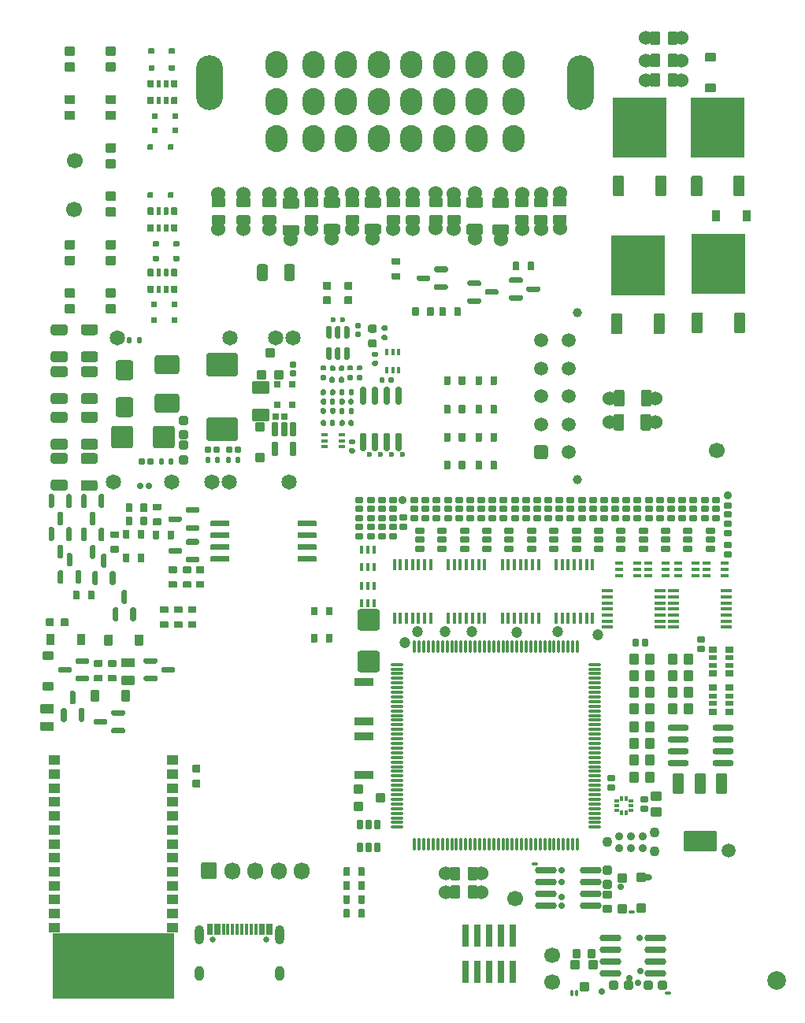
<source format=gts>
G75*
G70*
%OFA0B0*%
%FSLAX25Y25*%
%IPPOS*%
%LPD*%
%AMOC8*
5,1,8,0,0,1.08239X$1,22.5*
%
%AMM179*
21,1,0.080320,0.083460,0.000000,-0.000000,270.000000*
21,1,0.059840,0.103940,0.000000,-0.000000,270.000000*
1,1,0.020470,-0.041730,-0.029920*
1,1,0.020470,-0.041730,0.029920*
1,1,0.020470,0.041730,0.029920*
1,1,0.020470,0.041730,-0.029920*
%
%AMM180*
21,1,0.092130,0.073230,0.000000,-0.000000,180.000000*
21,1,0.069290,0.096060,0.000000,-0.000000,180.000000*
1,1,0.022840,-0.034650,0.036610*
1,1,0.022840,0.034650,0.036610*
1,1,0.022840,0.034650,-0.036610*
1,1,0.022840,-0.034650,-0.036610*
%
%AMM181*
21,1,0.084250,0.053540,0.000000,-0.000000,90.000000*
21,1,0.065350,0.072440,0.000000,-0.000000,90.000000*
1,1,0.018900,0.026770,0.032680*
1,1,0.018900,0.026770,-0.032680*
1,1,0.018900,-0.026770,-0.032680*
1,1,0.018900,-0.026770,0.032680*
%
%AMM182*
21,1,0.040950,0.030320,0.000000,-0.000000,0.000000*
21,1,0.028350,0.042910,0.000000,-0.000000,0.000000*
1,1,0.012600,0.014170,-0.015160*
1,1,0.012600,-0.014170,-0.015160*
1,1,0.012600,-0.014170,0.015160*
1,1,0.012600,0.014170,0.015160*
%
%AMM183*
21,1,0.027170,0.052760,0.000000,-0.000000,180.000000*
21,1,0.017320,0.062600,0.000000,-0.000000,180.000000*
1,1,0.009840,-0.008660,0.026380*
1,1,0.009840,0.008660,0.026380*
1,1,0.009840,0.008660,-0.026380*
1,1,0.009840,-0.008660,-0.026380*
%
%AMM184*
21,1,0.041340,0.026770,0.000000,-0.000000,270.000000*
21,1,0.029130,0.038980,0.000000,-0.000000,270.000000*
1,1,0.012210,-0.013390,-0.014570*
1,1,0.012210,-0.013390,0.014570*
1,1,0.012210,0.013390,0.014570*
1,1,0.012210,0.013390,-0.014570*
%
%AMM185*
21,1,0.100000,0.111020,0.000000,-0.000000,270.000000*
21,1,0.075590,0.135430,0.000000,-0.000000,270.000000*
1,1,0.024410,-0.055510,-0.037800*
1,1,0.024410,-0.055510,0.037800*
1,1,0.024410,0.055510,0.037800*
1,1,0.024410,0.055510,-0.037800*
%
%AMM186*
21,1,0.076380,0.036220,0.000000,-0.000000,0.000000*
21,1,0.061810,0.050790,0.000000,-0.000000,0.000000*
1,1,0.014570,0.030910,-0.018110*
1,1,0.014570,-0.030910,-0.018110*
1,1,0.014570,-0.030910,0.018110*
1,1,0.014570,0.030910,0.018110*
%
%AMM187*
21,1,0.038980,0.026770,0.000000,-0.000000,270.000000*
21,1,0.026770,0.038980,0.000000,-0.000000,270.000000*
1,1,0.012210,-0.013390,-0.013390*
1,1,0.012210,-0.013390,0.013390*
1,1,0.012210,0.013390,0.013390*
1,1,0.012210,0.013390,-0.013390*
%
%AMM188*
21,1,0.021260,0.016540,0.000000,-0.000000,180.000000*
21,1,0.012600,0.025200,0.000000,-0.000000,180.000000*
1,1,0.008660,-0.006300,0.008270*
1,1,0.008660,0.006300,0.008270*
1,1,0.008660,0.006300,-0.008270*
1,1,0.008660,-0.006300,-0.008270*
%
%AMM189*
21,1,0.029130,0.018900,0.000000,-0.000000,0.000000*
21,1,0.018900,0.029130,0.000000,-0.000000,0.000000*
1,1,0.010240,0.009450,-0.009450*
1,1,0.010240,-0.009450,-0.009450*
1,1,0.010240,-0.009450,0.009450*
1,1,0.010240,0.009450,0.009450*
%
%AMM190*
21,1,0.025200,0.019680,0.000000,-0.000000,270.000000*
21,1,0.015750,0.029130,0.000000,-0.000000,270.000000*
1,1,0.009450,-0.009840,-0.007870*
1,1,0.009450,-0.009840,0.007870*
1,1,0.009450,0.009840,0.007870*
1,1,0.009450,0.009840,-0.007870*
%
%AMM191*
21,1,0.025200,0.019680,0.000000,-0.000000,180.000000*
21,1,0.015750,0.029130,0.000000,-0.000000,180.000000*
1,1,0.009450,-0.007870,0.009840*
1,1,0.009450,0.007870,0.009840*
1,1,0.009450,0.007870,-0.009840*
1,1,0.009450,-0.007870,-0.009840*
%
%AMM22*
21,1,0.038980,0.026770,0.000000,0.000000,0.000000*
21,1,0.026770,0.038980,0.000000,0.000000,0.000000*
1,1,0.012210,0.013390,-0.013390*
1,1,0.012210,-0.013390,-0.013390*
1,1,0.012210,-0.013390,0.013390*
1,1,0.012210,0.013390,0.013390*
%
%AMM269*
21,1,0.039370,0.030320,-0.000000,-0.000000,270.000000*
21,1,0.028350,0.041340,-0.000000,-0.000000,270.000000*
1,1,0.011020,-0.015160,-0.014170*
1,1,0.011020,-0.015160,0.014170*
1,1,0.011020,0.015160,0.014170*
1,1,0.011020,0.015160,-0.014170*
%
%AMM270*
21,1,0.047240,0.075980,-0.000000,-0.000000,180.000000*
21,1,0.034650,0.088580,-0.000000,-0.000000,180.000000*
1,1,0.012600,-0.017320,0.037990*
1,1,0.012600,0.017320,0.037990*
1,1,0.012600,0.017320,-0.037990*
1,1,0.012600,-0.017320,-0.037990*
%
%AMM271*
21,1,0.047240,0.075990,-0.000000,-0.000000,180.000000*
21,1,0.034650,0.088580,-0.000000,-0.000000,180.000000*
1,1,0.012600,-0.017320,0.037990*
1,1,0.012600,0.017320,0.037990*
1,1,0.012600,0.017320,-0.037990*
1,1,0.012600,-0.017320,-0.037990*
%
%AMM272*
21,1,0.141730,0.067720,-0.000000,-0.000000,180.000000*
21,1,0.120870,0.088580,-0.000000,-0.000000,180.000000*
1,1,0.020870,-0.060430,0.033860*
1,1,0.020870,0.060430,0.033860*
1,1,0.020870,0.060430,-0.033860*
1,1,0.020870,-0.060430,-0.033860*
%
%AMM273*
21,1,0.043310,0.035430,-0.000000,-0.000000,180.000000*
21,1,0.031500,0.047240,-0.000000,-0.000000,180.000000*
1,1,0.011810,-0.015750,0.017720*
1,1,0.011810,0.015750,0.017720*
1,1,0.011810,0.015750,-0.017720*
1,1,0.011810,-0.015750,-0.017720*
%
%AMM274*
21,1,0.027560,0.030710,-0.000000,-0.000000,0.000000*
21,1,0.018900,0.039370,-0.000000,-0.000000,0.000000*
1,1,0.008660,0.009450,-0.015350*
1,1,0.008660,-0.009450,-0.015350*
1,1,0.008660,-0.009450,0.015350*
1,1,0.008660,0.009450,0.015350*
%
%AMM275*
21,1,0.031500,0.018900,-0.000000,-0.000000,0.000000*
21,1,0.022840,0.027560,-0.000000,-0.000000,0.000000*
1,1,0.008660,0.011420,-0.009450*
1,1,0.008660,-0.011420,-0.009450*
1,1,0.008660,-0.011420,0.009450*
1,1,0.008660,0.011420,0.009450*
%
%AMM276*
21,1,0.027560,0.030710,-0.000000,-0.000000,90.000000*
21,1,0.018900,0.039370,-0.000000,-0.000000,90.000000*
1,1,0.008660,0.015350,0.009450*
1,1,0.008660,0.015350,-0.009450*
1,1,0.008660,-0.015350,-0.009450*
1,1,0.008660,-0.015350,0.009450*
%
%AMM277*
21,1,0.090550,0.073230,-0.000000,-0.000000,270.000000*
21,1,0.069290,0.094490,-0.000000,-0.000000,270.000000*
1,1,0.021260,-0.036610,-0.034650*
1,1,0.021260,-0.036610,0.034650*
1,1,0.021260,0.036610,0.034650*
1,1,0.021260,0.036610,-0.034650*
%
%AMM278*
21,1,0.029530,0.026380,-0.000000,-0.000000,270.000000*
21,1,0.020470,0.035430,-0.000000,-0.000000,270.000000*
1,1,0.009060,-0.013190,-0.010240*
1,1,0.009060,-0.013190,0.010240*
1,1,0.009060,0.013190,0.010240*
1,1,0.009060,0.013190,-0.010240*
%
%AMM279*
21,1,0.021650,0.027950,-0.000000,-0.000000,270.000000*
21,1,0.014170,0.035430,-0.000000,-0.000000,270.000000*
1,1,0.007480,-0.013980,-0.007090*
1,1,0.007480,-0.013980,0.007090*
1,1,0.007480,0.013980,0.007090*
1,1,0.007480,0.013980,-0.007090*
%
%AMM280*
21,1,0.035430,0.072440,-0.000000,-0.000000,270.000000*
21,1,0.025200,0.082680,-0.000000,-0.000000,270.000000*
1,1,0.010240,-0.036220,-0.012600*
1,1,0.010240,-0.036220,0.012600*
1,1,0.010240,0.036220,0.012600*
1,1,0.010240,0.036220,-0.012600*
%
%AMM281*
21,1,0.016540,0.028980,-0.000000,-0.000000,270.000000*
21,1,0.010080,0.035430,-0.000000,-0.000000,270.000000*
1,1,0.006460,-0.014490,-0.005040*
1,1,0.006460,-0.014490,0.005040*
1,1,0.006460,0.014490,0.005040*
1,1,0.006460,0.014490,-0.005040*
%
%AMM282*
21,1,0.016540,0.028980,-0.000000,-0.000000,0.000000*
21,1,0.010080,0.035430,-0.000000,-0.000000,0.000000*
1,1,0.006460,0.005040,-0.014490*
1,1,0.006460,-0.005040,-0.014490*
1,1,0.006460,-0.005040,0.014490*
1,1,0.006460,0.005040,0.014490*
%
%AMM283*
21,1,0.043310,0.035430,-0.000000,-0.000000,90.000000*
21,1,0.031500,0.047240,-0.000000,-0.000000,90.000000*
1,1,0.011810,0.017720,0.015750*
1,1,0.011810,0.017720,-0.015750*
1,1,0.011810,-0.017720,-0.015750*
1,1,0.011810,-0.017720,0.015750*
%
%AMM284*
21,1,0.031500,0.018900,-0.000000,-0.000000,270.000000*
21,1,0.022840,0.027560,-0.000000,-0.000000,270.000000*
1,1,0.008660,-0.009450,-0.011420*
1,1,0.008660,-0.009450,0.011420*
1,1,0.008660,0.009450,0.011420*
1,1,0.008660,0.009450,-0.011420*
%
%AMM312*
21,1,0.033070,0.030710,0.000000,-0.000000,270.000000*
21,1,0.022050,0.041730,0.000000,-0.000000,270.000000*
1,1,0.011020,-0.015350,-0.011020*
1,1,0.011020,-0.015350,0.011020*
1,1,0.011020,0.015350,0.011020*
1,1,0.011020,0.015350,-0.011020*
%
%AMM92*
21,1,0.040950,0.030320,0.000000,0.000000,180.000000*
21,1,0.028350,0.042910,0.000000,0.000000,180.000000*
1,1,0.012600,-0.014170,0.015160*
1,1,0.012600,0.014170,0.015160*
1,1,0.012600,0.014170,-0.015160*
1,1,0.012600,-0.014170,-0.015160*
%
%AMM93*
21,1,0.033070,0.030710,0.000000,0.000000,180.000000*
21,1,0.022050,0.041730,0.000000,0.000000,180.000000*
1,1,0.011020,-0.011020,0.015350*
1,1,0.011020,0.011020,0.015350*
1,1,0.011020,0.011020,-0.015350*
1,1,0.011020,-0.011020,-0.015350*
%
%ADD10C,0.06000*%
%ADD11O,0.06693X0.07283*%
%ADD119M22*%
%ADD12R,0.01181X0.04528*%
%ADD124C,0.02913*%
%ADD125C,0.06457*%
%ADD13O,0.03937X0.08268*%
%ADD14O,0.03937X0.06299*%
%ADD15C,0.06693*%
%ADD16C,0.05906*%
%ADD166O,0.01260X0.05512*%
%ADD167O,0.05512X0.01260*%
%ADD174C,0.03494*%
%ADD178C,0.03543*%
%ADD182O,0.01575X0.04724*%
%ADD183O,0.04724X0.01575*%
%ADD185O,0.09055X0.02756*%
%ADD187R,0.01870X0.01772*%
%ADD188R,0.01772X0.01870*%
%ADD191C,0.04294*%
%ADD192C,0.04724*%
%ADD20O,0.01969X0.00984*%
%ADD22O,0.00984X0.01969*%
%ADD227R,0.02559X0.01575*%
%ADD23C,0.02362*%
%ADD233R,0.01575X0.02559*%
%ADD243O,0.01535X0.02520*%
%ADD250O,0.02520X0.01535*%
%ADD251M92*%
%ADD252O,0.09213X0.02913*%
%ADD253M93*%
%ADD342M179*%
%ADD343M180*%
%ADD344M181*%
%ADD345M182*%
%ADD346M183*%
%ADD347M184*%
%ADD348M185*%
%ADD349M186*%
%ADD350M187*%
%ADD351M188*%
%ADD352M189*%
%ADD353M190*%
%ADD354M191*%
%ADD38R,0.22835X0.25197*%
%ADD39R,0.05118X0.03937*%
%ADD40C,0.07874*%
%ADD43O,0.02756X0.00787*%
%ADD45O,0.03937X0.01969*%
%ADD452M269*%
%ADD453M270*%
%ADD454M271*%
%ADD455M272*%
%ADD456M273*%
%ADD457M274*%
%ADD458M275*%
%ADD459M276*%
%ADD460M277*%
%ADD461M278*%
%ADD462M279*%
%ADD463M280*%
%ADD464M281*%
%ADD465M282*%
%ADD466M283*%
%ADD467M284*%
%ADD491O,0.03307X0.01339*%
%ADD492O,0.04488X0.02520*%
%ADD498M312*%
%ADD60R,0.02913X0.09449*%
%ADD61C,0.03937*%
%ADD69C,0.00472*%
%ADD70C,0.02559*%
%ADD71O,0.11417X0.23228*%
%ADD72O,0.09449X0.11417*%
X0000000Y0000000D02*
%LPD*%
G01*
D69*
X0077559Y0000787D02*
X0026378Y0000787D01*
X0026378Y0028346D01*
X0077559Y0028346D01*
X0077559Y0000787D01*
G36*
X0077559Y0000787D02*
G01*
X0026378Y0000787D01*
X0026378Y0028346D01*
X0077559Y0028346D01*
X0077559Y0000787D01*
G37*
D10*
X0196206Y0326364D03*
G36*
G01*
X0198667Y0328156D02*
X0193746Y0328156D01*
G75*
G02*
X0193352Y0328550I0000000J0000394D01*
G01*
X0193352Y0331699D01*
G75*
G02*
X0193746Y0332093I0000394J0000000D01*
G01*
X0198667Y0332093D01*
G75*
G02*
X0199061Y0331699I0000000J-000394D01*
G01*
X0199061Y0328550D01*
G75*
G02*
X0198667Y0328156I-000394J0000000D01*
G01*
G37*
G36*
G01*
X0198667Y0335636D02*
X0193746Y0335636D01*
G75*
G02*
X0193352Y0336030I0000000J0000394D01*
G01*
X0193352Y0339180D01*
G75*
G02*
X0193746Y0339573I0000394J0000000D01*
G01*
X0198667Y0339573D01*
G75*
G02*
X0199061Y0339180I0000000J-000394D01*
G01*
X0199061Y0336030D01*
G75*
G02*
X0198667Y0335636I-000394J0000000D01*
G01*
G37*
X0196206Y0341364D03*
G36*
G01*
X0068937Y0210039D02*
X0072008Y0210039D01*
G75*
G02*
X0072283Y0209764I0000000J-000276D01*
G01*
X0072283Y0207559D01*
G75*
G02*
X0072008Y0207283I-000276J0000000D01*
G01*
X0068937Y0207283D01*
G75*
G02*
X0068661Y0207559I0000000J0000276D01*
G01*
X0068661Y0209764D01*
G75*
G02*
X0068937Y0210039I0000276J0000000D01*
G01*
G37*
G36*
G01*
X0068937Y0203740D02*
X0072008Y0203740D01*
G75*
G02*
X0072283Y0203465I0000000J-000276D01*
G01*
X0072283Y0201260D01*
G75*
G02*
X0072008Y0200984I-000276J0000000D01*
G01*
X0068937Y0200984D01*
G75*
G02*
X0068661Y0201260I0000000J0000276D01*
G01*
X0068661Y0203465D01*
G75*
G02*
X0068937Y0203740I0000276J0000000D01*
G01*
G37*
G36*
G01*
X0066535Y0299469D02*
X0066535Y0302106D01*
G75*
G02*
X0066791Y0302362I0000256J0000000D01*
G01*
X0068839Y0302362D01*
G75*
G02*
X0069094Y0302106I0000000J-000256D01*
G01*
X0069094Y0299469D01*
G75*
G02*
X0068839Y0299213I-000256J0000000D01*
G01*
X0066791Y0299213D01*
G75*
G02*
X0066535Y0299469I0000000J0000256D01*
G01*
G37*
G36*
G01*
X0070374Y0299390D02*
X0070374Y0302185D01*
G75*
G02*
X0070551Y0302362I0000177J0000000D01*
G01*
X0071969Y0302362D01*
G75*
G02*
X0072146Y0302185I0000000J-000177D01*
G01*
X0072146Y0299390D01*
G75*
G02*
X0071969Y0299213I-000177J0000000D01*
G01*
X0070551Y0299213D01*
G75*
G02*
X0070374Y0299390I0000000J0000177D01*
G01*
G37*
G36*
G01*
X0073524Y0299390D02*
X0073524Y0302185D01*
G75*
G02*
X0073701Y0302362I0000177J0000000D01*
G01*
X0075118Y0302362D01*
G75*
G02*
X0075295Y0302185I0000000J-000177D01*
G01*
X0075295Y0299390D01*
G75*
G02*
X0075118Y0299213I-000177J0000000D01*
G01*
X0073701Y0299213D01*
G75*
G02*
X0073524Y0299390I0000000J0000177D01*
G01*
G37*
G36*
G01*
X0076575Y0299469D02*
X0076575Y0302106D01*
G75*
G02*
X0076831Y0302362I0000256J0000000D01*
G01*
X0078878Y0302362D01*
G75*
G02*
X0079134Y0302106I0000000J-000256D01*
G01*
X0079134Y0299469D01*
G75*
G02*
X0078878Y0299213I-000256J0000000D01*
G01*
X0076831Y0299213D01*
G75*
G02*
X0076575Y0299469I0000000J0000256D01*
G01*
G37*
G36*
G01*
X0076575Y0306555D02*
X0076575Y0309193D01*
G75*
G02*
X0076831Y0309449I0000256J0000000D01*
G01*
X0078878Y0309449D01*
G75*
G02*
X0079134Y0309193I0000000J-000256D01*
G01*
X0079134Y0306555D01*
G75*
G02*
X0078878Y0306299I-000256J0000000D01*
G01*
X0076831Y0306299D01*
G75*
G02*
X0076575Y0306555I0000000J0000256D01*
G01*
G37*
G36*
G01*
X0073524Y0306476D02*
X0073524Y0309272D01*
G75*
G02*
X0073701Y0309449I0000177J0000000D01*
G01*
X0075118Y0309449D01*
G75*
G02*
X0075295Y0309272I0000000J-000177D01*
G01*
X0075295Y0306476D01*
G75*
G02*
X0075118Y0306299I-000177J0000000D01*
G01*
X0073701Y0306299D01*
G75*
G02*
X0073524Y0306476I0000000J0000177D01*
G01*
G37*
G36*
G01*
X0070374Y0306476D02*
X0070374Y0309272D01*
G75*
G02*
X0070551Y0309449I0000177J0000000D01*
G01*
X0071969Y0309449D01*
G75*
G02*
X0072146Y0309272I0000000J-000177D01*
G01*
X0072146Y0306476D01*
G75*
G02*
X0071969Y0306299I-000177J0000000D01*
G01*
X0070551Y0306299D01*
G75*
G02*
X0070374Y0306476I0000000J0000177D01*
G01*
G37*
G36*
G01*
X0066535Y0306555D02*
X0066535Y0309193D01*
G75*
G02*
X0066791Y0309449I0000256J0000000D01*
G01*
X0068839Y0309449D01*
G75*
G02*
X0069094Y0309193I0000000J-000256D01*
G01*
X0069094Y0306555D01*
G75*
G02*
X0068839Y0306299I-000256J0000000D01*
G01*
X0066791Y0306299D01*
G75*
G02*
X0066535Y0306555I0000000J0000256D01*
G01*
G37*
G36*
G01*
X0199016Y0292874D02*
X0199016Y0289803D01*
G75*
G02*
X0198740Y0289528I-000276J0000000D01*
G01*
X0196535Y0289528D01*
G75*
G02*
X0196260Y0289803I0000000J0000276D01*
G01*
X0196260Y0292874D01*
G75*
G02*
X0196535Y0293150I0000276J0000000D01*
G01*
X0198740Y0293150D01*
G75*
G02*
X0199016Y0292874I0000000J-000276D01*
G01*
G37*
G36*
G01*
X0192717Y0292874D02*
X0192717Y0289803D01*
G75*
G02*
X0192441Y0289528I-000276J0000000D01*
G01*
X0190236Y0289528D01*
G75*
G02*
X0189961Y0289803I0000000J0000276D01*
G01*
X0189961Y0292874D01*
G75*
G02*
X0190236Y0293150I0000276J0000000D01*
G01*
X0192441Y0293150D01*
G75*
G02*
X0192717Y0292874I0000000J-000276D01*
G01*
G37*
G36*
G01*
X0205315Y0260669D02*
X0205315Y0263740D01*
G75*
G02*
X0205591Y0264016I0000276J0000000D01*
G01*
X0207795Y0264016D01*
G75*
G02*
X0208071Y0263740I0000000J-000276D01*
G01*
X0208071Y0260669D01*
G75*
G02*
X0207795Y0260394I-000276J0000000D01*
G01*
X0205591Y0260394D01*
G75*
G02*
X0205315Y0260669I0000000J0000276D01*
G01*
G37*
G36*
G01*
X0211614Y0260669D02*
X0211614Y0263740D01*
G75*
G02*
X0211890Y0264016I0000276J0000000D01*
G01*
X0214094Y0264016D01*
G75*
G02*
X0214370Y0263740I0000000J-000276D01*
G01*
X0214370Y0260669D01*
G75*
G02*
X0214094Y0260394I-000276J0000000D01*
G01*
X0211890Y0260394D01*
G75*
G02*
X0211614Y0260669I0000000J0000276D01*
G01*
G37*
G36*
G01*
X0088583Y0090020D02*
X0085906Y0090020D01*
G75*
G02*
X0085571Y0090354I0000000J0000335D01*
G01*
X0085571Y0093031D01*
G75*
G02*
X0085906Y0093366I0000335J0000000D01*
G01*
X0088583Y0093366D01*
G75*
G02*
X0088917Y0093031I0000000J-000335D01*
G01*
X0088917Y0090354D01*
G75*
G02*
X0088583Y0090020I-000335J0000000D01*
G01*
G37*
G36*
G01*
X0088583Y0096240D02*
X0085906Y0096240D01*
G75*
G02*
X0085571Y0096575I0000000J0000335D01*
G01*
X0085571Y0099252D01*
G75*
G02*
X0085906Y0099587I0000335J0000000D01*
G01*
X0088583Y0099587D01*
G75*
G02*
X0088917Y0099252I0000000J-000335D01*
G01*
X0088917Y0096575D01*
G75*
G02*
X0088583Y0096240I-000335J0000000D01*
G01*
G37*
X0188514Y0326449D03*
G36*
G01*
X0190975Y0328240D02*
X0186053Y0328240D01*
G75*
G02*
X0185660Y0328634I0000000J0000394D01*
G01*
X0185660Y0331784D01*
G75*
G02*
X0186053Y0332177I0000394J0000000D01*
G01*
X0190975Y0332177D01*
G75*
G02*
X0191368Y0331784I0000000J-000394D01*
G01*
X0191368Y0328634D01*
G75*
G02*
X0190975Y0328240I-000394J0000000D01*
G01*
G37*
G36*
G01*
X0190975Y0335721D02*
X0186053Y0335721D01*
G75*
G02*
X0185660Y0336114I0000000J0000394D01*
G01*
X0185660Y0339264D01*
G75*
G02*
X0186053Y0339658I0000394J0000000D01*
G01*
X0190975Y0339658D01*
G75*
G02*
X0191368Y0339264I0000000J-000394D01*
G01*
X0191368Y0336114D01*
G75*
G02*
X0190975Y0335721I-000394J0000000D01*
G01*
G37*
X0188514Y0341449D03*
G36*
G01*
X0032677Y0236594D02*
X0032677Y0233878D01*
G75*
G02*
X0031772Y0232972I-000906J0000000D01*
G01*
X0026496Y0232972D01*
G75*
G02*
X0025591Y0233878I0000000J0000906D01*
G01*
X0025591Y0236594D01*
G75*
G02*
X0026496Y0237500I0000906J0000000D01*
G01*
X0031772Y0237500D01*
G75*
G02*
X0032677Y0236594I0000000J-000906D01*
G01*
G37*
G36*
G01*
X0032677Y0248012D02*
X0032677Y0245295D01*
G75*
G02*
X0031772Y0244390I-000906J0000000D01*
G01*
X0026496Y0244390D01*
G75*
G02*
X0025591Y0245295I0000000J0000906D01*
G01*
X0025591Y0248012D01*
G75*
G02*
X0026496Y0248917I0000906J0000000D01*
G01*
X0031772Y0248917D01*
G75*
G02*
X0032677Y0248012I0000000J-000906D01*
G01*
G37*
X0262008Y0244488D03*
G36*
G01*
X0267303Y0240945D02*
X0264587Y0240945D01*
G75*
G02*
X0263681Y0241850I0000000J0000906D01*
G01*
X0263681Y0247126D01*
G75*
G02*
X0264587Y0248031I0000906J0000000D01*
G01*
X0267303Y0248031D01*
G75*
G02*
X0268209Y0247126I0000000J-000906D01*
G01*
X0268209Y0241850D01*
G75*
G02*
X0267303Y0240945I-000906J0000000D01*
G01*
G37*
G36*
G01*
X0278721Y0240945D02*
X0276004Y0240945D01*
G75*
G02*
X0275098Y0241850I0000000J0000906D01*
G01*
X0275098Y0247126D01*
G75*
G02*
X0276004Y0248031I0000906J0000000D01*
G01*
X0278721Y0248031D01*
G75*
G02*
X0279626Y0247126I0000000J-000906D01*
G01*
X0279626Y0241850D01*
G75*
G02*
X0278721Y0240945I-000906J0000000D01*
G01*
G37*
X0281299Y0244488D03*
G36*
G01*
X0056949Y0114606D02*
X0056949Y0113425D01*
G75*
G02*
X0056358Y0112835I-000591J0000000D01*
G01*
X0051732Y0112835D01*
G75*
G02*
X0051142Y0113425I0000000J0000591D01*
G01*
X0051142Y0114606D01*
G75*
G02*
X0051732Y0115197I0000591J0000000D01*
G01*
X0056358Y0115197D01*
G75*
G02*
X0056949Y0114606I0000000J-000591D01*
G01*
G37*
G36*
G01*
X0049567Y0118346D02*
X0049567Y0117165D01*
G75*
G02*
X0048976Y0116575I-000591J0000000D01*
G01*
X0044350Y0116575D01*
G75*
G02*
X0043760Y0117165I0000000J0000591D01*
G01*
X0043760Y0118346D01*
G75*
G02*
X0044350Y0118937I0000591J0000000D01*
G01*
X0048976Y0118937D01*
G75*
G02*
X0049567Y0118346I0000000J-000591D01*
G01*
G37*
G36*
G01*
X0056949Y0122087D02*
X0056949Y0120906D01*
G75*
G02*
X0056358Y0120315I-000591J0000000D01*
G01*
X0051732Y0120315D01*
G75*
G02*
X0051142Y0120906I0000000J0000591D01*
G01*
X0051142Y0122087D01*
G75*
G02*
X0051732Y0122677I0000591J0000000D01*
G01*
X0056358Y0122677D01*
G75*
G02*
X0056949Y0122087I0000000J-000591D01*
G01*
G37*
X0144488Y0341535D03*
G36*
G01*
X0140945Y0336240D02*
X0140945Y0338957D01*
G75*
G02*
X0141850Y0339862I0000906J0000000D01*
G01*
X0147126Y0339862D01*
G75*
G02*
X0148031Y0338957I0000000J-000906D01*
G01*
X0148031Y0336240D01*
G75*
G02*
X0147126Y0335335I-000906J0000000D01*
G01*
X0141850Y0335335D01*
G75*
G02*
X0140945Y0336240I0000000J0000906D01*
G01*
G37*
G36*
G01*
X0140945Y0324823D02*
X0140945Y0327539D01*
G75*
G02*
X0141850Y0328445I0000906J0000000D01*
G01*
X0147126Y0328445D01*
G75*
G02*
X0148031Y0327539I0000000J-000906D01*
G01*
X0148031Y0324823D01*
G75*
G02*
X0147126Y0323917I-000906J0000000D01*
G01*
X0141850Y0323917D01*
G75*
G02*
X0140945Y0324823I0000000J0000906D01*
G01*
G37*
X0144488Y0322244D03*
G36*
G01*
X0193602Y0302362D02*
X0193602Y0301181D01*
G75*
G02*
X0193012Y0300591I-000591J0000000D01*
G01*
X0188386Y0300591D01*
G75*
G02*
X0187795Y0301181I0000000J0000591D01*
G01*
X0187795Y0302362D01*
G75*
G02*
X0188386Y0302953I0000591J0000000D01*
G01*
X0193012Y0302953D01*
G75*
G02*
X0193602Y0302362I0000000J-000591D01*
G01*
G37*
G36*
G01*
X0186220Y0306102D02*
X0186220Y0304921D01*
G75*
G02*
X0185630Y0304331I-000591J0000000D01*
G01*
X0181004Y0304331D01*
G75*
G02*
X0180413Y0304921I0000000J0000591D01*
G01*
X0180413Y0306102D01*
G75*
G02*
X0181004Y0306693I0000591J0000000D01*
G01*
X0185630Y0306693D01*
G75*
G02*
X0186220Y0306102I0000000J-000591D01*
G01*
G37*
G36*
G01*
X0193602Y0309843D02*
X0193602Y0308661D01*
G75*
G02*
X0193012Y0308071I-000591J0000000D01*
G01*
X0188386Y0308071D01*
G75*
G02*
X0187795Y0308661I0000000J0000591D01*
G01*
X0187795Y0309843D01*
G75*
G02*
X0188386Y0310433I0000591J0000000D01*
G01*
X0193012Y0310433D01*
G75*
G02*
X0193602Y0309843I0000000J-000591D01*
G01*
G37*
G36*
G01*
X0069140Y0314961D02*
X0071030Y0314961D01*
G75*
G02*
X0071266Y0314724I0000000J-000236D01*
G01*
X0071266Y0312835D01*
G75*
G02*
X0071030Y0312598I-000236J0000000D01*
G01*
X0069140Y0312598D01*
G75*
G02*
X0068904Y0312835I0000000J0000236D01*
G01*
X0068904Y0314724D01*
G75*
G02*
X0069140Y0314961I0000236J0000000D01*
G01*
G37*
G36*
G01*
X0077801Y0314961D02*
X0079691Y0314961D01*
G75*
G02*
X0079927Y0314724I0000000J-000236D01*
G01*
X0079927Y0312835D01*
G75*
G02*
X0079691Y0312598I-000236J0000000D01*
G01*
X0077801Y0312598D01*
G75*
G02*
X0077565Y0312835I0000000J0000236D01*
G01*
X0077565Y0314724D01*
G75*
G02*
X0077801Y0314961I0000236J0000000D01*
G01*
G37*
G36*
G01*
X0052756Y0331496D02*
X0049213Y0331496D01*
G75*
G02*
X0048819Y0331890I0000000J0000394D01*
G01*
X0048819Y0335039D01*
G75*
G02*
X0049213Y0335433I0000394J0000000D01*
G01*
X0052756Y0335433D01*
G75*
G02*
X0053150Y0335039I0000000J-000394D01*
G01*
X0053150Y0331890D01*
G75*
G02*
X0052756Y0331496I-000394J0000000D01*
G01*
G37*
G36*
G01*
X0052756Y0338189D02*
X0049213Y0338189D01*
G75*
G02*
X0048819Y0338583I0000000J0000394D01*
G01*
X0048819Y0341732D01*
G75*
G02*
X0049213Y0342126I0000394J0000000D01*
G01*
X0052756Y0342126D01*
G75*
G02*
X0053150Y0341732I0000000J-000394D01*
G01*
X0053150Y0338583D01*
G75*
G02*
X0052756Y0338189I-000394J0000000D01*
G01*
G37*
G36*
G01*
X0149409Y0052795D02*
X0149409Y0055866D01*
G75*
G02*
X0149685Y0056142I0000276J0000000D01*
G01*
X0151890Y0056142D01*
G75*
G02*
X0152165Y0055866I0000000J-000276D01*
G01*
X0152165Y0052795D01*
G75*
G02*
X0151890Y0052520I-000276J0000000D01*
G01*
X0149685Y0052520D01*
G75*
G02*
X0149409Y0052795I0000000J0000276D01*
G01*
G37*
G36*
G01*
X0155709Y0052795D02*
X0155709Y0055866D01*
G75*
G02*
X0155984Y0056142I0000276J0000000D01*
G01*
X0158189Y0056142D01*
G75*
G02*
X0158465Y0055866I0000000J-000276D01*
G01*
X0158465Y0052795D01*
G75*
G02*
X0158189Y0052520I-000276J0000000D01*
G01*
X0155984Y0052520D01*
G75*
G02*
X0155709Y0052795I0000000J0000276D01*
G01*
G37*
G36*
G01*
X0067159Y0402805D02*
X0069049Y0402805D01*
G75*
G02*
X0069285Y0402569I0000000J-000236D01*
G01*
X0069285Y0400679D01*
G75*
G02*
X0069049Y0400443I-000236J0000000D01*
G01*
X0067159Y0400443D01*
G75*
G02*
X0066923Y0400679I0000000J0000236D01*
G01*
X0066923Y0402569D01*
G75*
G02*
X0067159Y0402805I0000236J0000000D01*
G01*
G37*
G36*
G01*
X0075821Y0402805D02*
X0077711Y0402805D01*
G75*
G02*
X0077947Y0402569I0000000J-000236D01*
G01*
X0077947Y0400679D01*
G75*
G02*
X0077711Y0400443I-000236J0000000D01*
G01*
X0075821Y0400443D01*
G75*
G02*
X0075585Y0400679I0000000J0000236D01*
G01*
X0075585Y0402569D01*
G75*
G02*
X0075821Y0402805I0000236J0000000D01*
G01*
G37*
G36*
G01*
X0089173Y0052067D02*
X0089173Y0057382D01*
G75*
G02*
X0090157Y0058366I0000984J0000000D01*
G01*
X0094882Y0058366D01*
G75*
G02*
X0095866Y0057382I0000000J-000984D01*
G01*
X0095866Y0052067D01*
G75*
G02*
X0094882Y0051083I-000984J0000000D01*
G01*
X0090157Y0051083D01*
G75*
G02*
X0089173Y0052067I0000000J0000984D01*
G01*
G37*
D11*
X0102362Y0054724D03*
X0112205Y0054724D03*
X0122047Y0054724D03*
X0131890Y0054724D03*
D70*
X0094134Y0025669D03*
X0116890Y0025669D03*
D12*
X0092323Y0029862D03*
X0095472Y0029862D03*
X0100591Y0029862D03*
X0104528Y0029862D03*
X0106496Y0029862D03*
X0110433Y0029862D03*
X0115551Y0029862D03*
X0118701Y0029862D03*
X0117520Y0029862D03*
X0114370Y0029862D03*
X0112402Y0029862D03*
X0108465Y0029862D03*
X0102559Y0029862D03*
X0098622Y0029862D03*
X0096654Y0029862D03*
X0093504Y0029862D03*
D13*
X0088504Y0027638D03*
D14*
X0088504Y0011181D03*
D13*
X0122520Y0027638D03*
D14*
X0122520Y0011181D03*
G36*
G01*
X0041880Y0136614D02*
X0041880Y0135433D01*
G75*
G02*
X0041289Y0134843I-000591J0000000D01*
G01*
X0036663Y0134843D01*
G75*
G02*
X0036073Y0135433I0000000J0000591D01*
G01*
X0036073Y0136614D01*
G75*
G02*
X0036663Y0137205I0000591J0000000D01*
G01*
X0041289Y0137205D01*
G75*
G02*
X0041880Y0136614I0000000J-000591D01*
G01*
G37*
G36*
G01*
X0034498Y0140354D02*
X0034498Y0139173D01*
G75*
G02*
X0033907Y0138583I-000591J0000000D01*
G01*
X0029281Y0138583D01*
G75*
G02*
X0028691Y0139173I0000000J0000591D01*
G01*
X0028691Y0140354D01*
G75*
G02*
X0029281Y0140945I0000591J0000000D01*
G01*
X0033907Y0140945D01*
G75*
G02*
X0034498Y0140354I0000000J-000591D01*
G01*
G37*
G36*
G01*
X0041880Y0144094D02*
X0041880Y0142913D01*
G75*
G02*
X0041289Y0142323I-000591J0000000D01*
G01*
X0036663Y0142323D01*
G75*
G02*
X0036073Y0142913I0000000J0000591D01*
G01*
X0036073Y0144094D01*
G75*
G02*
X0036663Y0144685I0000591J0000000D01*
G01*
X0041289Y0144685D01*
G75*
G02*
X0041880Y0144094I0000000J-000591D01*
G01*
G37*
G36*
G01*
X0032677Y0255886D02*
X0032677Y0253169D01*
G75*
G02*
X0031772Y0252264I-000906J0000000D01*
G01*
X0026496Y0252264D01*
G75*
G02*
X0025591Y0253169I0000000J0000906D01*
G01*
X0025591Y0255886D01*
G75*
G02*
X0026496Y0256791I0000906J0000000D01*
G01*
X0031772Y0256791D01*
G75*
G02*
X0032677Y0255886I0000000J-000906D01*
G01*
G37*
G36*
G01*
X0032677Y0267303D02*
X0032677Y0264587D01*
G75*
G02*
X0031772Y0263681I-000906J0000000D01*
G01*
X0026496Y0263681D01*
G75*
G02*
X0025591Y0264587I0000000J0000906D01*
G01*
X0025591Y0267303D01*
G75*
G02*
X0026496Y0268209I0000906J0000000D01*
G01*
X0031772Y0268209D01*
G75*
G02*
X0032677Y0267303I0000000J-000906D01*
G01*
G37*
G36*
G01*
X0052756Y0311024D02*
X0049213Y0311024D01*
G75*
G02*
X0048819Y0311417I0000000J0000394D01*
G01*
X0048819Y0314567D01*
G75*
G02*
X0049213Y0314961I0000394J0000000D01*
G01*
X0052756Y0314961D01*
G75*
G02*
X0053150Y0314567I0000000J-000394D01*
G01*
X0053150Y0311417D01*
G75*
G02*
X0052756Y0311024I-000394J0000000D01*
G01*
G37*
G36*
G01*
X0052756Y0317717D02*
X0049213Y0317717D01*
G75*
G02*
X0048819Y0318110I0000000J0000394D01*
G01*
X0048819Y0321260D01*
G75*
G02*
X0049213Y0321654I0000394J0000000D01*
G01*
X0052756Y0321654D01*
G75*
G02*
X0053150Y0321260I0000000J-000394D01*
G01*
X0053150Y0318110D01*
G75*
G02*
X0052756Y0317717I-000394J0000000D01*
G01*
G37*
D15*
X0307480Y0232677D03*
G36*
G01*
X0067165Y0395669D02*
X0069055Y0395669D01*
G75*
G02*
X0069291Y0395433I0000000J-000236D01*
G01*
X0069291Y0393543D01*
G75*
G02*
X0069055Y0393307I-000236J0000000D01*
G01*
X0067165Y0393307D01*
G75*
G02*
X0066929Y0393543I0000000J0000236D01*
G01*
X0066929Y0395433D01*
G75*
G02*
X0067165Y0395669I0000236J0000000D01*
G01*
G37*
G36*
G01*
X0075827Y0395669D02*
X0077717Y0395669D01*
G75*
G02*
X0077953Y0395433I0000000J-000236D01*
G01*
X0077953Y0393543D01*
G75*
G02*
X0077717Y0393307I-000236J0000000D01*
G01*
X0075827Y0393307D01*
G75*
G02*
X0075591Y0393543I0000000J0000236D01*
G01*
X0075591Y0395433D01*
G75*
G02*
X0075827Y0395669I0000236J0000000D01*
G01*
G37*
G36*
G01*
X0230118Y0312165D02*
X0230118Y0309094D01*
G75*
G02*
X0229843Y0308819I-000276J0000000D01*
G01*
X0227638Y0308819D01*
G75*
G02*
X0227362Y0309094I0000000J0000276D01*
G01*
X0227362Y0312165D01*
G75*
G02*
X0227638Y0312441I0000276J0000000D01*
G01*
X0229843Y0312441D01*
G75*
G02*
X0230118Y0312165I0000000J-000276D01*
G01*
G37*
G36*
G01*
X0223819Y0312165D02*
X0223819Y0309094D01*
G75*
G02*
X0223543Y0308819I-000276J0000000D01*
G01*
X0221339Y0308819D01*
G75*
G02*
X0221063Y0309094I0000000J0000276D01*
G01*
X0221063Y0312165D01*
G75*
G02*
X0221339Y0312441I0000276J0000000D01*
G01*
X0223543Y0312441D01*
G75*
G02*
X0223819Y0312165I0000000J-000276D01*
G01*
G37*
G36*
G01*
X0052756Y0372441D02*
X0049213Y0372441D01*
G75*
G02*
X0048819Y0372835I0000000J0000394D01*
G01*
X0048819Y0375984D01*
G75*
G02*
X0049213Y0376378I0000394J0000000D01*
G01*
X0052756Y0376378D01*
G75*
G02*
X0053150Y0375984I0000000J-000394D01*
G01*
X0053150Y0372835D01*
G75*
G02*
X0052756Y0372441I-000394J0000000D01*
G01*
G37*
G36*
G01*
X0052756Y0379134D02*
X0049213Y0379134D01*
G75*
G02*
X0048819Y0379528I0000000J0000394D01*
G01*
X0048819Y0382677D01*
G75*
G02*
X0049213Y0383071I0000394J0000000D01*
G01*
X0052756Y0383071D01*
G75*
G02*
X0053150Y0382677I0000000J-000394D01*
G01*
X0053150Y0379528D01*
G75*
G02*
X0052756Y0379134I-000394J0000000D01*
G01*
G37*
D10*
X0096457Y0326358D03*
G36*
G01*
X0098917Y0328150D02*
X0093996Y0328150D01*
G75*
G02*
X0093602Y0328543I0000000J0000394D01*
G01*
X0093602Y0331693D01*
G75*
G02*
X0093996Y0332087I0000394J0000000D01*
G01*
X0098917Y0332087D01*
G75*
G02*
X0099311Y0331693I0000000J-000394D01*
G01*
X0099311Y0328543D01*
G75*
G02*
X0098917Y0328150I-000394J0000000D01*
G01*
G37*
G36*
G01*
X0098917Y0335630D02*
X0093996Y0335630D01*
G75*
G02*
X0093602Y0336024I0000000J0000394D01*
G01*
X0093602Y0339173D01*
G75*
G02*
X0093996Y0339567I0000394J0000000D01*
G01*
X0098917Y0339567D01*
G75*
G02*
X0099311Y0339173I0000000J-000394D01*
G01*
X0099311Y0336024D01*
G75*
G02*
X0098917Y0335630I-000394J0000000D01*
G01*
G37*
X0096457Y0341358D03*
X0292539Y0407087D03*
G36*
G01*
X0290748Y0409547D02*
X0290748Y0404626D01*
G75*
G02*
X0290354Y0404232I-000394J0000000D01*
G01*
X0287205Y0404232D01*
G75*
G02*
X0286811Y0404626I0000000J0000394D01*
G01*
X0286811Y0409547D01*
G75*
G02*
X0287205Y0409941I0000394J0000000D01*
G01*
X0290354Y0409941D01*
G75*
G02*
X0290748Y0409547I0000000J-000394D01*
G01*
G37*
G36*
G01*
X0283268Y0409547D02*
X0283268Y0404626D01*
G75*
G02*
X0282874Y0404232I-000394J0000000D01*
G01*
X0279724Y0404232D01*
G75*
G02*
X0279331Y0404626I0000000J0000394D01*
G01*
X0279331Y0409547D01*
G75*
G02*
X0279724Y0409941I0000394J0000000D01*
G01*
X0282874Y0409941D01*
G75*
G02*
X0283268Y0409547I0000000J-000394D01*
G01*
G37*
X0277539Y0407087D03*
D61*
X0248524Y0220079D03*
X0248524Y0290945D03*
G36*
G01*
X0234980Y0228937D02*
X0231043Y0228937D01*
G75*
G02*
X0230059Y0229921I0000000J0000984D01*
G01*
X0230059Y0233858D01*
G75*
G02*
X0231043Y0234843I0000984J0000000D01*
G01*
X0234980Y0234843D01*
G75*
G02*
X0235965Y0233858I0000000J-000984D01*
G01*
X0235965Y0229921D01*
G75*
G02*
X0234980Y0228937I-000984J0000000D01*
G01*
G37*
D16*
X0233012Y0243701D03*
X0233012Y0255512D03*
X0233012Y0267323D03*
X0233012Y0279134D03*
X0244823Y0231890D03*
X0244823Y0243701D03*
X0244823Y0255512D03*
X0244823Y0267323D03*
X0244823Y0279134D03*
G36*
G01*
X0045362Y0219114D02*
X0045362Y0216398D01*
G75*
G02*
X0044457Y0215492I-000906J0000000D01*
G01*
X0039181Y0215492D01*
G75*
G02*
X0038276Y0216398I0000000J0000906D01*
G01*
X0038276Y0219114D01*
G75*
G02*
X0039181Y0220020I0000906J0000000D01*
G01*
X0044457Y0220020D01*
G75*
G02*
X0045362Y0219114I0000000J-000906D01*
G01*
G37*
G36*
G01*
X0045362Y0230531D02*
X0045362Y0227815D01*
G75*
G02*
X0044457Y0226909I-000906J0000000D01*
G01*
X0039181Y0226909D01*
G75*
G02*
X0038276Y0227815I0000000J0000906D01*
G01*
X0038276Y0230531D01*
G75*
G02*
X0039181Y0231437I0000906J0000000D01*
G01*
X0044457Y0231437D01*
G75*
G02*
X0045362Y0230531I0000000J-000906D01*
G01*
G37*
G36*
G01*
X0205315Y0248465D02*
X0205315Y0251535D01*
G75*
G02*
X0205591Y0251811I0000276J0000000D01*
G01*
X0207795Y0251811D01*
G75*
G02*
X0208071Y0251535I0000000J-000276D01*
G01*
X0208071Y0248465D01*
G75*
G02*
X0207795Y0248189I-000276J0000000D01*
G01*
X0205591Y0248189D01*
G75*
G02*
X0205315Y0248465I0000000J0000276D01*
G01*
G37*
G36*
G01*
X0211614Y0248465D02*
X0211614Y0251535D01*
G75*
G02*
X0211890Y0251811I0000276J0000000D01*
G01*
X0214094Y0251811D01*
G75*
G02*
X0214370Y0251535I0000000J-000276D01*
G01*
X0214370Y0248465D01*
G75*
G02*
X0214094Y0248189I-000276J0000000D01*
G01*
X0211890Y0248189D01*
G75*
G02*
X0211614Y0248465I0000000J0000276D01*
G01*
G37*
G36*
G01*
X0075630Y0183465D02*
X0078701Y0183465D01*
G75*
G02*
X0078976Y0183189I0000000J-000276D01*
G01*
X0078976Y0180984D01*
G75*
G02*
X0078701Y0180709I-000276J0000000D01*
G01*
X0075630Y0180709D01*
G75*
G02*
X0075354Y0180984I0000000J0000276D01*
G01*
X0075354Y0183189D01*
G75*
G02*
X0075630Y0183465I0000276J0000000D01*
G01*
G37*
G36*
G01*
X0075630Y0177165D02*
X0078701Y0177165D01*
G75*
G02*
X0078976Y0176890I0000000J-000276D01*
G01*
X0078976Y0174685D01*
G75*
G02*
X0078701Y0174409I-000276J0000000D01*
G01*
X0075630Y0174409D01*
G75*
G02*
X0075354Y0174685I0000000J0000276D01*
G01*
X0075354Y0176890D01*
G75*
G02*
X0075630Y0177165I0000276J0000000D01*
G01*
G37*
G36*
G01*
X0032677Y0214075D02*
X0033858Y0214075D01*
G75*
G02*
X0034449Y0213484I0000000J-000591D01*
G01*
X0034449Y0208858D01*
G75*
G02*
X0033858Y0208268I-000591J0000000D01*
G01*
X0032677Y0208268D01*
G75*
G02*
X0032087Y0208858I0000000J0000591D01*
G01*
X0032087Y0213484D01*
G75*
G02*
X0032677Y0214075I0000591J0000000D01*
G01*
G37*
G36*
G01*
X0028937Y0206693D02*
X0030118Y0206693D01*
G75*
G02*
X0030709Y0206102I0000000J-000591D01*
G01*
X0030709Y0201476D01*
G75*
G02*
X0030118Y0200886I-000591J0000000D01*
G01*
X0028937Y0200886D01*
G75*
G02*
X0028346Y0201476I0000000J0000591D01*
G01*
X0028346Y0206102D01*
G75*
G02*
X0028937Y0206693I0000591J0000000D01*
G01*
G37*
G36*
G01*
X0025197Y0214075D02*
X0026378Y0214075D01*
G75*
G02*
X0026969Y0213484I0000000J-000591D01*
G01*
X0026969Y0208858D01*
G75*
G02*
X0026378Y0208268I-000591J0000000D01*
G01*
X0025197Y0208268D01*
G75*
G02*
X0024606Y0208858I0000000J0000591D01*
G01*
X0024606Y0213484D01*
G75*
G02*
X0025197Y0214075I0000591J0000000D01*
G01*
G37*
G36*
G01*
X0057283Y0201220D02*
X0057283Y0204291D01*
G75*
G02*
X0057559Y0204567I0000276J0000000D01*
G01*
X0059764Y0204567D01*
G75*
G02*
X0060039Y0204291I0000000J-000276D01*
G01*
X0060039Y0201220D01*
G75*
G02*
X0059764Y0200945I-000276J0000000D01*
G01*
X0057559Y0200945D01*
G75*
G02*
X0057283Y0201220I0000000J0000276D01*
G01*
G37*
G36*
G01*
X0063583Y0201220D02*
X0063583Y0204291D01*
G75*
G02*
X0063858Y0204567I0000276J0000000D01*
G01*
X0066063Y0204567D01*
G75*
G02*
X0066339Y0204291I0000000J-000276D01*
G01*
X0066339Y0201220D01*
G75*
G02*
X0066063Y0200945I-000276J0000000D01*
G01*
X0063858Y0200945D01*
G75*
G02*
X0063583Y0201220I0000000J0000276D01*
G01*
G37*
G36*
G01*
X0046457Y0214075D02*
X0047638Y0214075D01*
G75*
G02*
X0048228Y0213484I0000000J-000591D01*
G01*
X0048228Y0208858D01*
G75*
G02*
X0047638Y0208268I-000591J0000000D01*
G01*
X0046457Y0208268D01*
G75*
G02*
X0045866Y0208858I0000000J0000591D01*
G01*
X0045866Y0213484D01*
G75*
G02*
X0046457Y0214075I0000591J0000000D01*
G01*
G37*
G36*
G01*
X0042717Y0206693D02*
X0043898Y0206693D01*
G75*
G02*
X0044488Y0206102I0000000J-000591D01*
G01*
X0044488Y0201476D01*
G75*
G02*
X0043898Y0200886I-000591J0000000D01*
G01*
X0042717Y0200886D01*
G75*
G02*
X0042126Y0201476I0000000J0000591D01*
G01*
X0042126Y0206102D01*
G75*
G02*
X0042717Y0206693I0000591J0000000D01*
G01*
G37*
G36*
G01*
X0038976Y0214075D02*
X0040157Y0214075D01*
G75*
G02*
X0040748Y0213484I0000000J-000591D01*
G01*
X0040748Y0208858D01*
G75*
G02*
X0040157Y0208268I-000591J0000000D01*
G01*
X0038976Y0208268D01*
G75*
G02*
X0038386Y0208858I0000000J0000591D01*
G01*
X0038386Y0213484D01*
G75*
G02*
X0038976Y0214075I0000591J0000000D01*
G01*
G37*
D10*
X0153150Y0326358D03*
G36*
G01*
X0155610Y0328150D02*
X0150689Y0328150D01*
G75*
G02*
X0150295Y0328543I0000000J0000394D01*
G01*
X0150295Y0331693D01*
G75*
G02*
X0150689Y0332087I0000394J0000000D01*
G01*
X0155610Y0332087D01*
G75*
G02*
X0156004Y0331693I0000000J-000394D01*
G01*
X0156004Y0328543D01*
G75*
G02*
X0155610Y0328150I-000394J0000000D01*
G01*
G37*
G36*
G01*
X0155610Y0335630D02*
X0150689Y0335630D01*
G75*
G02*
X0150295Y0336024I0000000J0000394D01*
G01*
X0150295Y0339173D01*
G75*
G02*
X0150689Y0339567I0000394J0000000D01*
G01*
X0155610Y0339567D01*
G75*
G02*
X0156004Y0339173I0000000J-000394D01*
G01*
X0156004Y0336024D01*
G75*
G02*
X0155610Y0335630I-000394J0000000D01*
G01*
G37*
X0153150Y0341358D03*
G36*
G01*
X0033130Y0161181D02*
X0033130Y0158504D01*
G75*
G02*
X0032795Y0158169I-000335J0000000D01*
G01*
X0030118Y0158169D01*
G75*
G02*
X0029783Y0158504I0000000J0000335D01*
G01*
X0029783Y0161181D01*
G75*
G02*
X0030118Y0161516I0000335J0000000D01*
G01*
X0032795Y0161516D01*
G75*
G02*
X0033130Y0161181I0000000J-000335D01*
G01*
G37*
G36*
G01*
X0026909Y0161181D02*
X0026909Y0158504D01*
G75*
G02*
X0026575Y0158169I-000335J0000000D01*
G01*
X0023898Y0158169D01*
G75*
G02*
X0023563Y0158504I0000000J0000335D01*
G01*
X0023563Y0161181D01*
G75*
G02*
X0023898Y0161516I0000335J0000000D01*
G01*
X0026575Y0161516D01*
G75*
G02*
X0026909Y0161181I0000000J-000335D01*
G01*
G37*
G36*
G01*
X0173189Y0304921D02*
X0170118Y0304921D01*
G75*
G02*
X0169843Y0305197I0000000J0000276D01*
G01*
X0169843Y0307402D01*
G75*
G02*
X0170118Y0307677I0000276J0000000D01*
G01*
X0173189Y0307677D01*
G75*
G02*
X0173465Y0307402I0000000J-000276D01*
G01*
X0173465Y0305197D01*
G75*
G02*
X0173189Y0304921I-000276J0000000D01*
G01*
G37*
G36*
G01*
X0173189Y0311220D02*
X0170118Y0311220D01*
G75*
G02*
X0169843Y0311496I0000000J0000276D01*
G01*
X0169843Y0313701D01*
G75*
G02*
X0170118Y0313976I0000276J0000000D01*
G01*
X0173189Y0313976D01*
G75*
G02*
X0173465Y0313701I0000000J-000276D01*
G01*
X0173465Y0311496D01*
G75*
G02*
X0173189Y0311220I-000276J0000000D01*
G01*
G37*
D20*
X0286919Y0002861D03*
D22*
X0246171Y0003058D03*
X0248140Y0003058D03*
D23*
X0273927Y0007192D03*
X0270482Y0009259D03*
X0275108Y0012211D03*
X0274813Y0026188D03*
G36*
G01*
X0083898Y0166535D02*
X0086969Y0166535D01*
G75*
G02*
X0087244Y0166260I0000000J-000276D01*
G01*
X0087244Y0164055D01*
G75*
G02*
X0086969Y0163780I-000276J0000000D01*
G01*
X0083898Y0163780D01*
G75*
G02*
X0083622Y0164055I0000000J0000276D01*
G01*
X0083622Y0166260D01*
G75*
G02*
X0083898Y0166535I0000276J0000000D01*
G01*
G37*
G36*
G01*
X0083898Y0160236D02*
X0086969Y0160236D01*
G75*
G02*
X0087244Y0159961I0000000J-000276D01*
G01*
X0087244Y0157756D01*
G75*
G02*
X0086969Y0157480I-000276J0000000D01*
G01*
X0083898Y0157480D01*
G75*
G02*
X0083622Y0157756I0000000J0000276D01*
G01*
X0083622Y0159961D01*
G75*
G02*
X0083898Y0160236I0000276J0000000D01*
G01*
G37*
D10*
X0262205Y0254724D03*
G36*
G01*
X0267500Y0251181D02*
X0264783Y0251181D01*
G75*
G02*
X0263878Y0252087I0000000J0000906D01*
G01*
X0263878Y0257362D01*
G75*
G02*
X0264783Y0258268I0000906J0000000D01*
G01*
X0267500Y0258268D01*
G75*
G02*
X0268406Y0257362I0000000J-000906D01*
G01*
X0268406Y0252087D01*
G75*
G02*
X0267500Y0251181I-000906J0000000D01*
G01*
G37*
G36*
G01*
X0278917Y0251181D02*
X0276201Y0251181D01*
G75*
G02*
X0275295Y0252087I0000000J0000906D01*
G01*
X0275295Y0257362D01*
G75*
G02*
X0276201Y0258268I0000906J0000000D01*
G01*
X0278917Y0258268D01*
G75*
G02*
X0279823Y0257362I0000000J-000906D01*
G01*
X0279823Y0252087D01*
G75*
G02*
X0278917Y0251181I-000906J0000000D01*
G01*
G37*
X0281496Y0254724D03*
G36*
G01*
X0032677Y0219272D02*
X0032677Y0216555D01*
G75*
G02*
X0031772Y0215650I-000906J0000000D01*
G01*
X0026496Y0215650D01*
G75*
G02*
X0025591Y0216555I0000000J0000906D01*
G01*
X0025591Y0219272D01*
G75*
G02*
X0026496Y0220177I0000906J0000000D01*
G01*
X0031772Y0220177D01*
G75*
G02*
X0032677Y0219272I0000000J-000906D01*
G01*
G37*
G36*
G01*
X0032677Y0230689D02*
X0032677Y0227972D01*
G75*
G02*
X0031772Y0227067I-000906J0000000D01*
G01*
X0026496Y0227067D01*
G75*
G02*
X0025591Y0227972I0000000J0000906D01*
G01*
X0025591Y0230689D01*
G75*
G02*
X0026496Y0231595I0000906J0000000D01*
G01*
X0031772Y0231595D01*
G75*
G02*
X0032677Y0230689I0000000J-000906D01*
G01*
G37*
G36*
G01*
X0022402Y0147500D02*
X0026417Y0147500D01*
G75*
G02*
X0026772Y0147146I0000000J-000354D01*
G01*
X0026772Y0144311D01*
G75*
G02*
X0026417Y0143957I-000354J0000000D01*
G01*
X0022402Y0143957D01*
G75*
G02*
X0022047Y0144311I0000000J0000354D01*
G01*
X0022047Y0147146D01*
G75*
G02*
X0022402Y0147500I0000354J0000000D01*
G01*
G37*
G36*
G01*
X0022402Y0134508D02*
X0026417Y0134508D01*
G75*
G02*
X0026772Y0134154I0000000J-000354D01*
G01*
X0026772Y0131319D01*
G75*
G02*
X0026417Y0130965I-000354J0000000D01*
G01*
X0022402Y0130965D01*
G75*
G02*
X0022047Y0131319I0000000J0000354D01*
G01*
X0022047Y0134154D01*
G75*
G02*
X0022402Y0134508I0000354J0000000D01*
G01*
G37*
G36*
G01*
X0088484Y0200394D02*
X0088484Y0199213D01*
G75*
G02*
X0087894Y0198622I-000591J0000000D01*
G01*
X0083268Y0198622D01*
G75*
G02*
X0082677Y0199213I0000000J0000591D01*
G01*
X0082677Y0200394D01*
G75*
G02*
X0083268Y0200984I0000591J0000000D01*
G01*
X0087894Y0200984D01*
G75*
G02*
X0088484Y0200394I0000000J-000591D01*
G01*
G37*
G36*
G01*
X0081102Y0204134D02*
X0081102Y0202953D01*
G75*
G02*
X0080512Y0202362I-000591J0000000D01*
G01*
X0075886Y0202362D01*
G75*
G02*
X0075295Y0202953I0000000J0000591D01*
G01*
X0075295Y0204134D01*
G75*
G02*
X0075886Y0204724I0000591J0000000D01*
G01*
X0080512Y0204724D01*
G75*
G02*
X0081102Y0204134I0000000J-000591D01*
G01*
G37*
G36*
G01*
X0088484Y0207874D02*
X0088484Y0206693D01*
G75*
G02*
X0087894Y0206102I-000591J0000000D01*
G01*
X0083268Y0206102D01*
G75*
G02*
X0082677Y0206693I0000000J0000591D01*
G01*
X0082677Y0207874D01*
G75*
G02*
X0083268Y0208465I0000591J0000000D01*
G01*
X0087894Y0208465D01*
G75*
G02*
X0088484Y0207874I0000000J-000591D01*
G01*
G37*
X0178740Y0326358D03*
G36*
G01*
X0181201Y0328150D02*
X0176280Y0328150D01*
G75*
G02*
X0175886Y0328543I0000000J0000394D01*
G01*
X0175886Y0331693D01*
G75*
G02*
X0176280Y0332087I0000394J0000000D01*
G01*
X0181201Y0332087D01*
G75*
G02*
X0181594Y0331693I0000000J-000394D01*
G01*
X0181594Y0328543D01*
G75*
G02*
X0181201Y0328150I-000394J0000000D01*
G01*
G37*
G36*
G01*
X0181201Y0335630D02*
X0176280Y0335630D01*
G75*
G02*
X0175886Y0336024I0000000J0000394D01*
G01*
X0175886Y0339173D01*
G75*
G02*
X0176280Y0339567I0000394J0000000D01*
G01*
X0181201Y0339567D01*
G75*
G02*
X0181594Y0339173I0000000J-000394D01*
G01*
X0181594Y0336024D01*
G75*
G02*
X0181201Y0335630I-000394J0000000D01*
G01*
G37*
X0178740Y0341358D03*
G36*
G01*
X0191929Y0236654D02*
X0191929Y0239724D01*
G75*
G02*
X0192205Y0240000I0000276J0000000D01*
G01*
X0194409Y0240000D01*
G75*
G02*
X0194685Y0239724I0000000J-000276D01*
G01*
X0194685Y0236654D01*
G75*
G02*
X0194409Y0236378I-000276J0000000D01*
G01*
X0192205Y0236378D01*
G75*
G02*
X0191929Y0236654I0000000J0000276D01*
G01*
G37*
G36*
G01*
X0198228Y0236654D02*
X0198228Y0239724D01*
G75*
G02*
X0198504Y0240000I0000276J0000000D01*
G01*
X0200709Y0240000D01*
G75*
G02*
X0200984Y0239724I0000000J-000276D01*
G01*
X0200984Y0236654D01*
G75*
G02*
X0200709Y0236378I-000276J0000000D01*
G01*
X0198504Y0236378D01*
G75*
G02*
X0198228Y0236654I0000000J0000276D01*
G01*
G37*
G36*
G01*
X0035433Y0311024D02*
X0031890Y0311024D01*
G75*
G02*
X0031496Y0311417I0000000J0000394D01*
G01*
X0031496Y0314567D01*
G75*
G02*
X0031890Y0314961I0000394J0000000D01*
G01*
X0035433Y0314961D01*
G75*
G02*
X0035827Y0314567I0000000J-000394D01*
G01*
X0035827Y0311417D01*
G75*
G02*
X0035433Y0311024I-000394J0000000D01*
G01*
G37*
G36*
G01*
X0035433Y0317717D02*
X0031890Y0317717D01*
G75*
G02*
X0031496Y0318110I0000000J0000394D01*
G01*
X0031496Y0321260D01*
G75*
G02*
X0031890Y0321654I0000394J0000000D01*
G01*
X0035433Y0321654D01*
G75*
G02*
X0035827Y0321260I0000000J-000394D01*
G01*
X0035827Y0318110D01*
G75*
G02*
X0035433Y0317717I-000394J0000000D01*
G01*
G37*
G36*
G01*
X0081732Y0183465D02*
X0084803Y0183465D01*
G75*
G02*
X0085079Y0183189I0000000J-000276D01*
G01*
X0085079Y0180984D01*
G75*
G02*
X0084803Y0180709I-000276J0000000D01*
G01*
X0081732Y0180709D01*
G75*
G02*
X0081457Y0180984I0000000J0000276D01*
G01*
X0081457Y0183189D01*
G75*
G02*
X0081732Y0183465I0000276J0000000D01*
G01*
G37*
G36*
G01*
X0081732Y0177165D02*
X0084803Y0177165D01*
G75*
G02*
X0085079Y0176890I0000000J-000276D01*
G01*
X0085079Y0174685D01*
G75*
G02*
X0084803Y0174409I-000276J0000000D01*
G01*
X0081732Y0174409D01*
G75*
G02*
X0081457Y0174685I0000000J0000276D01*
G01*
X0081457Y0176890D01*
G75*
G02*
X0081732Y0177165I0000276J0000000D01*
G01*
G37*
D15*
X0237795Y0007480D03*
G36*
G01*
X0077323Y0359866D02*
X0075433Y0359866D01*
G75*
G02*
X0075197Y0360102I0000000J0000236D01*
G01*
X0075197Y0361992D01*
G75*
G02*
X0075433Y0362228I0000236J0000000D01*
G01*
X0077323Y0362228D01*
G75*
G02*
X0077559Y0361992I0000000J-000236D01*
G01*
X0077559Y0360102D01*
G75*
G02*
X0077323Y0359866I-000236J0000000D01*
G01*
G37*
G36*
G01*
X0068661Y0359866D02*
X0066772Y0359866D01*
G75*
G02*
X0066535Y0360102I0000000J0000236D01*
G01*
X0066535Y0361992D01*
G75*
G02*
X0066772Y0362228I0000236J0000000D01*
G01*
X0068661Y0362228D01*
G75*
G02*
X0068898Y0361992I0000000J-000236D01*
G01*
X0068898Y0360102D01*
G75*
G02*
X0068661Y0359866I-000236J0000000D01*
G01*
G37*
G36*
G01*
X0035433Y0392913D02*
X0031890Y0392913D01*
G75*
G02*
X0031496Y0393307I0000000J0000394D01*
G01*
X0031496Y0396457D01*
G75*
G02*
X0031890Y0396850I0000394J0000000D01*
G01*
X0035433Y0396850D01*
G75*
G02*
X0035827Y0396457I0000000J-000394D01*
G01*
X0035827Y0393307D01*
G75*
G02*
X0035433Y0392913I-000394J0000000D01*
G01*
G37*
G36*
G01*
X0035433Y0399606D02*
X0031890Y0399606D01*
G75*
G02*
X0031496Y0400000I0000000J0000394D01*
G01*
X0031496Y0403150D01*
G75*
G02*
X0031890Y0403543I0000394J0000000D01*
G01*
X0035433Y0403543D01*
G75*
G02*
X0035827Y0403150I0000000J-000394D01*
G01*
X0035827Y0400000D01*
G75*
G02*
X0035433Y0399606I-000394J0000000D01*
G01*
G37*
D16*
X0126280Y0219193D03*
X0101083Y0219193D03*
X0093602Y0219193D03*
X0076673Y0219193D03*
D23*
X0067224Y0217421D03*
X0063287Y0217421D03*
D16*
X0052067Y0219193D03*
X0128051Y0280217D03*
X0120768Y0280217D03*
X0101280Y0280217D03*
X0053839Y0280217D03*
G36*
G01*
X0065157Y0188642D02*
X0065157Y0185571D01*
G75*
G02*
X0064882Y0185295I-000276J0000000D01*
G01*
X0062677Y0185295D01*
G75*
G02*
X0062402Y0185571I0000000J0000276D01*
G01*
X0062402Y0188642D01*
G75*
G02*
X0062677Y0188917I0000276J0000000D01*
G01*
X0064882Y0188917D01*
G75*
G02*
X0065157Y0188642I0000000J-000276D01*
G01*
G37*
G36*
G01*
X0058858Y0188642D02*
X0058858Y0185571D01*
G75*
G02*
X0058583Y0185295I-000276J0000000D01*
G01*
X0056378Y0185295D01*
G75*
G02*
X0056102Y0185571I0000000J0000276D01*
G01*
X0056102Y0188642D01*
G75*
G02*
X0056378Y0188917I0000276J0000000D01*
G01*
X0058583Y0188917D01*
G75*
G02*
X0058858Y0188642I0000000J-000276D01*
G01*
G37*
G36*
G01*
X0045472Y0273602D02*
X0045472Y0270886D01*
G75*
G02*
X0044567Y0269980I-000906J0000000D01*
G01*
X0039291Y0269980D01*
G75*
G02*
X0038386Y0270886I0000000J0000906D01*
G01*
X0038386Y0273602D01*
G75*
G02*
X0039291Y0274508I0000906J0000000D01*
G01*
X0044567Y0274508D01*
G75*
G02*
X0045472Y0273602I0000000J-000906D01*
G01*
G37*
G36*
G01*
X0045472Y0285020D02*
X0045472Y0282303D01*
G75*
G02*
X0044567Y0281398I-000906J0000000D01*
G01*
X0039291Y0281398D01*
G75*
G02*
X0038386Y0282303I0000000J0000906D01*
G01*
X0038386Y0285020D01*
G75*
G02*
X0039291Y0285925I0000906J0000000D01*
G01*
X0044567Y0285925D01*
G75*
G02*
X0045472Y0285020I0000000J-000906D01*
G01*
G37*
D15*
X0222047Y0042913D03*
G36*
G01*
X0201919Y0302756D02*
X0201919Y0303937D01*
G75*
G02*
X0202510Y0304528I0000591J0000000D01*
G01*
X0207136Y0304528D01*
G75*
G02*
X0207726Y0303937I0000000J-000591D01*
G01*
X0207726Y0302756D01*
G75*
G02*
X0207136Y0302165I-000591J0000000D01*
G01*
X0202510Y0302165D01*
G75*
G02*
X0201919Y0302756I0000000J0000591D01*
G01*
G37*
G36*
G01*
X0209301Y0299016D02*
X0209301Y0300197D01*
G75*
G02*
X0209892Y0300787I0000591J0000000D01*
G01*
X0214518Y0300787D01*
G75*
G02*
X0215108Y0300197I0000000J-000591D01*
G01*
X0215108Y0299016D01*
G75*
G02*
X0214518Y0298425I-000591J0000000D01*
G01*
X0209892Y0298425D01*
G75*
G02*
X0209301Y0299016I0000000J0000591D01*
G01*
G37*
G36*
G01*
X0201919Y0295276D02*
X0201919Y0296457D01*
G75*
G02*
X0202510Y0297047I0000591J0000000D01*
G01*
X0207136Y0297047D01*
G75*
G02*
X0207726Y0296457I0000000J-000591D01*
G01*
X0207726Y0295276D01*
G75*
G02*
X0207136Y0294685I-000591J0000000D01*
G01*
X0202510Y0294685D01*
G75*
G02*
X0201919Y0295276I0000000J0000591D01*
G01*
G37*
G36*
G01*
X0052756Y0351969D02*
X0049213Y0351969D01*
G75*
G02*
X0048819Y0352362I0000000J0000394D01*
G01*
X0048819Y0355512D01*
G75*
G02*
X0049213Y0355906I0000394J0000000D01*
G01*
X0052756Y0355906D01*
G75*
G02*
X0053150Y0355512I0000000J-000394D01*
G01*
X0053150Y0352362D01*
G75*
G02*
X0052756Y0351969I-000394J0000000D01*
G01*
G37*
G36*
G01*
X0052756Y0358661D02*
X0049213Y0358661D01*
G75*
G02*
X0048819Y0359055I0000000J0000394D01*
G01*
X0048819Y0362205D01*
G75*
G02*
X0049213Y0362598I0000394J0000000D01*
G01*
X0052756Y0362598D01*
G75*
G02*
X0053150Y0362205I0000000J-000394D01*
G01*
X0053150Y0359055D01*
G75*
G02*
X0052756Y0358661I-000394J0000000D01*
G01*
G37*
D23*
X0165059Y0231004D03*
X0160335Y0231004D03*
X0169783Y0231004D03*
X0174508Y0231004D03*
X0149075Y0287795D03*
X0145138Y0287795D03*
G36*
G01*
X0045472Y0236594D02*
X0045472Y0233878D01*
G75*
G02*
X0044567Y0232972I-000906J0000000D01*
G01*
X0039291Y0232972D01*
G75*
G02*
X0038386Y0233878I0000000J0000906D01*
G01*
X0038386Y0236594D01*
G75*
G02*
X0039291Y0237500I0000906J0000000D01*
G01*
X0044567Y0237500D01*
G75*
G02*
X0045472Y0236594I0000000J-000906D01*
G01*
G37*
G36*
G01*
X0045472Y0248012D02*
X0045472Y0245295D01*
G75*
G02*
X0044567Y0244390I-000906J0000000D01*
G01*
X0039291Y0244390D01*
G75*
G02*
X0038386Y0245295I0000000J0000906D01*
G01*
X0038386Y0248012D01*
G75*
G02*
X0039291Y0248917I0000906J0000000D01*
G01*
X0044567Y0248917D01*
G75*
G02*
X0045472Y0248012I0000000J-000906D01*
G01*
G37*
D10*
X0170472Y0326358D03*
G36*
G01*
X0172933Y0328150D02*
X0168012Y0328150D01*
G75*
G02*
X0167618Y0328543I0000000J0000394D01*
G01*
X0167618Y0331693D01*
G75*
G02*
X0168012Y0332087I0000394J0000000D01*
G01*
X0172933Y0332087D01*
G75*
G02*
X0173327Y0331693I0000000J-000394D01*
G01*
X0173327Y0328543D01*
G75*
G02*
X0172933Y0328150I-000394J0000000D01*
G01*
G37*
G36*
G01*
X0172933Y0335630D02*
X0168012Y0335630D01*
G75*
G02*
X0167618Y0336024I0000000J0000394D01*
G01*
X0167618Y0339173D01*
G75*
G02*
X0168012Y0339567I0000394J0000000D01*
G01*
X0172933Y0339567D01*
G75*
G02*
X0173327Y0339173I0000000J-000394D01*
G01*
X0173327Y0336024D01*
G75*
G02*
X0172933Y0335630I-000394J0000000D01*
G01*
G37*
X0170472Y0341358D03*
G36*
G01*
X0306732Y0384252D02*
X0302717Y0384252D01*
G75*
G02*
X0302362Y0384606I0000000J0000354D01*
G01*
X0302362Y0387441D01*
G75*
G02*
X0302717Y0387795I0000354J0000000D01*
G01*
X0306732Y0387795D01*
G75*
G02*
X0307087Y0387441I0000000J-000354D01*
G01*
X0307087Y0384606D01*
G75*
G02*
X0306732Y0384252I-000354J0000000D01*
G01*
G37*
G36*
G01*
X0306732Y0397244D02*
X0302717Y0397244D01*
G75*
G02*
X0302362Y0397598I0000000J0000354D01*
G01*
X0302362Y0400433D01*
G75*
G02*
X0302717Y0400787I0000354J0000000D01*
G01*
X0306732Y0400787D01*
G75*
G02*
X0307087Y0400433I0000000J-000354D01*
G01*
X0307087Y0397598D01*
G75*
G02*
X0306732Y0397244I-000354J0000000D01*
G01*
G37*
G36*
G01*
X0068654Y0369228D02*
X0070543Y0369228D01*
G75*
G02*
X0070780Y0368992I0000000J-000236D01*
G01*
X0070780Y0367102D01*
G75*
G02*
X0070543Y0366866I-000236J0000000D01*
G01*
X0068654Y0366866D01*
G75*
G02*
X0068417Y0367102I0000000J0000236D01*
G01*
X0068417Y0368992D01*
G75*
G02*
X0068654Y0369228I0000236J0000000D01*
G01*
G37*
G36*
G01*
X0077315Y0369228D02*
X0079205Y0369228D01*
G75*
G02*
X0079441Y0368992I0000000J-000236D01*
G01*
X0079441Y0367102D01*
G75*
G02*
X0079205Y0366866I-000236J0000000D01*
G01*
X0077315Y0366866D01*
G75*
G02*
X0077079Y0367102I0000000J0000236D01*
G01*
X0077079Y0368992D01*
G75*
G02*
X0077315Y0369228I0000236J0000000D01*
G01*
G37*
G36*
G01*
X0205315Y0224843D02*
X0205315Y0227913D01*
G75*
G02*
X0205591Y0228189I0000276J0000000D01*
G01*
X0207795Y0228189D01*
G75*
G02*
X0208071Y0227913I0000000J-000276D01*
G01*
X0208071Y0224843D01*
G75*
G02*
X0207795Y0224567I-000276J0000000D01*
G01*
X0205591Y0224567D01*
G75*
G02*
X0205315Y0224843I0000000J0000276D01*
G01*
G37*
G36*
G01*
X0211614Y0224843D02*
X0211614Y0227913D01*
G75*
G02*
X0211890Y0228189I0000276J0000000D01*
G01*
X0214094Y0228189D01*
G75*
G02*
X0214370Y0227913I0000000J-000276D01*
G01*
X0214370Y0224843D01*
G75*
G02*
X0214094Y0224567I-000276J0000000D01*
G01*
X0211890Y0224567D01*
G75*
G02*
X0211614Y0224843I0000000J0000276D01*
G01*
G37*
G36*
G01*
X0055807Y0144685D02*
X0060728Y0144685D01*
G75*
G02*
X0061122Y0144291I0000000J-000394D01*
G01*
X0061122Y0141142D01*
G75*
G02*
X0060728Y0140748I-000394J0000000D01*
G01*
X0055807Y0140748D01*
G75*
G02*
X0055413Y0141142I0000000J0000394D01*
G01*
X0055413Y0144291D01*
G75*
G02*
X0055807Y0144685I0000394J0000000D01*
G01*
G37*
G36*
G01*
X0055807Y0137205D02*
X0060728Y0137205D01*
G75*
G02*
X0061122Y0136811I0000000J-000394D01*
G01*
X0061122Y0133661D01*
G75*
G02*
X0060728Y0133268I-000394J0000000D01*
G01*
X0055807Y0133268D01*
G75*
G02*
X0055413Y0133661I0000000J0000394D01*
G01*
X0055413Y0136811D01*
G75*
G02*
X0055807Y0137205I0000394J0000000D01*
G01*
G37*
G36*
G01*
X0187598Y0292874D02*
X0187598Y0289803D01*
G75*
G02*
X0187323Y0289528I-000276J0000000D01*
G01*
X0185118Y0289528D01*
G75*
G02*
X0184843Y0289803I0000000J0000276D01*
G01*
X0184843Y0292874D01*
G75*
G02*
X0185118Y0293150I0000276J0000000D01*
G01*
X0187323Y0293150D01*
G75*
G02*
X0187598Y0292874I0000000J-000276D01*
G01*
G37*
G36*
G01*
X0181299Y0292874D02*
X0181299Y0289803D01*
G75*
G02*
X0181024Y0289528I-000276J0000000D01*
G01*
X0178819Y0289528D01*
G75*
G02*
X0178543Y0289803I0000000J0000276D01*
G01*
X0178543Y0292874D01*
G75*
G02*
X0178819Y0293150I0000276J0000000D01*
G01*
X0181024Y0293150D01*
G75*
G02*
X0181299Y0292874I0000000J-000276D01*
G01*
G37*
G36*
G01*
X0044882Y0175689D02*
X0043701Y0175689D01*
G75*
G02*
X0043110Y0176280I0000000J0000591D01*
G01*
X0043110Y0180906D01*
G75*
G02*
X0043701Y0181496I0000591J0000000D01*
G01*
X0044882Y0181496D01*
G75*
G02*
X0045472Y0180906I0000000J-000591D01*
G01*
X0045472Y0176280D01*
G75*
G02*
X0044882Y0175689I-000591J0000000D01*
G01*
G37*
G36*
G01*
X0048622Y0183071D02*
X0047441Y0183071D01*
G75*
G02*
X0046850Y0183661I0000000J0000591D01*
G01*
X0046850Y0188287D01*
G75*
G02*
X0047441Y0188878I0000591J0000000D01*
G01*
X0048622Y0188878D01*
G75*
G02*
X0049213Y0188287I0000000J-000591D01*
G01*
X0049213Y0183661D01*
G75*
G02*
X0048622Y0183071I-000591J0000000D01*
G01*
G37*
G36*
G01*
X0052362Y0175689D02*
X0051181Y0175689D01*
G75*
G02*
X0050591Y0176280I0000000J0000591D01*
G01*
X0050591Y0180906D01*
G75*
G02*
X0051181Y0181496I0000591J0000000D01*
G01*
X0052362Y0181496D01*
G75*
G02*
X0052953Y0180906I0000000J-000591D01*
G01*
X0052953Y0176280D01*
G75*
G02*
X0052362Y0175689I-000591J0000000D01*
G01*
G37*
G36*
G01*
X0066535Y0379390D02*
X0066535Y0382028D01*
G75*
G02*
X0066791Y0382283I0000256J0000000D01*
G01*
X0068839Y0382283D01*
G75*
G02*
X0069094Y0382028I0000000J-000256D01*
G01*
X0069094Y0379390D01*
G75*
G02*
X0068839Y0379134I-000256J0000000D01*
G01*
X0066791Y0379134D01*
G75*
G02*
X0066535Y0379390I0000000J0000256D01*
G01*
G37*
G36*
G01*
X0070374Y0379311D02*
X0070374Y0382106D01*
G75*
G02*
X0070551Y0382283I0000177J0000000D01*
G01*
X0071969Y0382283D01*
G75*
G02*
X0072146Y0382106I0000000J-000177D01*
G01*
X0072146Y0379311D01*
G75*
G02*
X0071969Y0379134I-000177J0000000D01*
G01*
X0070551Y0379134D01*
G75*
G02*
X0070374Y0379311I0000000J0000177D01*
G01*
G37*
G36*
G01*
X0073524Y0379311D02*
X0073524Y0382106D01*
G75*
G02*
X0073701Y0382283I0000177J0000000D01*
G01*
X0075118Y0382283D01*
G75*
G02*
X0075295Y0382106I0000000J-000177D01*
G01*
X0075295Y0379311D01*
G75*
G02*
X0075118Y0379134I-000177J0000000D01*
G01*
X0073701Y0379134D01*
G75*
G02*
X0073524Y0379311I0000000J0000177D01*
G01*
G37*
G36*
G01*
X0076575Y0379390D02*
X0076575Y0382028D01*
G75*
G02*
X0076831Y0382283I0000256J0000000D01*
G01*
X0078878Y0382283D01*
G75*
G02*
X0079134Y0382028I0000000J-000256D01*
G01*
X0079134Y0379390D01*
G75*
G02*
X0078878Y0379134I-000256J0000000D01*
G01*
X0076831Y0379134D01*
G75*
G02*
X0076575Y0379390I0000000J0000256D01*
G01*
G37*
G36*
G01*
X0076575Y0386476D02*
X0076575Y0389114D01*
G75*
G02*
X0076831Y0389370I0000256J0000000D01*
G01*
X0078878Y0389370D01*
G75*
G02*
X0079134Y0389114I0000000J-000256D01*
G01*
X0079134Y0386476D01*
G75*
G02*
X0078878Y0386220I-000256J0000000D01*
G01*
X0076831Y0386220D01*
G75*
G02*
X0076575Y0386476I0000000J0000256D01*
G01*
G37*
G36*
G01*
X0073524Y0386398D02*
X0073524Y0389193D01*
G75*
G02*
X0073701Y0389370I0000177J0000000D01*
G01*
X0075118Y0389370D01*
G75*
G02*
X0075295Y0389193I0000000J-000177D01*
G01*
X0075295Y0386398D01*
G75*
G02*
X0075118Y0386220I-000177J0000000D01*
G01*
X0073701Y0386220D01*
G75*
G02*
X0073524Y0386398I0000000J0000177D01*
G01*
G37*
G36*
G01*
X0070374Y0386398D02*
X0070374Y0389193D01*
G75*
G02*
X0070551Y0389370I0000177J0000000D01*
G01*
X0071969Y0389370D01*
G75*
G02*
X0072146Y0389193I0000000J-000177D01*
G01*
X0072146Y0386398D01*
G75*
G02*
X0071969Y0386220I-000177J0000000D01*
G01*
X0070551Y0386220D01*
G75*
G02*
X0070374Y0386398I0000000J0000177D01*
G01*
G37*
G36*
G01*
X0066535Y0386476D02*
X0066535Y0389114D01*
G75*
G02*
X0066791Y0389370I0000256J0000000D01*
G01*
X0068839Y0389370D01*
G75*
G02*
X0069094Y0389114I0000000J-000256D01*
G01*
X0069094Y0386476D01*
G75*
G02*
X0068839Y0386220I-000256J0000000D01*
G01*
X0066791Y0386220D01*
G75*
G02*
X0066535Y0386476I0000000J0000256D01*
G01*
G37*
G36*
G01*
X0068352Y0295620D02*
X0070242Y0295620D01*
G75*
G02*
X0070478Y0295384I0000000J-000236D01*
G01*
X0070478Y0293494D01*
G75*
G02*
X0070242Y0293258I-000236J0000000D01*
G01*
X0068352Y0293258D01*
G75*
G02*
X0068116Y0293494I0000000J0000236D01*
G01*
X0068116Y0295384D01*
G75*
G02*
X0068352Y0295620I0000236J0000000D01*
G01*
G37*
G36*
G01*
X0077014Y0295620D02*
X0078904Y0295620D01*
G75*
G02*
X0079140Y0295384I0000000J-000236D01*
G01*
X0079140Y0293494D01*
G75*
G02*
X0078904Y0293258I-000236J0000000D01*
G01*
X0077014Y0293258D01*
G75*
G02*
X0076778Y0293494I0000000J0000236D01*
G01*
X0076778Y0295384D01*
G75*
G02*
X0077014Y0295620I0000236J0000000D01*
G01*
G37*
G36*
G01*
X0052756Y0290551D02*
X0049213Y0290551D01*
G75*
G02*
X0048819Y0290945I0000000J0000394D01*
G01*
X0048819Y0294094D01*
G75*
G02*
X0049213Y0294488I0000394J0000000D01*
G01*
X0052756Y0294488D01*
G75*
G02*
X0053150Y0294094I0000000J-000394D01*
G01*
X0053150Y0290945D01*
G75*
G02*
X0052756Y0290551I-000394J0000000D01*
G01*
G37*
G36*
G01*
X0052756Y0297244D02*
X0049213Y0297244D01*
G75*
G02*
X0048819Y0297638I0000000J0000394D01*
G01*
X0048819Y0300787D01*
G75*
G02*
X0049213Y0301181I0000394J0000000D01*
G01*
X0052756Y0301181D01*
G75*
G02*
X0053150Y0300787I0000000J-000394D01*
G01*
X0053150Y0297638D01*
G75*
G02*
X0052756Y0297244I-000394J0000000D01*
G01*
G37*
G36*
G01*
X0300787Y0340157D02*
X0297008Y0340157D01*
G75*
G02*
X0296535Y0340630I0000000J0000472D01*
G01*
X0296535Y0348346D01*
G75*
G02*
X0297008Y0348819I0000472J0000000D01*
G01*
X0300787Y0348819D01*
G75*
G02*
X0301260Y0348346I0000000J-000472D01*
G01*
X0301260Y0340630D01*
G75*
G02*
X0300787Y0340157I-000472J0000000D01*
G01*
G37*
D38*
X0307874Y0369291D03*
G36*
G01*
X0318740Y0340157D02*
X0314961Y0340157D01*
G75*
G02*
X0314488Y0340630I0000000J0000472D01*
G01*
X0314488Y0348346D01*
G75*
G02*
X0314961Y0348819I0000472J0000000D01*
G01*
X0318740Y0348819D01*
G75*
G02*
X0319213Y0348346I0000000J-000472D01*
G01*
X0319213Y0340630D01*
G75*
G02*
X0318740Y0340157I-000472J0000000D01*
G01*
G37*
G36*
G01*
X0048228Y0150354D02*
X0048228Y0154370D01*
G75*
G02*
X0048583Y0154724I0000354J0000000D01*
G01*
X0051417Y0154724D01*
G75*
G02*
X0051772Y0154370I0000000J-000354D01*
G01*
X0051772Y0150354D01*
G75*
G02*
X0051417Y0150000I-000354J0000000D01*
G01*
X0048583Y0150000D01*
G75*
G02*
X0048228Y0150354I0000000J0000354D01*
G01*
G37*
G36*
G01*
X0061220Y0150354D02*
X0061220Y0154370D01*
G75*
G02*
X0061575Y0154724I0000354J0000000D01*
G01*
X0064409Y0154724D01*
G75*
G02*
X0064764Y0154370I0000000J-000354D01*
G01*
X0064764Y0150354D01*
G75*
G02*
X0064409Y0150000I-000354J0000000D01*
G01*
X0061575Y0150000D01*
G75*
G02*
X0061220Y0150354I0000000J0000354D01*
G01*
G37*
G36*
G01*
X0035433Y0372441D02*
X0031890Y0372441D01*
G75*
G02*
X0031496Y0372835I0000000J0000394D01*
G01*
X0031496Y0375984D01*
G75*
G02*
X0031890Y0376378I0000394J0000000D01*
G01*
X0035433Y0376378D01*
G75*
G02*
X0035827Y0375984I0000000J-000394D01*
G01*
X0035827Y0372835D01*
G75*
G02*
X0035433Y0372441I-000394J0000000D01*
G01*
G37*
G36*
G01*
X0035433Y0379134D02*
X0031890Y0379134D01*
G75*
G02*
X0031496Y0379528I0000000J0000394D01*
G01*
X0031496Y0382677D01*
G75*
G02*
X0031890Y0383071I0000394J0000000D01*
G01*
X0035433Y0383071D01*
G75*
G02*
X0035827Y0382677I0000000J-000394D01*
G01*
X0035827Y0379528D01*
G75*
G02*
X0035433Y0379134I-000394J0000000D01*
G01*
G37*
D10*
X0118110Y0326358D03*
G36*
G01*
X0120571Y0328150D02*
X0115650Y0328150D01*
G75*
G02*
X0115256Y0328543I0000000J0000394D01*
G01*
X0115256Y0331693D01*
G75*
G02*
X0115650Y0332087I0000394J0000000D01*
G01*
X0120571Y0332087D01*
G75*
G02*
X0120965Y0331693I0000000J-000394D01*
G01*
X0120965Y0328543D01*
G75*
G02*
X0120571Y0328150I-000394J0000000D01*
G01*
G37*
G36*
G01*
X0120571Y0335630D02*
X0115650Y0335630D01*
G75*
G02*
X0115256Y0336024I0000000J0000394D01*
G01*
X0115256Y0339173D01*
G75*
G02*
X0115650Y0339567I0000394J0000000D01*
G01*
X0120571Y0339567D01*
G75*
G02*
X0120965Y0339173I0000000J-000394D01*
G01*
X0120965Y0336024D01*
G75*
G02*
X0120571Y0335630I-000394J0000000D01*
G01*
G37*
X0118110Y0341358D03*
G36*
G01*
X0046457Y0199902D02*
X0047638Y0199902D01*
G75*
G02*
X0048228Y0199311I0000000J-000591D01*
G01*
X0048228Y0194685D01*
G75*
G02*
X0047638Y0194094I-000591J0000000D01*
G01*
X0046457Y0194094D01*
G75*
G02*
X0045866Y0194685I0000000J0000591D01*
G01*
X0045866Y0199311D01*
G75*
G02*
X0046457Y0199902I0000591J0000000D01*
G01*
G37*
G36*
G01*
X0042717Y0192520D02*
X0043898Y0192520D01*
G75*
G02*
X0044488Y0191929I0000000J-000591D01*
G01*
X0044488Y0187303D01*
G75*
G02*
X0043898Y0186713I-000591J0000000D01*
G01*
X0042717Y0186713D01*
G75*
G02*
X0042126Y0187303I0000000J0000591D01*
G01*
X0042126Y0191929D01*
G75*
G02*
X0042717Y0192520I0000591J0000000D01*
G01*
G37*
G36*
G01*
X0038976Y0199902D02*
X0040157Y0199902D01*
G75*
G02*
X0040748Y0199311I0000000J-000591D01*
G01*
X0040748Y0194685D01*
G75*
G02*
X0040157Y0194094I-000591J0000000D01*
G01*
X0038976Y0194094D01*
G75*
G02*
X0038386Y0194685I0000000J0000591D01*
G01*
X0038386Y0199311D01*
G75*
G02*
X0038976Y0199902I0000591J0000000D01*
G01*
G37*
G36*
G01*
X0219479Y0304027D02*
X0219479Y0305208D01*
G75*
G02*
X0220070Y0305798I0000591J0000000D01*
G01*
X0224696Y0305798D01*
G75*
G02*
X0225286Y0305208I0000000J-000591D01*
G01*
X0225286Y0304027D01*
G75*
G02*
X0224696Y0303436I-000591J0000000D01*
G01*
X0220070Y0303436D01*
G75*
G02*
X0219479Y0304027I0000000J0000591D01*
G01*
G37*
G36*
G01*
X0226861Y0300286D02*
X0226861Y0301468D01*
G75*
G02*
X0227452Y0302058I0000591J0000000D01*
G01*
X0232078Y0302058D01*
G75*
G02*
X0232668Y0301468I0000000J-000591D01*
G01*
X0232668Y0300286D01*
G75*
G02*
X0232078Y0299696I-000591J0000000D01*
G01*
X0227452Y0299696D01*
G75*
G02*
X0226861Y0300286I0000000J0000591D01*
G01*
G37*
G36*
G01*
X0219479Y0296546D02*
X0219479Y0297727D01*
G75*
G02*
X0220070Y0298318I0000591J0000000D01*
G01*
X0224696Y0298318D01*
G75*
G02*
X0225286Y0297727I0000000J-000591D01*
G01*
X0225286Y0296546D01*
G75*
G02*
X0224696Y0295956I-000591J0000000D01*
G01*
X0220070Y0295956D01*
G75*
G02*
X0219479Y0296546I0000000J0000591D01*
G01*
G37*
G36*
G01*
X0075035Y0157480D02*
X0071965Y0157480D01*
G75*
G02*
X0071689Y0157756I0000000J0000276D01*
G01*
X0071689Y0159961D01*
G75*
G02*
X0071965Y0160236I0000276J0000000D01*
G01*
X0075035Y0160236D01*
G75*
G02*
X0075311Y0159961I0000000J-000276D01*
G01*
X0075311Y0157756D01*
G75*
G02*
X0075035Y0157480I-000276J0000000D01*
G01*
G37*
G36*
G01*
X0075035Y0163780D02*
X0071965Y0163780D01*
G75*
G02*
X0071689Y0164055I0000000J0000276D01*
G01*
X0071689Y0166260D01*
G75*
G02*
X0071965Y0166535I0000276J0000000D01*
G01*
X0075035Y0166535D01*
G75*
G02*
X0075311Y0166260I0000000J-000276D01*
G01*
X0075311Y0164055D01*
G75*
G02*
X0075035Y0163780I-000276J0000000D01*
G01*
G37*
G36*
G01*
X0032677Y0200098D02*
X0033858Y0200098D01*
G75*
G02*
X0034449Y0199508I0000000J-000591D01*
G01*
X0034449Y0194882D01*
G75*
G02*
X0033858Y0194291I-000591J0000000D01*
G01*
X0032677Y0194291D01*
G75*
G02*
X0032087Y0194882I0000000J0000591D01*
G01*
X0032087Y0199508D01*
G75*
G02*
X0032677Y0200098I0000591J0000000D01*
G01*
G37*
G36*
G01*
X0028937Y0192717D02*
X0030118Y0192717D01*
G75*
G02*
X0030709Y0192126I0000000J-000591D01*
G01*
X0030709Y0187500D01*
G75*
G02*
X0030118Y0186909I-000591J0000000D01*
G01*
X0028937Y0186909D01*
G75*
G02*
X0028346Y0187500I0000000J0000591D01*
G01*
X0028346Y0192126D01*
G75*
G02*
X0028937Y0192717I0000591J0000000D01*
G01*
G37*
G36*
G01*
X0025197Y0200098D02*
X0026378Y0200098D01*
G75*
G02*
X0026969Y0199508I0000000J-000591D01*
G01*
X0026969Y0194882D01*
G75*
G02*
X0026378Y0194291I-000591J0000000D01*
G01*
X0025197Y0194291D01*
G75*
G02*
X0024606Y0194882I0000000J0000591D01*
G01*
X0024606Y0199508D01*
G75*
G02*
X0025197Y0200098I0000591J0000000D01*
G01*
G37*
G36*
G01*
X0035000Y0169803D02*
X0035000Y0172874D01*
G75*
G02*
X0035276Y0173150I0000276J0000000D01*
G01*
X0037480Y0173150D01*
G75*
G02*
X0037756Y0172874I0000000J-000276D01*
G01*
X0037756Y0169803D01*
G75*
G02*
X0037480Y0169528I-000276J0000000D01*
G01*
X0035276Y0169528D01*
G75*
G02*
X0035000Y0169803I0000000J0000276D01*
G01*
G37*
G36*
G01*
X0041299Y0169803D02*
X0041299Y0172874D01*
G75*
G02*
X0041575Y0173150I0000276J0000000D01*
G01*
X0043780Y0173150D01*
G75*
G02*
X0044055Y0172874I0000000J-000276D01*
G01*
X0044055Y0169803D01*
G75*
G02*
X0043780Y0169528I-000276J0000000D01*
G01*
X0041575Y0169528D01*
G75*
G02*
X0041299Y0169803I0000000J0000276D01*
G01*
G37*
G36*
G01*
X0068654Y0375228D02*
X0070543Y0375228D01*
G75*
G02*
X0070780Y0374992I0000000J-000236D01*
G01*
X0070780Y0373102D01*
G75*
G02*
X0070543Y0372866I-000236J0000000D01*
G01*
X0068654Y0372866D01*
G75*
G02*
X0068417Y0373102I0000000J0000236D01*
G01*
X0068417Y0374992D01*
G75*
G02*
X0068654Y0375228I0000236J0000000D01*
G01*
G37*
G36*
G01*
X0077315Y0375228D02*
X0079205Y0375228D01*
G75*
G02*
X0079441Y0374992I0000000J-000236D01*
G01*
X0079441Y0373102D01*
G75*
G02*
X0079205Y0372866I-000236J0000000D01*
G01*
X0077315Y0372866D01*
G75*
G02*
X0077079Y0373102I0000000J0000236D01*
G01*
X0077079Y0374992D01*
G75*
G02*
X0077315Y0375228I0000236J0000000D01*
G01*
G37*
G36*
G01*
X0191929Y0224843D02*
X0191929Y0227913D01*
G75*
G02*
X0192205Y0228189I0000276J0000000D01*
G01*
X0194409Y0228189D01*
G75*
G02*
X0194685Y0227913I0000000J-000276D01*
G01*
X0194685Y0224843D01*
G75*
G02*
X0194409Y0224567I-000276J0000000D01*
G01*
X0192205Y0224567D01*
G75*
G02*
X0191929Y0224843I0000000J0000276D01*
G01*
G37*
G36*
G01*
X0198228Y0224843D02*
X0198228Y0227913D01*
G75*
G02*
X0198504Y0228189I0000276J0000000D01*
G01*
X0200709Y0228189D01*
G75*
G02*
X0200984Y0227913I0000000J-000276D01*
G01*
X0200984Y0224843D01*
G75*
G02*
X0200709Y0224567I-000276J0000000D01*
G01*
X0198504Y0224567D01*
G75*
G02*
X0198228Y0224843I0000000J0000276D01*
G01*
G37*
G36*
G01*
X0030315Y0176083D02*
X0029134Y0176083D01*
G75*
G02*
X0028543Y0176673I0000000J0000591D01*
G01*
X0028543Y0181299D01*
G75*
G02*
X0029134Y0181890I0000591J0000000D01*
G01*
X0030315Y0181890D01*
G75*
G02*
X0030906Y0181299I0000000J-000591D01*
G01*
X0030906Y0176673D01*
G75*
G02*
X0030315Y0176083I-000591J0000000D01*
G01*
G37*
G36*
G01*
X0034055Y0183465D02*
X0032874Y0183465D01*
G75*
G02*
X0032283Y0184055I0000000J0000591D01*
G01*
X0032283Y0188681D01*
G75*
G02*
X0032874Y0189272I0000591J0000000D01*
G01*
X0034055Y0189272D01*
G75*
G02*
X0034646Y0188681I0000000J-000591D01*
G01*
X0034646Y0184055D01*
G75*
G02*
X0034055Y0183465I-000591J0000000D01*
G01*
G37*
G36*
G01*
X0037795Y0176083D02*
X0036614Y0176083D01*
G75*
G02*
X0036024Y0176673I0000000J0000591D01*
G01*
X0036024Y0181299D01*
G75*
G02*
X0036614Y0181890I0000591J0000000D01*
G01*
X0037795Y0181890D01*
G75*
G02*
X0038386Y0181299I0000000J-000591D01*
G01*
X0038386Y0176673D01*
G75*
G02*
X0037795Y0176083I-000591J0000000D01*
G01*
G37*
D39*
X0076969Y0030610D03*
X0076969Y0036516D03*
X0076969Y0042421D03*
X0076969Y0048327D03*
X0076969Y0054232D03*
X0076969Y0060138D03*
X0076969Y0066043D03*
X0076969Y0071949D03*
X0076969Y0077854D03*
X0076969Y0083760D03*
X0076969Y0089665D03*
X0076969Y0095571D03*
X0076969Y0101476D03*
X0026969Y0101476D03*
X0026969Y0095571D03*
X0026969Y0089665D03*
X0026969Y0083760D03*
X0026969Y0077854D03*
X0026969Y0071949D03*
X0026969Y0066043D03*
X0026969Y0060138D03*
X0026969Y0054232D03*
X0026969Y0048327D03*
X0026969Y0042421D03*
X0026969Y0036516D03*
X0026969Y0030610D03*
G36*
G01*
X0031693Y0117697D02*
X0030512Y0117697D01*
G75*
G02*
X0029921Y0118287I0000000J0000591D01*
G01*
X0029921Y0122913D01*
G75*
G02*
X0030512Y0123504I0000591J0000000D01*
G01*
X0031693Y0123504D01*
G75*
G02*
X0032283Y0122913I0000000J-000591D01*
G01*
X0032283Y0118287D01*
G75*
G02*
X0031693Y0117697I-000591J0000000D01*
G01*
G37*
G36*
G01*
X0035433Y0125079D02*
X0034252Y0125079D01*
G75*
G02*
X0033661Y0125669I0000000J0000591D01*
G01*
X0033661Y0130295D01*
G75*
G02*
X0034252Y0130886I0000591J0000000D01*
G01*
X0035433Y0130886D01*
G75*
G02*
X0036024Y0130295I0000000J-000591D01*
G01*
X0036024Y0125669D01*
G75*
G02*
X0035433Y0125079I-000591J0000000D01*
G01*
G37*
G36*
G01*
X0039173Y0117697D02*
X0037992Y0117697D01*
G75*
G02*
X0037402Y0118287I0000000J0000591D01*
G01*
X0037402Y0122913D01*
G75*
G02*
X0037992Y0123504I0000591J0000000D01*
G01*
X0039173Y0123504D01*
G75*
G02*
X0039764Y0122913I0000000J-000591D01*
G01*
X0039764Y0118287D01*
G75*
G02*
X0039173Y0117697I-000591J0000000D01*
G01*
G37*
D10*
X0215929Y0341339D03*
G36*
G01*
X0212386Y0336043D02*
X0212386Y0338760D01*
G75*
G02*
X0213291Y0339665I0000906J0000000D01*
G01*
X0218567Y0339665D01*
G75*
G02*
X0219472Y0338760I0000000J-000906D01*
G01*
X0219472Y0336043D01*
G75*
G02*
X0218567Y0335138I-000906J0000000D01*
G01*
X0213291Y0335138D01*
G75*
G02*
X0212386Y0336043I0000000J0000906D01*
G01*
G37*
G36*
G01*
X0212386Y0324626D02*
X0212386Y0327342D01*
G75*
G02*
X0213291Y0328248I0000906J0000000D01*
G01*
X0218567Y0328248D01*
G75*
G02*
X0219472Y0327342I0000000J-000906D01*
G01*
X0219472Y0324626D01*
G75*
G02*
X0218567Y0323720I-000906J0000000D01*
G01*
X0213291Y0323720D01*
G75*
G02*
X0212386Y0324626I0000000J0000906D01*
G01*
G37*
X0215929Y0322047D03*
X0277539Y0389370D03*
G36*
G01*
X0279331Y0386909D02*
X0279331Y0391831D01*
G75*
G02*
X0279724Y0392224I0000394J0000000D01*
G01*
X0282874Y0392224D01*
G75*
G02*
X0283268Y0391831I0000000J-000394D01*
G01*
X0283268Y0386909D01*
G75*
G02*
X0282874Y0386516I-000394J0000000D01*
G01*
X0279724Y0386516D01*
G75*
G02*
X0279331Y0386909I0000000J0000394D01*
G01*
G37*
G36*
G01*
X0286811Y0386909D02*
X0286811Y0391831D01*
G75*
G02*
X0287205Y0392224I0000394J0000000D01*
G01*
X0290354Y0392224D01*
G75*
G02*
X0290748Y0391831I0000000J-000394D01*
G01*
X0290748Y0386909D01*
G75*
G02*
X0290354Y0386516I-000394J0000000D01*
G01*
X0287205Y0386516D01*
G75*
G02*
X0286811Y0386909I0000000J0000394D01*
G01*
G37*
X0292539Y0389370D03*
G36*
G01*
X0068346Y0288976D02*
X0070236Y0288976D01*
G75*
G02*
X0070472Y0288740I0000000J-000236D01*
G01*
X0070472Y0286850D01*
G75*
G02*
X0070236Y0286614I-000236J0000000D01*
G01*
X0068346Y0286614D01*
G75*
G02*
X0068110Y0286850I0000000J0000236D01*
G01*
X0068110Y0288740D01*
G75*
G02*
X0068346Y0288976I0000236J0000000D01*
G01*
G37*
G36*
G01*
X0077008Y0288976D02*
X0078898Y0288976D01*
G75*
G02*
X0079134Y0288740I0000000J-000236D01*
G01*
X0079134Y0286850D01*
G75*
G02*
X0078898Y0286614I-000236J0000000D01*
G01*
X0077008Y0286614D01*
G75*
G02*
X0076772Y0286850I0000000J0000236D01*
G01*
X0076772Y0288740D01*
G75*
G02*
X0077008Y0288976I0000236J0000000D01*
G01*
G37*
X0161811Y0341535D03*
G36*
G01*
X0158268Y0336240D02*
X0158268Y0338957D01*
G75*
G02*
X0159173Y0339862I0000906J0000000D01*
G01*
X0164449Y0339862D01*
G75*
G02*
X0165354Y0338957I0000000J-000906D01*
G01*
X0165354Y0336240D01*
G75*
G02*
X0164449Y0335335I-000906J0000000D01*
G01*
X0159173Y0335335D01*
G75*
G02*
X0158268Y0336240I0000000J0000906D01*
G01*
G37*
G36*
G01*
X0158268Y0324823D02*
X0158268Y0327539D01*
G75*
G02*
X0159173Y0328445I0000906J0000000D01*
G01*
X0164449Y0328445D01*
G75*
G02*
X0165354Y0327539I0000000J-000906D01*
G01*
X0165354Y0324823D01*
G75*
G02*
X0164449Y0323917I-000906J0000000D01*
G01*
X0159173Y0323917D01*
G75*
G02*
X0158268Y0324823I0000000J0000906D01*
G01*
G37*
X0161811Y0322244D03*
G36*
G01*
X0125217Y0311417D02*
X0127933Y0311417D01*
G75*
G02*
X0128839Y0310512I0000000J-000906D01*
G01*
X0128839Y0305236D01*
G75*
G02*
X0127933Y0304331I-000906J0000000D01*
G01*
X0125217Y0304331D01*
G75*
G02*
X0124311Y0305236I0000000J0000906D01*
G01*
X0124311Y0310512D01*
G75*
G02*
X0125217Y0311417I0000906J0000000D01*
G01*
G37*
G36*
G01*
X0113799Y0311417D02*
X0116516Y0311417D01*
G75*
G02*
X0117421Y0310512I0000000J-000906D01*
G01*
X0117421Y0305236D01*
G75*
G02*
X0116516Y0304331I-000906J0000000D01*
G01*
X0113799Y0304331D01*
G75*
G02*
X0112894Y0305236I0000000J0000906D01*
G01*
X0112894Y0310512D01*
G75*
G02*
X0113799Y0311417I0000906J0000000D01*
G01*
G37*
G36*
G01*
X0267717Y0340157D02*
X0263937Y0340157D01*
G75*
G02*
X0263465Y0340630I0000000J0000472D01*
G01*
X0263465Y0348346D01*
G75*
G02*
X0263937Y0348819I0000472J0000000D01*
G01*
X0267717Y0348819D01*
G75*
G02*
X0268189Y0348346I0000000J-000472D01*
G01*
X0268189Y0340630D01*
G75*
G02*
X0267717Y0340157I-000472J0000000D01*
G01*
G37*
D38*
X0274803Y0369291D03*
G36*
G01*
X0285669Y0340157D02*
X0281890Y0340157D01*
G75*
G02*
X0281417Y0340630I0000000J0000472D01*
G01*
X0281417Y0348346D01*
G75*
G02*
X0281890Y0348819I0000472J0000000D01*
G01*
X0285669Y0348819D01*
G75*
G02*
X0286142Y0348346I0000000J-000472D01*
G01*
X0286142Y0340630D01*
G75*
G02*
X0285669Y0340157I-000472J0000000D01*
G01*
G37*
G36*
G01*
X0266969Y0281772D02*
X0263189Y0281772D01*
G75*
G02*
X0262717Y0282244I0000000J0000472D01*
G01*
X0262717Y0289961D01*
G75*
G02*
X0263189Y0290433I0000472J0000000D01*
G01*
X0266969Y0290433D01*
G75*
G02*
X0267441Y0289961I0000000J-000472D01*
G01*
X0267441Y0282244D01*
G75*
G02*
X0266969Y0281772I-000472J0000000D01*
G01*
G37*
X0274055Y0310906D03*
G36*
G01*
X0284921Y0281772D02*
X0281142Y0281772D01*
G75*
G02*
X0280669Y0282244I0000000J0000472D01*
G01*
X0280669Y0289961D01*
G75*
G02*
X0281142Y0290433I0000472J0000000D01*
G01*
X0284921Y0290433D01*
G75*
G02*
X0285394Y0289961I0000000J-000472D01*
G01*
X0285394Y0282244D01*
G75*
G02*
X0284921Y0281772I-000472J0000000D01*
G01*
G37*
G36*
G01*
X0149409Y0035079D02*
X0149409Y0038150D01*
G75*
G02*
X0149685Y0038425I0000276J0000000D01*
G01*
X0151890Y0038425D01*
G75*
G02*
X0152165Y0038150I0000000J-000276D01*
G01*
X0152165Y0035079D01*
G75*
G02*
X0151890Y0034803I-000276J0000000D01*
G01*
X0149685Y0034803D01*
G75*
G02*
X0149409Y0035079I0000000J0000276D01*
G01*
G37*
G36*
G01*
X0155709Y0035079D02*
X0155709Y0038150D01*
G75*
G02*
X0155984Y0038425I0000276J0000000D01*
G01*
X0158189Y0038425D01*
G75*
G02*
X0158465Y0038150I0000000J-000276D01*
G01*
X0158465Y0035079D01*
G75*
G02*
X0158189Y0034803I-000276J0000000D01*
G01*
X0155984Y0034803D01*
G75*
G02*
X0155709Y0035079I0000000J0000276D01*
G01*
G37*
G36*
G01*
X0064911Y0142913D02*
X0064911Y0144094D01*
G75*
G02*
X0065502Y0144685I0000591J0000000D01*
G01*
X0070128Y0144685D01*
G75*
G02*
X0070719Y0144094I0000000J-000591D01*
G01*
X0070719Y0142913D01*
G75*
G02*
X0070128Y0142323I-000591J0000000D01*
G01*
X0065502Y0142323D01*
G75*
G02*
X0064911Y0142913I0000000J0000591D01*
G01*
G37*
G36*
G01*
X0072293Y0139173D02*
X0072293Y0140354D01*
G75*
G02*
X0072884Y0140945I0000591J0000000D01*
G01*
X0077510Y0140945D01*
G75*
G02*
X0078100Y0140354I0000000J-000591D01*
G01*
X0078100Y0139173D01*
G75*
G02*
X0077510Y0138583I-000591J0000000D01*
G01*
X0072884Y0138583D01*
G75*
G02*
X0072293Y0139173I0000000J0000591D01*
G01*
G37*
G36*
G01*
X0064911Y0135433D02*
X0064911Y0136614D01*
G75*
G02*
X0065502Y0137205I0000591J0000000D01*
G01*
X0070128Y0137205D01*
G75*
G02*
X0070719Y0136614I0000000J-000591D01*
G01*
X0070719Y0135433D01*
G75*
G02*
X0070128Y0134843I-000591J0000000D01*
G01*
X0065502Y0134843D01*
G75*
G02*
X0064911Y0135433I0000000J0000591D01*
G01*
G37*
D40*
X0332677Y0008268D03*
G36*
G01*
X0305315Y0329882D02*
X0305315Y0333898D01*
G75*
G02*
X0305669Y0334252I0000354J0000000D01*
G01*
X0308504Y0334252D01*
G75*
G02*
X0308858Y0333898I0000000J-000354D01*
G01*
X0308858Y0329882D01*
G75*
G02*
X0308504Y0329528I-000354J0000000D01*
G01*
X0305669Y0329528D01*
G75*
G02*
X0305315Y0329882I0000000J0000354D01*
G01*
G37*
G36*
G01*
X0318307Y0329882D02*
X0318307Y0333898D01*
G75*
G02*
X0318661Y0334252I0000354J0000000D01*
G01*
X0321496Y0334252D01*
G75*
G02*
X0321850Y0333898I0000000J-000354D01*
G01*
X0321850Y0329882D01*
G75*
G02*
X0321496Y0329528I-000354J0000000D01*
G01*
X0318661Y0329528D01*
G75*
G02*
X0318307Y0329882I0000000J0000354D01*
G01*
G37*
D43*
X0271431Y0037175D03*
D45*
X0277828Y0052018D03*
D20*
X0230486Y0057549D03*
D23*
X0266903Y0047766D03*
X0241608Y0054970D03*
X0241608Y0049951D03*
X0241608Y0043455D03*
X0241608Y0039911D03*
G36*
G01*
X0052756Y0392913D02*
X0049213Y0392913D01*
G75*
G02*
X0048819Y0393307I0000000J0000394D01*
G01*
X0048819Y0396457D01*
G75*
G02*
X0049213Y0396850I0000394J0000000D01*
G01*
X0052756Y0396850D01*
G75*
G02*
X0053150Y0396457I0000000J-000394D01*
G01*
X0053150Y0393307D01*
G75*
G02*
X0052756Y0392913I-000394J0000000D01*
G01*
G37*
G36*
G01*
X0052756Y0399606D02*
X0049213Y0399606D01*
G75*
G02*
X0048819Y0400000I0000000J0000394D01*
G01*
X0048819Y0403150D01*
G75*
G02*
X0049213Y0403543I0000394J0000000D01*
G01*
X0052756Y0403543D01*
G75*
G02*
X0053150Y0403150I0000000J-000394D01*
G01*
X0053150Y0400000D01*
G75*
G02*
X0052756Y0399606I-000394J0000000D01*
G01*
G37*
G36*
G01*
X0050039Y0143819D02*
X0053110Y0143819D01*
G75*
G02*
X0053386Y0143543I0000000J-000276D01*
G01*
X0053386Y0141339D01*
G75*
G02*
X0053110Y0141063I-000276J0000000D01*
G01*
X0050039Y0141063D01*
G75*
G02*
X0049764Y0141339I0000000J0000276D01*
G01*
X0049764Y0143543D01*
G75*
G02*
X0050039Y0143819I0000276J0000000D01*
G01*
G37*
G36*
G01*
X0050039Y0137520D02*
X0053110Y0137520D01*
G75*
G02*
X0053386Y0137244I0000000J-000276D01*
G01*
X0053386Y0135039D01*
G75*
G02*
X0053110Y0134764I-000276J0000000D01*
G01*
X0050039Y0134764D01*
G75*
G02*
X0049764Y0135039I0000000J0000276D01*
G01*
X0049764Y0137244D01*
G75*
G02*
X0050039Y0137520I0000276J0000000D01*
G01*
G37*
G36*
G01*
X0057283Y0206732D02*
X0057283Y0209803D01*
G75*
G02*
X0057559Y0210079I0000276J0000000D01*
G01*
X0059764Y0210079D01*
G75*
G02*
X0060039Y0209803I0000000J-000276D01*
G01*
X0060039Y0206732D01*
G75*
G02*
X0059764Y0206457I-000276J0000000D01*
G01*
X0057559Y0206457D01*
G75*
G02*
X0057283Y0206732I0000000J0000276D01*
G01*
G37*
G36*
G01*
X0063583Y0206732D02*
X0063583Y0209803D01*
G75*
G02*
X0063858Y0210079I0000276J0000000D01*
G01*
X0066063Y0210079D01*
G75*
G02*
X0066339Y0209803I0000000J-000276D01*
G01*
X0066339Y0206732D01*
G75*
G02*
X0066063Y0206457I-000276J0000000D01*
G01*
X0063858Y0206457D01*
G75*
G02*
X0063583Y0206732I0000000J0000276D01*
G01*
G37*
G36*
G01*
X0032677Y0273602D02*
X0032677Y0270886D01*
G75*
G02*
X0031772Y0269980I-000906J0000000D01*
G01*
X0026496Y0269980D01*
G75*
G02*
X0025591Y0270886I0000000J0000906D01*
G01*
X0025591Y0273602D01*
G75*
G02*
X0026496Y0274508I0000906J0000000D01*
G01*
X0031772Y0274508D01*
G75*
G02*
X0032677Y0273602I0000000J-000906D01*
G01*
G37*
G36*
G01*
X0032677Y0285020D02*
X0032677Y0282303D01*
G75*
G02*
X0031772Y0281398I-000906J0000000D01*
G01*
X0026496Y0281398D01*
G75*
G02*
X0025591Y0282303I0000000J0000906D01*
G01*
X0025591Y0285020D01*
G75*
G02*
X0026496Y0285925I0000906J0000000D01*
G01*
X0031772Y0285925D01*
G75*
G02*
X0032677Y0285020I0000000J-000906D01*
G01*
G37*
G36*
G01*
X0144685Y0154685D02*
X0144685Y0151614D01*
G75*
G02*
X0144409Y0151339I-000276J0000000D01*
G01*
X0142205Y0151339D01*
G75*
G02*
X0141929Y0151614I0000000J0000276D01*
G01*
X0141929Y0154685D01*
G75*
G02*
X0142205Y0154961I0000276J0000000D01*
G01*
X0144409Y0154961D01*
G75*
G02*
X0144685Y0154685I0000000J-000276D01*
G01*
G37*
G36*
G01*
X0138386Y0154685D02*
X0138386Y0151614D01*
G75*
G02*
X0138110Y0151339I-000276J0000000D01*
G01*
X0135906Y0151339D01*
G75*
G02*
X0135630Y0151614I0000000J0000276D01*
G01*
X0135630Y0154685D01*
G75*
G02*
X0135906Y0154961I0000276J0000000D01*
G01*
X0138110Y0154961D01*
G75*
G02*
X0138386Y0154685I0000000J-000276D01*
G01*
G37*
G36*
G01*
X0149409Y0040984D02*
X0149409Y0044055D01*
G75*
G02*
X0149685Y0044331I0000276J0000000D01*
G01*
X0151890Y0044331D01*
G75*
G02*
X0152165Y0044055I0000000J-000276D01*
G01*
X0152165Y0040984D01*
G75*
G02*
X0151890Y0040709I-000276J0000000D01*
G01*
X0149685Y0040709D01*
G75*
G02*
X0149409Y0040984I0000000J0000276D01*
G01*
G37*
G36*
G01*
X0155709Y0040984D02*
X0155709Y0044055D01*
G75*
G02*
X0155984Y0044331I0000276J0000000D01*
G01*
X0158189Y0044331D01*
G75*
G02*
X0158465Y0044055I0000000J-000276D01*
G01*
X0158465Y0040984D01*
G75*
G02*
X0158189Y0040709I-000276J0000000D01*
G01*
X0155984Y0040709D01*
G75*
G02*
X0155709Y0040984I0000000J0000276D01*
G01*
G37*
G36*
G01*
X0065157Y0198681D02*
X0065157Y0195610D01*
G75*
G02*
X0064882Y0195335I-000276J0000000D01*
G01*
X0062677Y0195335D01*
G75*
G02*
X0062402Y0195610I0000000J0000276D01*
G01*
X0062402Y0198681D01*
G75*
G02*
X0062677Y0198957I0000276J0000000D01*
G01*
X0064882Y0198957D01*
G75*
G02*
X0065157Y0198681I0000000J-000276D01*
G01*
G37*
G36*
G01*
X0058858Y0198681D02*
X0058858Y0195610D01*
G75*
G02*
X0058583Y0195335I-000276J0000000D01*
G01*
X0056378Y0195335D01*
G75*
G02*
X0056102Y0195610I0000000J0000276D01*
G01*
X0056102Y0198681D01*
G75*
G02*
X0056378Y0198957I0000276J0000000D01*
G01*
X0058583Y0198957D01*
G75*
G02*
X0058858Y0198681I0000000J-000276D01*
G01*
G37*
G36*
G01*
X0150236Y0303996D02*
X0152913Y0303996D01*
G75*
G02*
X0153248Y0303661I0000000J-000335D01*
G01*
X0153248Y0300984D01*
G75*
G02*
X0152913Y0300650I-000335J0000000D01*
G01*
X0150236Y0300650D01*
G75*
G02*
X0149902Y0300984I0000000J0000335D01*
G01*
X0149902Y0303661D01*
G75*
G02*
X0150236Y0303996I0000335J0000000D01*
G01*
G37*
G36*
G01*
X0150236Y0297776D02*
X0152913Y0297776D01*
G75*
G02*
X0153248Y0297441I0000000J-000335D01*
G01*
X0153248Y0294764D01*
G75*
G02*
X0152913Y0294429I-000335J0000000D01*
G01*
X0150236Y0294429D01*
G75*
G02*
X0149902Y0294764I0000000J0000335D01*
G01*
X0149902Y0297441D01*
G75*
G02*
X0150236Y0297776I0000335J0000000D01*
G01*
G37*
D10*
X0207894Y0045669D03*
G36*
G01*
X0206102Y0048130D02*
X0206102Y0043209D01*
G75*
G02*
X0205709Y0042815I-000394J0000000D01*
G01*
X0202559Y0042815D01*
G75*
G02*
X0202165Y0043209I0000000J0000394D01*
G01*
X0202165Y0048130D01*
G75*
G02*
X0202559Y0048524I0000394J0000000D01*
G01*
X0205709Y0048524D01*
G75*
G02*
X0206102Y0048130I0000000J-000394D01*
G01*
G37*
G36*
G01*
X0198622Y0048130D02*
X0198622Y0043209D01*
G75*
G02*
X0198228Y0042815I-000394J0000000D01*
G01*
X0195079Y0042815D01*
G75*
G02*
X0194685Y0043209I0000000J0000394D01*
G01*
X0194685Y0048130D01*
G75*
G02*
X0195079Y0048524I0000394J0000000D01*
G01*
X0198228Y0048524D01*
G75*
G02*
X0198622Y0048130I0000000J-000394D01*
G01*
G37*
X0192894Y0045669D03*
X0207894Y0053543D03*
G36*
G01*
X0206102Y0056004D02*
X0206102Y0051083D01*
G75*
G02*
X0205709Y0050689I-000394J0000000D01*
G01*
X0202559Y0050689D01*
G75*
G02*
X0202165Y0051083I0000000J0000394D01*
G01*
X0202165Y0056004D01*
G75*
G02*
X0202559Y0056398I0000394J0000000D01*
G01*
X0205709Y0056398D01*
G75*
G02*
X0206102Y0056004I0000000J-000394D01*
G01*
G37*
G36*
G01*
X0198622Y0056004D02*
X0198622Y0051083D01*
G75*
G02*
X0198228Y0050689I-000394J0000000D01*
G01*
X0195079Y0050689D01*
G75*
G02*
X0194685Y0051083I0000000J0000394D01*
G01*
X0194685Y0056004D01*
G75*
G02*
X0195079Y0056398I0000394J0000000D01*
G01*
X0198228Y0056398D01*
G75*
G02*
X0198622Y0056004I0000000J-000394D01*
G01*
G37*
X0192894Y0053543D03*
G36*
G01*
X0045472Y0255886D02*
X0045472Y0253169D01*
G75*
G02*
X0044567Y0252264I-000906J0000000D01*
G01*
X0039291Y0252264D01*
G75*
G02*
X0038386Y0253169I0000000J0000906D01*
G01*
X0038386Y0255886D01*
G75*
G02*
X0039291Y0256791I0000906J0000000D01*
G01*
X0044567Y0256791D01*
G75*
G02*
X0045472Y0255886I0000000J-000906D01*
G01*
G37*
G36*
G01*
X0045472Y0267303D02*
X0045472Y0264587D01*
G75*
G02*
X0044567Y0263681I-000906J0000000D01*
G01*
X0039291Y0263681D01*
G75*
G02*
X0038386Y0264587I0000000J0000906D01*
G01*
X0038386Y0267303D01*
G75*
G02*
X0039291Y0268209I0000906J0000000D01*
G01*
X0044567Y0268209D01*
G75*
G02*
X0045472Y0267303I0000000J-000906D01*
G01*
G37*
G36*
G01*
X0149409Y0046890D02*
X0149409Y0049961D01*
G75*
G02*
X0149685Y0050236I0000276J0000000D01*
G01*
X0151890Y0050236D01*
G75*
G02*
X0152165Y0049961I0000000J-000276D01*
G01*
X0152165Y0046890D01*
G75*
G02*
X0151890Y0046614I-000276J0000000D01*
G01*
X0149685Y0046614D01*
G75*
G02*
X0149409Y0046890I0000000J0000276D01*
G01*
G37*
G36*
G01*
X0155709Y0046890D02*
X0155709Y0049961D01*
G75*
G02*
X0155984Y0050236I0000276J0000000D01*
G01*
X0158189Y0050236D01*
G75*
G02*
X0158465Y0049961I0000000J-000276D01*
G01*
X0158465Y0046890D01*
G75*
G02*
X0158189Y0046614I-000276J0000000D01*
G01*
X0155984Y0046614D01*
G75*
G02*
X0155709Y0046890I0000000J0000276D01*
G01*
G37*
G36*
G01*
X0087244Y0183465D02*
X0090315Y0183465D01*
G75*
G02*
X0090591Y0183189I0000000J-000276D01*
G01*
X0090591Y0180984D01*
G75*
G02*
X0090315Y0180709I-000276J0000000D01*
G01*
X0087244Y0180709D01*
G75*
G02*
X0086969Y0180984I0000000J0000276D01*
G01*
X0086969Y0183189D01*
G75*
G02*
X0087244Y0183465I0000276J0000000D01*
G01*
G37*
G36*
G01*
X0087244Y0177165D02*
X0090315Y0177165D01*
G75*
G02*
X0090591Y0176890I0000000J-000276D01*
G01*
X0090591Y0174685D01*
G75*
G02*
X0090315Y0174409I-000276J0000000D01*
G01*
X0087244Y0174409D01*
G75*
G02*
X0086969Y0174685I0000000J0000276D01*
G01*
X0086969Y0176890D01*
G75*
G02*
X0087244Y0177165I0000276J0000000D01*
G01*
G37*
G36*
G01*
X0053543Y0160335D02*
X0052362Y0160335D01*
G75*
G02*
X0051772Y0160925I0000000J0000591D01*
G01*
X0051772Y0165551D01*
G75*
G02*
X0052362Y0166142I0000591J0000000D01*
G01*
X0053543Y0166142D01*
G75*
G02*
X0054134Y0165551I0000000J-000591D01*
G01*
X0054134Y0160925D01*
G75*
G02*
X0053543Y0160335I-000591J0000000D01*
G01*
G37*
G36*
G01*
X0057283Y0167717D02*
X0056102Y0167717D01*
G75*
G02*
X0055512Y0168307I0000000J0000591D01*
G01*
X0055512Y0172933D01*
G75*
G02*
X0056102Y0173524I0000591J0000000D01*
G01*
X0057283Y0173524D01*
G75*
G02*
X0057874Y0172933I0000000J-000591D01*
G01*
X0057874Y0168307D01*
G75*
G02*
X0057283Y0167717I-000591J0000000D01*
G01*
G37*
G36*
G01*
X0061024Y0160335D02*
X0059843Y0160335D01*
G75*
G02*
X0059252Y0160925I0000000J0000591D01*
G01*
X0059252Y0165551D01*
G75*
G02*
X0059843Y0166142I0000591J0000000D01*
G01*
X0061024Y0166142D01*
G75*
G02*
X0061614Y0165551I0000000J-000591D01*
G01*
X0061614Y0160925D01*
G75*
G02*
X0061024Y0160335I-000591J0000000D01*
G01*
G37*
G36*
G01*
X0042520Y0126732D02*
X0042520Y0130748D01*
G75*
G02*
X0042874Y0131102I0000354J0000000D01*
G01*
X0045709Y0131102D01*
G75*
G02*
X0046063Y0130748I0000000J-000354D01*
G01*
X0046063Y0126732D01*
G75*
G02*
X0045709Y0126378I-000354J0000000D01*
G01*
X0042874Y0126378D01*
G75*
G02*
X0042520Y0126732I0000000J0000354D01*
G01*
G37*
G36*
G01*
X0055512Y0126732D02*
X0055512Y0130748D01*
G75*
G02*
X0055866Y0131102I0000354J0000000D01*
G01*
X0058701Y0131102D01*
G75*
G02*
X0059055Y0130748I0000000J-000354D01*
G01*
X0059055Y0126732D01*
G75*
G02*
X0058701Y0126378I-000354J0000000D01*
G01*
X0055866Y0126378D01*
G75*
G02*
X0055512Y0126732I0000000J0000354D01*
G01*
G37*
G36*
G01*
X0205315Y0236654D02*
X0205315Y0239724D01*
G75*
G02*
X0205591Y0240000I0000276J0000000D01*
G01*
X0207795Y0240000D01*
G75*
G02*
X0208071Y0239724I0000000J-000276D01*
G01*
X0208071Y0236654D01*
G75*
G02*
X0207795Y0236378I-000276J0000000D01*
G01*
X0205591Y0236378D01*
G75*
G02*
X0205315Y0236654I0000000J0000276D01*
G01*
G37*
G36*
G01*
X0211614Y0236654D02*
X0211614Y0239724D01*
G75*
G02*
X0211890Y0240000I0000276J0000000D01*
G01*
X0214094Y0240000D01*
G75*
G02*
X0214370Y0239724I0000000J-000276D01*
G01*
X0214370Y0236654D01*
G75*
G02*
X0214094Y0236378I-000276J0000000D01*
G01*
X0211890Y0236378D01*
G75*
G02*
X0211614Y0236654I0000000J0000276D01*
G01*
G37*
X0224929Y0326358D03*
G36*
G01*
X0227390Y0328150D02*
X0222469Y0328150D01*
G75*
G02*
X0222075Y0328543I0000000J0000394D01*
G01*
X0222075Y0331693D01*
G75*
G02*
X0222469Y0332087I0000394J0000000D01*
G01*
X0227390Y0332087D01*
G75*
G02*
X0227783Y0331693I0000000J-000394D01*
G01*
X0227783Y0328543D01*
G75*
G02*
X0227390Y0328150I-000394J0000000D01*
G01*
G37*
G36*
G01*
X0227390Y0335630D02*
X0222469Y0335630D01*
G75*
G02*
X0222075Y0336024I0000000J0000394D01*
G01*
X0222075Y0339173D01*
G75*
G02*
X0222469Y0339567I0000394J0000000D01*
G01*
X0227390Y0339567D01*
G75*
G02*
X0227783Y0339173I0000000J-000394D01*
G01*
X0227783Y0336024D01*
G75*
G02*
X0227390Y0335630I-000394J0000000D01*
G01*
G37*
X0224929Y0341358D03*
G36*
G01*
X0021555Y0125197D02*
X0026476Y0125197D01*
G75*
G02*
X0026870Y0124803I0000000J-000394D01*
G01*
X0026870Y0121654D01*
G75*
G02*
X0026476Y0121260I-000394J0000000D01*
G01*
X0021555Y0121260D01*
G75*
G02*
X0021161Y0121654I0000000J0000394D01*
G01*
X0021161Y0124803D01*
G75*
G02*
X0021555Y0125197I0000394J0000000D01*
G01*
G37*
G36*
G01*
X0021555Y0117716D02*
X0026476Y0117716D01*
G75*
G02*
X0026870Y0117323I0000000J-000394D01*
G01*
X0026870Y0114173D01*
G75*
G02*
X0026476Y0113779I-000394J0000000D01*
G01*
X0021555Y0113779D01*
G75*
G02*
X0021161Y0114173I0000000J0000394D01*
G01*
X0021161Y0117323D01*
G75*
G02*
X0021555Y0117716I0000394J0000000D01*
G01*
G37*
G36*
G01*
X0069140Y0321211D02*
X0071030Y0321211D01*
G75*
G02*
X0071266Y0320974I0000000J-000236D01*
G01*
X0071266Y0319085D01*
G75*
G02*
X0071030Y0318848I-000236J0000000D01*
G01*
X0069140Y0318848D01*
G75*
G02*
X0068904Y0319085I0000000J0000236D01*
G01*
X0068904Y0320974D01*
G75*
G02*
X0069140Y0321211I0000236J0000000D01*
G01*
G37*
G36*
G01*
X0077801Y0321211D02*
X0079691Y0321211D01*
G75*
G02*
X0079927Y0320974I0000000J-000236D01*
G01*
X0079927Y0319085D01*
G75*
G02*
X0079691Y0318848I-000236J0000000D01*
G01*
X0077801Y0318848D01*
G75*
G02*
X0077565Y0319085I0000000J0000236D01*
G01*
X0077565Y0320974D01*
G75*
G02*
X0077801Y0321211I0000236J0000000D01*
G01*
G37*
G36*
G01*
X0077317Y0339419D02*
X0075427Y0339419D01*
G75*
G02*
X0075191Y0339656I0000000J0000236D01*
G01*
X0075191Y0341545D01*
G75*
G02*
X0075427Y0341782I0000236J0000000D01*
G01*
X0077317Y0341782D01*
G75*
G02*
X0077553Y0341545I0000000J-000236D01*
G01*
X0077553Y0339656D01*
G75*
G02*
X0077317Y0339419I-000236J0000000D01*
G01*
G37*
G36*
G01*
X0068656Y0339419D02*
X0066766Y0339419D01*
G75*
G02*
X0066530Y0339656I0000000J0000236D01*
G01*
X0066530Y0341545D01*
G75*
G02*
X0066766Y0341782I0000236J0000000D01*
G01*
X0068656Y0341782D01*
G75*
G02*
X0068892Y0341545I0000000J-000236D01*
G01*
X0068892Y0339656D01*
G75*
G02*
X0068656Y0339419I-000236J0000000D01*
G01*
G37*
G36*
G01*
X0144685Y0166102D02*
X0144685Y0163031D01*
G75*
G02*
X0144409Y0162756I-000276J0000000D01*
G01*
X0142205Y0162756D01*
G75*
G02*
X0141929Y0163031I0000000J0000276D01*
G01*
X0141929Y0166102D01*
G75*
G02*
X0142205Y0166378I0000276J0000000D01*
G01*
X0144409Y0166378D01*
G75*
G02*
X0144685Y0166102I0000000J-000276D01*
G01*
G37*
G36*
G01*
X0138386Y0166102D02*
X0138386Y0163031D01*
G75*
G02*
X0138110Y0162756I-000276J0000000D01*
G01*
X0135906Y0162756D01*
G75*
G02*
X0135630Y0163031I0000000J0000276D01*
G01*
X0135630Y0166102D01*
G75*
G02*
X0135906Y0166378I0000276J0000000D01*
G01*
X0138110Y0166378D01*
G75*
G02*
X0138386Y0166102I0000000J-000276D01*
G01*
G37*
G36*
G01*
X0301083Y0282283D02*
X0297303Y0282283D01*
G75*
G02*
X0296831Y0282756I0000000J0000472D01*
G01*
X0296831Y0290472D01*
G75*
G02*
X0297303Y0290945I0000472J0000000D01*
G01*
X0301083Y0290945D01*
G75*
G02*
X0301555Y0290472I0000000J-000472D01*
G01*
X0301555Y0282756D01*
G75*
G02*
X0301083Y0282283I-000472J0000000D01*
G01*
G37*
D38*
X0308169Y0311417D03*
G36*
G01*
X0319035Y0282283D02*
X0315256Y0282283D01*
G75*
G02*
X0314783Y0282756I0000000J0000472D01*
G01*
X0314783Y0290472D01*
G75*
G02*
X0315256Y0290945I0000472J0000000D01*
G01*
X0319035Y0290945D01*
G75*
G02*
X0319508Y0290472I0000000J-000472D01*
G01*
X0319508Y0282756D01*
G75*
G02*
X0319035Y0282283I-000472J0000000D01*
G01*
G37*
G36*
G01*
X0093219Y0200596D02*
X0093219Y0202593D01*
G75*
G02*
X0093381Y0202756I0000163J0000000D01*
G01*
X0101009Y0202756D01*
G75*
G02*
X0101171Y0202593I0000000J-000163D01*
G01*
X0101171Y0200596D01*
G75*
G02*
X0101009Y0200433I-000163J0000000D01*
G01*
X0093381Y0200433D01*
G75*
G02*
X0093219Y0200596I0000000J0000163D01*
G01*
G37*
G36*
G01*
X0093219Y0195596D02*
X0093219Y0197593D01*
G75*
G02*
X0093381Y0197756I0000163J0000000D01*
G01*
X0101009Y0197756D01*
G75*
G02*
X0101171Y0197593I0000000J-000163D01*
G01*
X0101171Y0195596D01*
G75*
G02*
X0101009Y0195433I-000163J0000000D01*
G01*
X0093381Y0195433D01*
G75*
G02*
X0093219Y0195596I0000000J0000163D01*
G01*
G37*
G36*
G01*
X0093219Y0190596D02*
X0093219Y0192593D01*
G75*
G02*
X0093381Y0192756I0000163J0000000D01*
G01*
X0101009Y0192756D01*
G75*
G02*
X0101171Y0192593I0000000J-000163D01*
G01*
X0101171Y0190596D01*
G75*
G02*
X0101009Y0190433I-000163J0000000D01*
G01*
X0093381Y0190433D01*
G75*
G02*
X0093219Y0190596I0000000J0000163D01*
G01*
G37*
G36*
G01*
X0093219Y0185596D02*
X0093219Y0187593D01*
G75*
G02*
X0093381Y0187756I0000163J0000000D01*
G01*
X0101009Y0187756D01*
G75*
G02*
X0101171Y0187593I0000000J-000163D01*
G01*
X0101171Y0185596D01*
G75*
G02*
X0101009Y0185433I-000163J0000000D01*
G01*
X0093381Y0185433D01*
G75*
G02*
X0093219Y0185596I0000000J0000163D01*
G01*
G37*
G36*
G01*
X0130069Y0185596D02*
X0130069Y0187593D01*
G75*
G02*
X0130231Y0187756I0000163J0000000D01*
G01*
X0137859Y0187756D01*
G75*
G02*
X0138022Y0187593I0000000J-000163D01*
G01*
X0138022Y0185596D01*
G75*
G02*
X0137859Y0185433I-000163J0000000D01*
G01*
X0130231Y0185433D01*
G75*
G02*
X0130069Y0185596I0000000J0000163D01*
G01*
G37*
G36*
G01*
X0130069Y0190596D02*
X0130069Y0192593D01*
G75*
G02*
X0130231Y0192756I0000163J0000000D01*
G01*
X0137859Y0192756D01*
G75*
G02*
X0138022Y0192593I0000000J-000163D01*
G01*
X0138022Y0190596D01*
G75*
G02*
X0137859Y0190433I-000163J0000000D01*
G01*
X0130231Y0190433D01*
G75*
G02*
X0130069Y0190596I0000000J0000163D01*
G01*
G37*
G36*
G01*
X0130069Y0195596D02*
X0130069Y0197593D01*
G75*
G02*
X0130231Y0197756I0000163J0000000D01*
G01*
X0137859Y0197756D01*
G75*
G02*
X0138022Y0197593I0000000J-000163D01*
G01*
X0138022Y0195596D01*
G75*
G02*
X0137859Y0195433I-000163J0000000D01*
G01*
X0130231Y0195433D01*
G75*
G02*
X0130069Y0195596I0000000J0000163D01*
G01*
G37*
G36*
G01*
X0130069Y0200596D02*
X0130069Y0202593D01*
G75*
G02*
X0130231Y0202756I0000163J0000000D01*
G01*
X0137859Y0202756D01*
G75*
G02*
X0138022Y0202593I0000000J-000163D01*
G01*
X0138022Y0200596D01*
G75*
G02*
X0137859Y0200433I-000163J0000000D01*
G01*
X0130231Y0200433D01*
G75*
G02*
X0130069Y0200596I0000000J0000163D01*
G01*
G37*
G36*
G01*
X0079134Y0335177D02*
X0079134Y0332539D01*
G75*
G02*
X0078878Y0332283I-000256J0000000D01*
G01*
X0076831Y0332283D01*
G75*
G02*
X0076575Y0332539I0000000J0000256D01*
G01*
X0076575Y0335177D01*
G75*
G02*
X0076831Y0335433I0000256J0000000D01*
G01*
X0078878Y0335433D01*
G75*
G02*
X0079134Y0335177I0000000J-000256D01*
G01*
G37*
G36*
G01*
X0075295Y0335256D02*
X0075295Y0332461D01*
G75*
G02*
X0075118Y0332283I-000177J0000000D01*
G01*
X0073701Y0332283D01*
G75*
G02*
X0073524Y0332461I0000000J0000177D01*
G01*
X0073524Y0335256D01*
G75*
G02*
X0073701Y0335433I0000177J0000000D01*
G01*
X0075118Y0335433D01*
G75*
G02*
X0075295Y0335256I0000000J-000177D01*
G01*
G37*
G36*
G01*
X0072146Y0335256D02*
X0072146Y0332461D01*
G75*
G02*
X0071969Y0332283I-000177J0000000D01*
G01*
X0070551Y0332283D01*
G75*
G02*
X0070374Y0332461I0000000J0000177D01*
G01*
X0070374Y0335256D01*
G75*
G02*
X0070551Y0335433I0000177J0000000D01*
G01*
X0071969Y0335433D01*
G75*
G02*
X0072146Y0335256I0000000J-000177D01*
G01*
G37*
G36*
G01*
X0069094Y0335177D02*
X0069094Y0332539D01*
G75*
G02*
X0068839Y0332283I-000256J0000000D01*
G01*
X0066791Y0332283D01*
G75*
G02*
X0066535Y0332539I0000000J0000256D01*
G01*
X0066535Y0335177D01*
G75*
G02*
X0066791Y0335433I0000256J0000000D01*
G01*
X0068839Y0335433D01*
G75*
G02*
X0069094Y0335177I0000000J-000256D01*
G01*
G37*
G36*
G01*
X0069094Y0328091D02*
X0069094Y0325453D01*
G75*
G02*
X0068839Y0325197I-000256J0000000D01*
G01*
X0066791Y0325197D01*
G75*
G02*
X0066535Y0325453I0000000J0000256D01*
G01*
X0066535Y0328091D01*
G75*
G02*
X0066791Y0328346I0000256J0000000D01*
G01*
X0068839Y0328346D01*
G75*
G02*
X0069094Y0328091I0000000J-000256D01*
G01*
G37*
G36*
G01*
X0072146Y0328169D02*
X0072146Y0325374D01*
G75*
G02*
X0071969Y0325197I-000177J0000000D01*
G01*
X0070551Y0325197D01*
G75*
G02*
X0070374Y0325374I0000000J0000177D01*
G01*
X0070374Y0328169D01*
G75*
G02*
X0070551Y0328346I0000177J0000000D01*
G01*
X0071969Y0328346D01*
G75*
G02*
X0072146Y0328169I0000000J-000177D01*
G01*
G37*
G36*
G01*
X0075295Y0328169D02*
X0075295Y0325374D01*
G75*
G02*
X0075118Y0325197I-000177J0000000D01*
G01*
X0073701Y0325197D01*
G75*
G02*
X0073524Y0325374I0000000J0000177D01*
G01*
X0073524Y0328169D01*
G75*
G02*
X0073701Y0328346I0000177J0000000D01*
G01*
X0075118Y0328346D01*
G75*
G02*
X0075295Y0328169I0000000J-000177D01*
G01*
G37*
G36*
G01*
X0079134Y0328091D02*
X0079134Y0325453D01*
G75*
G02*
X0078878Y0325197I-000256J0000000D01*
G01*
X0076831Y0325197D01*
G75*
G02*
X0076575Y0325453I0000000J0000256D01*
G01*
X0076575Y0328091D01*
G75*
G02*
X0076831Y0328346I0000256J0000000D01*
G01*
X0078878Y0328346D01*
G75*
G02*
X0079134Y0328091I0000000J-000256D01*
G01*
G37*
G36*
G01*
X0040157Y0154567D02*
X0040157Y0150551D01*
G75*
G02*
X0039803Y0150197I-000354J0000000D01*
G01*
X0036969Y0150197D01*
G75*
G02*
X0036614Y0150551I0000000J0000354D01*
G01*
X0036614Y0154567D01*
G75*
G02*
X0036969Y0154921I0000354J0000000D01*
G01*
X0039803Y0154921D01*
G75*
G02*
X0040157Y0154567I0000000J-000354D01*
G01*
G37*
G36*
G01*
X0027165Y0154567D02*
X0027165Y0150551D01*
G75*
G02*
X0026811Y0150197I-000354J0000000D01*
G01*
X0023976Y0150197D01*
G75*
G02*
X0023622Y0150551I0000000J0000354D01*
G01*
X0023622Y0154567D01*
G75*
G02*
X0023976Y0154921I0000354J0000000D01*
G01*
X0026811Y0154921D01*
G75*
G02*
X0027165Y0154567I0000000J-000354D01*
G01*
G37*
D10*
X0232929Y0326358D03*
G36*
G01*
X0235390Y0328150D02*
X0230469Y0328150D01*
G75*
G02*
X0230075Y0328543I0000000J0000394D01*
G01*
X0230075Y0331693D01*
G75*
G02*
X0230469Y0332087I0000394J0000000D01*
G01*
X0235390Y0332087D01*
G75*
G02*
X0235783Y0331693I0000000J-000394D01*
G01*
X0235783Y0328543D01*
G75*
G02*
X0235390Y0328150I-000394J0000000D01*
G01*
G37*
G36*
G01*
X0235390Y0335630D02*
X0230469Y0335630D01*
G75*
G02*
X0230075Y0336024I0000000J0000394D01*
G01*
X0230075Y0339173D01*
G75*
G02*
X0230469Y0339567I0000394J0000000D01*
G01*
X0235390Y0339567D01*
G75*
G02*
X0235783Y0339173I0000000J-000394D01*
G01*
X0235783Y0336024D01*
G75*
G02*
X0235390Y0335630I-000394J0000000D01*
G01*
G37*
X0232929Y0341358D03*
G36*
G01*
X0141181Y0303996D02*
X0143858Y0303996D01*
G75*
G02*
X0144193Y0303661I0000000J-000335D01*
G01*
X0144193Y0300984D01*
G75*
G02*
X0143858Y0300650I-000335J0000000D01*
G01*
X0141181Y0300650D01*
G75*
G02*
X0140846Y0300984I0000000J0000335D01*
G01*
X0140846Y0303661D01*
G75*
G02*
X0141181Y0303996I0000335J0000000D01*
G01*
G37*
G36*
G01*
X0141181Y0297776D02*
X0143858Y0297776D01*
G75*
G02*
X0144193Y0297441I0000000J-000335D01*
G01*
X0144193Y0294764D01*
G75*
G02*
X0143858Y0294429I-000335J0000000D01*
G01*
X0141181Y0294429D01*
G75*
G02*
X0140846Y0294764I0000000J0000335D01*
G01*
X0140846Y0297441D01*
G75*
G02*
X0141181Y0297776I0000335J0000000D01*
G01*
G37*
X0292539Y0397638D03*
G36*
G01*
X0290748Y0400098D02*
X0290748Y0395177D01*
G75*
G02*
X0290354Y0394783I-000394J0000000D01*
G01*
X0287205Y0394783D01*
G75*
G02*
X0286811Y0395177I0000000J0000394D01*
G01*
X0286811Y0400098D01*
G75*
G02*
X0287205Y0400492I0000394J0000000D01*
G01*
X0290354Y0400492D01*
G75*
G02*
X0290748Y0400098I0000000J-000394D01*
G01*
G37*
G36*
G01*
X0283268Y0400098D02*
X0283268Y0395177D01*
G75*
G02*
X0282874Y0394783I-000394J0000000D01*
G01*
X0279724Y0394783D01*
G75*
G02*
X0279331Y0395177I0000000J0000394D01*
G01*
X0279331Y0400098D01*
G75*
G02*
X0279724Y0400492I0000394J0000000D01*
G01*
X0282874Y0400492D01*
G75*
G02*
X0283268Y0400098I0000000J-000394D01*
G01*
G37*
X0277539Y0397638D03*
G36*
G01*
X0191929Y0248465D02*
X0191929Y0251535D01*
G75*
G02*
X0192205Y0251811I0000276J0000000D01*
G01*
X0194409Y0251811D01*
G75*
G02*
X0194685Y0251535I0000000J-000276D01*
G01*
X0194685Y0248465D01*
G75*
G02*
X0194409Y0248189I-000276J0000000D01*
G01*
X0192205Y0248189D01*
G75*
G02*
X0191929Y0248465I0000000J0000276D01*
G01*
G37*
G36*
G01*
X0198228Y0248465D02*
X0198228Y0251535D01*
G75*
G02*
X0198504Y0251811I0000276J0000000D01*
G01*
X0200709Y0251811D01*
G75*
G02*
X0200984Y0251535I0000000J-000276D01*
G01*
X0200984Y0248465D01*
G75*
G02*
X0200709Y0248189I-000276J0000000D01*
G01*
X0198504Y0248189D01*
G75*
G02*
X0198228Y0248465I0000000J0000276D01*
G01*
G37*
G36*
G01*
X0068701Y0195315D02*
X0068701Y0198386D01*
G75*
G02*
X0068976Y0198661I0000276J0000000D01*
G01*
X0071181Y0198661D01*
G75*
G02*
X0071457Y0198386I0000000J-000276D01*
G01*
X0071457Y0195315D01*
G75*
G02*
X0071181Y0195039I-000276J0000000D01*
G01*
X0068976Y0195039D01*
G75*
G02*
X0068701Y0195315I0000000J0000276D01*
G01*
G37*
G36*
G01*
X0075000Y0195315D02*
X0075000Y0198386D01*
G75*
G02*
X0075276Y0198661I0000276J0000000D01*
G01*
X0077480Y0198661D01*
G75*
G02*
X0077756Y0198386I0000000J-000276D01*
G01*
X0077756Y0195315D01*
G75*
G02*
X0077480Y0195039I-000276J0000000D01*
G01*
X0075276Y0195039D01*
G75*
G02*
X0075000Y0195315I0000000J0000276D01*
G01*
G37*
X0240929Y0326547D03*
G36*
G01*
X0243390Y0328339D02*
X0238469Y0328339D01*
G75*
G02*
X0238075Y0328732I0000000J0000394D01*
G01*
X0238075Y0331882D01*
G75*
G02*
X0238469Y0332276I0000394J0000000D01*
G01*
X0243390Y0332276D01*
G75*
G02*
X0243783Y0331882I0000000J-000394D01*
G01*
X0243783Y0328732D01*
G75*
G02*
X0243390Y0328339I-000394J0000000D01*
G01*
G37*
G36*
G01*
X0243390Y0335819D02*
X0238469Y0335819D01*
G75*
G02*
X0238075Y0336213I0000000J0000394D01*
G01*
X0238075Y0339362D01*
G75*
G02*
X0238469Y0339756I0000394J0000000D01*
G01*
X0243390Y0339756D01*
G75*
G02*
X0243783Y0339362I0000000J-000394D01*
G01*
X0243783Y0336213D01*
G75*
G02*
X0243390Y0335819I-000394J0000000D01*
G01*
G37*
X0240929Y0341547D03*
D71*
X0092913Y0388185D03*
X0249606Y0388185D03*
D72*
X0121063Y0364563D03*
X0136811Y0364563D03*
X0150591Y0364563D03*
X0164370Y0364563D03*
X0178150Y0364563D03*
X0191929Y0364563D03*
X0205709Y0364563D03*
X0221457Y0364563D03*
X0121063Y0380311D03*
X0136811Y0380311D03*
X0150591Y0380311D03*
X0164370Y0380311D03*
X0178150Y0380311D03*
X0191929Y0380311D03*
X0205709Y0380311D03*
X0221457Y0380311D03*
X0121063Y0396059D03*
X0136811Y0396059D03*
X0150591Y0396059D03*
X0164370Y0396059D03*
X0178150Y0396059D03*
X0191929Y0396059D03*
X0205709Y0396059D03*
X0221457Y0396059D03*
G36*
G01*
X0191929Y0260669D02*
X0191929Y0263740D01*
G75*
G02*
X0192205Y0264016I0000276J0000000D01*
G01*
X0194409Y0264016D01*
G75*
G02*
X0194685Y0263740I0000000J-000276D01*
G01*
X0194685Y0260669D01*
G75*
G02*
X0194409Y0260394I-000276J0000000D01*
G01*
X0192205Y0260394D01*
G75*
G02*
X0191929Y0260669I0000000J0000276D01*
G01*
G37*
G36*
G01*
X0198228Y0260669D02*
X0198228Y0263740D01*
G75*
G02*
X0198504Y0264016I0000276J0000000D01*
G01*
X0200709Y0264016D01*
G75*
G02*
X0200984Y0263740I0000000J-000276D01*
G01*
X0200984Y0260669D01*
G75*
G02*
X0200709Y0260394I-000276J0000000D01*
G01*
X0198504Y0260394D01*
G75*
G02*
X0198228Y0260669I0000000J0000276D01*
G01*
G37*
D10*
X0107087Y0326358D03*
G36*
G01*
X0109547Y0328150D02*
X0104626Y0328150D01*
G75*
G02*
X0104232Y0328543I0000000J0000394D01*
G01*
X0104232Y0331693D01*
G75*
G02*
X0104626Y0332087I0000394J0000000D01*
G01*
X0109547Y0332087D01*
G75*
G02*
X0109941Y0331693I0000000J-000394D01*
G01*
X0109941Y0328543D01*
G75*
G02*
X0109547Y0328150I-000394J0000000D01*
G01*
G37*
G36*
G01*
X0109547Y0335630D02*
X0104626Y0335630D01*
G75*
G02*
X0104232Y0336024I0000000J0000394D01*
G01*
X0104232Y0339173D01*
G75*
G02*
X0104626Y0339567I0000394J0000000D01*
G01*
X0109547Y0339567D01*
G75*
G02*
X0109941Y0339173I0000000J-000394D01*
G01*
X0109941Y0336024D01*
G75*
G02*
X0109547Y0335630I-000394J0000000D01*
G01*
G37*
X0107087Y0341358D03*
X0135827Y0326358D03*
G36*
G01*
X0138287Y0328150D02*
X0133366Y0328150D01*
G75*
G02*
X0132972Y0328543I0000000J0000394D01*
G01*
X0132972Y0331693D01*
G75*
G02*
X0133366Y0332087I0000394J0000000D01*
G01*
X0138287Y0332087D01*
G75*
G02*
X0138681Y0331693I0000000J-000394D01*
G01*
X0138681Y0328543D01*
G75*
G02*
X0138287Y0328150I-000394J0000000D01*
G01*
G37*
G36*
G01*
X0138287Y0335630D02*
X0133366Y0335630D01*
G75*
G02*
X0132972Y0336024I0000000J0000394D01*
G01*
X0132972Y0339173D01*
G75*
G02*
X0133366Y0339567I0000394J0000000D01*
G01*
X0138287Y0339567D01*
G75*
G02*
X0138681Y0339173I0000000J-000394D01*
G01*
X0138681Y0336024D01*
G75*
G02*
X0138287Y0335630I-000394J0000000D01*
G01*
G37*
X0135827Y0341358D03*
D15*
X0237795Y0018898D03*
G36*
G01*
X0081063Y0157480D02*
X0077992Y0157480D01*
G75*
G02*
X0077717Y0157756I0000000J0000276D01*
G01*
X0077717Y0159961D01*
G75*
G02*
X0077992Y0160236I0000276J0000000D01*
G01*
X0081063Y0160236D01*
G75*
G02*
X0081339Y0159961I0000000J-000276D01*
G01*
X0081339Y0157756D01*
G75*
G02*
X0081063Y0157480I-000276J0000000D01*
G01*
G37*
G36*
G01*
X0081063Y0163780D02*
X0077992Y0163780D01*
G75*
G02*
X0077717Y0164055I0000000J0000276D01*
G01*
X0077717Y0166260D01*
G75*
G02*
X0077992Y0166535I0000276J0000000D01*
G01*
X0081063Y0166535D01*
G75*
G02*
X0081339Y0166260I0000000J-000276D01*
G01*
X0081339Y0164055D01*
G75*
G02*
X0081063Y0163780I-000276J0000000D01*
G01*
G37*
G36*
G01*
X0035433Y0290551D02*
X0031890Y0290551D01*
G75*
G02*
X0031496Y0290945I0000000J0000394D01*
G01*
X0031496Y0294094D01*
G75*
G02*
X0031890Y0294488I0000394J0000000D01*
G01*
X0035433Y0294488D01*
G75*
G02*
X0035827Y0294094I0000000J-000394D01*
G01*
X0035827Y0290945D01*
G75*
G02*
X0035433Y0290551I-000394J0000000D01*
G01*
G37*
G36*
G01*
X0035433Y0297244D02*
X0031890Y0297244D01*
G75*
G02*
X0031496Y0297638I0000000J0000394D01*
G01*
X0031496Y0300787D01*
G75*
G02*
X0031890Y0301181I0000394J0000000D01*
G01*
X0035433Y0301181D01*
G75*
G02*
X0035827Y0300787I0000000J-000394D01*
G01*
X0035827Y0297638D01*
G75*
G02*
X0035433Y0297244I-000394J0000000D01*
G01*
G37*
G36*
G01*
X0088484Y0187008D02*
X0088484Y0185827D01*
G75*
G02*
X0087894Y0185236I-000591J0000000D01*
G01*
X0083268Y0185236D01*
G75*
G02*
X0082677Y0185827I0000000J0000591D01*
G01*
X0082677Y0187008D01*
G75*
G02*
X0083268Y0187598I0000591J0000000D01*
G01*
X0087894Y0187598D01*
G75*
G02*
X0088484Y0187008I0000000J-000591D01*
G01*
G37*
G36*
G01*
X0081102Y0190748D02*
X0081102Y0189567D01*
G75*
G02*
X0080512Y0188976I-000591J0000000D01*
G01*
X0075886Y0188976D01*
G75*
G02*
X0075295Y0189567I0000000J0000591D01*
G01*
X0075295Y0190748D01*
G75*
G02*
X0075886Y0191339I0000591J0000000D01*
G01*
X0080512Y0191339D01*
G75*
G02*
X0081102Y0190748I0000000J-000591D01*
G01*
G37*
G36*
G01*
X0088484Y0194488D02*
X0088484Y0193307D01*
G75*
G02*
X0087894Y0192717I-000591J0000000D01*
G01*
X0083268Y0192717D01*
G75*
G02*
X0082677Y0193307I0000000J0000591D01*
G01*
X0082677Y0194488D01*
G75*
G02*
X0083268Y0195079I0000591J0000000D01*
G01*
X0087894Y0195079D01*
G75*
G02*
X0088484Y0194488I0000000J-000591D01*
G01*
G37*
D60*
X0201018Y0012008D03*
X0201018Y0027362D03*
X0206018Y0012008D03*
X0206018Y0027362D03*
X0211018Y0012008D03*
X0211018Y0027362D03*
X0216018Y0012008D03*
X0216018Y0027362D03*
X0221018Y0012008D03*
X0221018Y0027362D03*
G36*
G01*
X0047205Y0134764D02*
X0044134Y0134764D01*
G75*
G02*
X0043858Y0135039I0000000J0000276D01*
G01*
X0043858Y0137244D01*
G75*
G02*
X0044134Y0137520I0000276J0000000D01*
G01*
X0047205Y0137520D01*
G75*
G02*
X0047480Y0137244I0000000J-000276D01*
G01*
X0047480Y0135039D01*
G75*
G02*
X0047205Y0134764I-000276J0000000D01*
G01*
G37*
G36*
G01*
X0047205Y0141063D02*
X0044134Y0141063D01*
G75*
G02*
X0043858Y0141339I0000000J0000276D01*
G01*
X0043858Y0143543D01*
G75*
G02*
X0044134Y0143819I0000276J0000000D01*
G01*
X0047205Y0143819D01*
G75*
G02*
X0047480Y0143543I0000000J-000276D01*
G01*
X0047480Y0141339D01*
G75*
G02*
X0047205Y0141063I-000276J0000000D01*
G01*
G37*
D10*
X0127165Y0341142D03*
G36*
G01*
X0123622Y0335846D02*
X0123622Y0338563D01*
G75*
G02*
X0124528Y0339469I0000906J0000000D01*
G01*
X0129803Y0339469D01*
G75*
G02*
X0130709Y0338563I0000000J-000906D01*
G01*
X0130709Y0335846D01*
G75*
G02*
X0129803Y0334941I-000906J0000000D01*
G01*
X0124528Y0334941D01*
G75*
G02*
X0123622Y0335846I0000000J0000906D01*
G01*
G37*
G36*
G01*
X0123622Y0324429D02*
X0123622Y0327146D01*
G75*
G02*
X0124528Y0328051I0000906J0000000D01*
G01*
X0129803Y0328051D01*
G75*
G02*
X0130709Y0327146I0000000J-000906D01*
G01*
X0130709Y0324429D01*
G75*
G02*
X0129803Y0323524I-000906J0000000D01*
G01*
X0124528Y0323524D01*
G75*
G02*
X0123622Y0324429I0000000J0000906D01*
G01*
G37*
X0127165Y0321850D03*
G36*
G01*
X0054173Y0189331D02*
X0051102Y0189331D01*
G75*
G02*
X0050827Y0189606I0000000J0000276D01*
G01*
X0050827Y0191811D01*
G75*
G02*
X0051102Y0192087I0000276J0000000D01*
G01*
X0054173Y0192087D01*
G75*
G02*
X0054449Y0191811I0000000J-000276D01*
G01*
X0054449Y0189606D01*
G75*
G02*
X0054173Y0189331I-000276J0000000D01*
G01*
G37*
G36*
G01*
X0054173Y0195630D02*
X0051102Y0195630D01*
G75*
G02*
X0050827Y0195906I0000000J0000276D01*
G01*
X0050827Y0198110D01*
G75*
G02*
X0051102Y0198386I0000276J0000000D01*
G01*
X0054173Y0198386D01*
G75*
G02*
X0054449Y0198110I0000000J-000276D01*
G01*
X0054449Y0195906D01*
G75*
G02*
X0054173Y0195630I-000276J0000000D01*
G01*
G37*
X0204929Y0341535D03*
G36*
G01*
X0201386Y0336240D02*
X0201386Y0338957D01*
G75*
G02*
X0202291Y0339862I0000906J0000000D01*
G01*
X0207567Y0339862D01*
G75*
G02*
X0208472Y0338957I0000000J-000906D01*
G01*
X0208472Y0336240D01*
G75*
G02*
X0207567Y0335335I-000906J0000000D01*
G01*
X0202291Y0335335D01*
G75*
G02*
X0201386Y0336240I0000000J0000906D01*
G01*
G37*
G36*
G01*
X0201386Y0324823D02*
X0201386Y0327539D01*
G75*
G02*
X0202291Y0328445I0000906J0000000D01*
G01*
X0207567Y0328445D01*
G75*
G02*
X0208472Y0327539I0000000J-000906D01*
G01*
X0208472Y0324823D01*
G75*
G02*
X0207567Y0323917I-000906J0000000D01*
G01*
X0202291Y0323917D01*
G75*
G02*
X0201386Y0324823I0000000J0000906D01*
G01*
G37*
X0204929Y0322244D03*
D15*
X0035433Y0334646D03*
X0035827Y0355118D03*
X0049114Y0283169D02*
G01*
G75*
D342*
X0074705Y0252657D02*
D03*
X0074705Y0268799D02*
D03*
D343*
X0055764Y0238090D02*
D03*
X0073481Y0238090D02*
D03*
D344*
X0056594Y0250886D02*
D03*
X0056594Y0266634D02*
D03*
D345*
X0118372Y0273825D02*
D03*
X0114632Y0264573D02*
D03*
D345*
X0122112Y0264573D02*
D03*
D346*
X0128051Y0241738D02*
D03*
D346*
X0124311Y0241738D02*
D03*
X0120571Y0241738D02*
D03*
X0120571Y0233274D02*
D03*
X0128051Y0233274D02*
D03*
D347*
X0114050Y0229422D02*
D03*
X0114050Y0242414D02*
D03*
D348*
X0097933Y0268779D02*
D03*
X0097933Y0241417D02*
D03*
D349*
X0114338Y0247708D02*
D03*
X0114338Y0259126D02*
D03*
D350*
X0081791Y0228523D02*
D03*
X0081791Y0234744D02*
D03*
X0081791Y0239114D02*
D03*
X0081791Y0245334D02*
D03*
D351*
X0058902Y0279200D02*
D03*
X0063036Y0279200D02*
D03*
X0100776Y0228645D02*
D03*
X0104910Y0228645D02*
D03*
X0096063Y0228645D02*
D03*
X0091929Y0228645D02*
D03*
X0076414Y0227753D02*
D03*
X0072280Y0227753D02*
D03*
D352*
X0120621Y0246856D02*
D03*
X0124558Y0246856D02*
D03*
X0121523Y0260531D02*
D03*
X0121523Y0251870D02*
D03*
X0127920Y0260531D02*
D03*
X0127920Y0251870D02*
D03*
D353*
X0128051Y0268904D02*
D03*
X0128051Y0265360D02*
D03*
D354*
X0104713Y0232903D02*
D03*
X0101169Y0232903D02*
D03*
X0095669Y0232903D02*
D03*
X0092126Y0232903D02*
D03*
X0064113Y0227753D02*
D03*
X0067657Y0227753D02*
D03*
D124*
X0067224Y0217421D02*
D03*
X0063287Y0217421D02*
D03*
D125*
X0120767Y0280216D02*
D03*
X0053838Y0280216D02*
D03*
X0101279Y0280216D02*
D03*
X0101082Y0219193D02*
D03*
X0126279Y0219193D02*
D03*
X0076673Y0219193D02*
D03*
X0093602Y0219193D02*
D03*
X0052067Y0219193D02*
D03*
X0128051Y0280216D02*
D03*
X0316831Y0216831D02*
G01*
G75*
D166*
X0248426Y0065748D02*
D03*
X0246457Y0065748D02*
D03*
X0244489Y0065748D02*
D03*
X0242520Y0065748D02*
D03*
X0240552Y0065748D02*
D03*
X0238583Y0065748D02*
D03*
X0236615Y0065748D02*
D03*
X0234646Y0065748D02*
D03*
X0232678Y0065748D02*
D03*
X0230709Y0065748D02*
D03*
X0228741Y0065748D02*
D03*
X0226772Y0065748D02*
D03*
X0224803Y0065748D02*
D03*
X0222835Y0065748D02*
D03*
X0220866Y0065748D02*
D03*
X0218898Y0065748D02*
D03*
X0216929Y0065748D02*
D03*
X0214961Y0065748D02*
D03*
X0212992Y0065748D02*
D03*
X0211024Y0065748D02*
D03*
X0209055Y0065748D02*
D03*
X0207087Y0065748D02*
D03*
X0205118Y0065748D02*
D03*
X0203150Y0065748D02*
D03*
X0201181Y0065748D02*
D03*
X0199213Y0065748D02*
D03*
X0197244Y0065748D02*
D03*
X0195276Y0065748D02*
D03*
X0193307Y0065748D02*
D03*
X0191339Y0065748D02*
D03*
X0189370Y0065748D02*
D03*
X0187402Y0065748D02*
D03*
X0185433Y0065748D02*
D03*
X0183465Y0065748D02*
D03*
X0181496Y0065748D02*
D03*
X0179528Y0065748D02*
D03*
X0179528Y0149410D02*
D03*
X0181496Y0149410D02*
D03*
X0183465Y0149410D02*
D03*
X0185433Y0149410D02*
D03*
X0187402Y0149410D02*
D03*
X0189370Y0149410D02*
D03*
X0191339Y0149410D02*
D03*
X0193307Y0149410D02*
D03*
X0195276Y0149410D02*
D03*
X0197244Y0149410D02*
D03*
X0199213Y0149410D02*
D03*
X0201181Y0149410D02*
D03*
X0203150Y0149410D02*
D03*
X0205118Y0149410D02*
D03*
X0207087Y0149410D02*
D03*
X0209055Y0149410D02*
D03*
X0211024Y0149410D02*
D03*
X0212992Y0149410D02*
D03*
X0214961Y0149410D02*
D03*
X0216929Y0149410D02*
D03*
X0218898Y0149410D02*
D03*
X0220866Y0149410D02*
D03*
X0222835Y0149410D02*
D03*
X0224803Y0149410D02*
D03*
X0226772Y0149410D02*
D03*
X0228741Y0149410D02*
D03*
X0230709Y0149410D02*
D03*
X0232678Y0149410D02*
D03*
X0234646Y0149410D02*
D03*
X0236615Y0149410D02*
D03*
X0238583Y0149410D02*
D03*
X0240552Y0149410D02*
D03*
X0242520Y0149410D02*
D03*
X0244489Y0149410D02*
D03*
X0246457Y0149410D02*
D03*
X0248426Y0149410D02*
D03*
D167*
X0172146Y0073130D02*
D03*
X0172146Y0075099D02*
D03*
X0172146Y0077067D02*
D03*
X0172146Y0079036D02*
D03*
X0172146Y0081004D02*
D03*
X0172146Y0082973D02*
D03*
X0172146Y0084941D02*
D03*
X0172146Y0086910D02*
D03*
X0172146Y0088878D02*
D03*
X0172146Y0090847D02*
D03*
X0172146Y0092815D02*
D03*
X0172146Y0094784D02*
D03*
X0172146Y0096752D02*
D03*
X0172146Y0098721D02*
D03*
X0172146Y0100689D02*
D03*
X0172146Y0102658D02*
D03*
X0172146Y0104626D02*
D03*
X0172146Y0106595D02*
D03*
X0172146Y0108563D02*
D03*
X0172146Y0110532D02*
D03*
X0172146Y0112500D02*
D03*
X0172146Y0114469D02*
D03*
X0172146Y0116437D02*
D03*
X0172146Y0118406D02*
D03*
X0172146Y0120374D02*
D03*
X0172146Y0122343D02*
D03*
X0172146Y0124311D02*
D03*
X0172146Y0126280D02*
D03*
X0172146Y0128248D02*
D03*
X0172146Y0130217D02*
D03*
X0172146Y0132185D02*
D03*
X0172146Y0134154D02*
D03*
X0172146Y0136122D02*
D03*
X0172146Y0138091D02*
D03*
X0172146Y0140059D02*
D03*
X0172146Y0142028D02*
D03*
X0255807Y0142028D02*
D03*
X0255807Y0140059D02*
D03*
X0255807Y0138091D02*
D03*
X0255807Y0136122D02*
D03*
X0255807Y0134154D02*
D03*
X0255807Y0132185D02*
D03*
X0255807Y0130217D02*
D03*
X0255807Y0128248D02*
D03*
X0255807Y0126280D02*
D03*
X0255807Y0124311D02*
D03*
X0255807Y0122343D02*
D03*
X0255807Y0120374D02*
D03*
X0255807Y0118406D02*
D03*
X0255807Y0116437D02*
D03*
X0255807Y0114469D02*
D03*
X0255807Y0112500D02*
D03*
X0255807Y0110532D02*
D03*
X0255807Y0108563D02*
D03*
X0255807Y0106595D02*
D03*
X0255807Y0104626D02*
D03*
X0255807Y0102658D02*
D03*
X0255807Y0100689D02*
D03*
X0255807Y0098721D02*
D03*
X0255807Y0096752D02*
D03*
X0255807Y0094784D02*
D03*
X0255807Y0092815D02*
D03*
X0255807Y0090847D02*
D03*
X0255807Y0088878D02*
D03*
X0255807Y0086910D02*
D03*
X0255807Y0084941D02*
D03*
X0255807Y0082973D02*
D03*
X0255807Y0081004D02*
D03*
X0255807Y0079036D02*
D03*
X0255807Y0077067D02*
D03*
X0255807Y0075099D02*
D03*
X0255807Y0073130D02*
D03*
D452*
X0155801Y0089319D02*
D03*
X0165053Y0085579D02*
D03*
D452*
X0155801Y0081839D02*
D03*
D453*
X0309351Y0091634D02*
D03*
X0291240Y0091634D02*
D03*
D454*
X0300296Y0091634D02*
D03*
D455*
X0300296Y0067225D02*
D03*
D456*
X0279036Y0115650D02*
D03*
X0272343Y0115650D02*
D03*
X0272343Y0108563D02*
D03*
X0279036Y0108563D02*
D03*
X0279036Y0101477D02*
D03*
X0272343Y0101477D02*
D03*
X0272343Y0094390D02*
D03*
X0279036Y0094390D02*
D03*
X0288878Y0123130D02*
D03*
X0295571Y0123130D02*
D03*
X0272343Y0123130D02*
D03*
X0279036Y0123130D02*
D03*
X0288878Y0130217D02*
D03*
X0295571Y0130217D02*
D03*
X0272343Y0130217D02*
D03*
X0279036Y0130217D02*
D03*
X0288878Y0137303D02*
D03*
X0295571Y0137303D02*
D03*
X0272343Y0137303D02*
D03*
X0279036Y0137303D02*
D03*
X0295571Y0144390D02*
D03*
X0288878Y0144390D02*
D03*
X0272343Y0144390D02*
D03*
X0279036Y0144390D02*
D03*
D457*
X0156400Y0064692D02*
D03*
X0160140Y0064692D02*
D03*
X0163881Y0064692D02*
D03*
X0163881Y0074141D02*
D03*
X0160140Y0074141D02*
D03*
X0156400Y0074141D02*
D03*
D174*
X0266083Y0064390D02*
D03*
X0266083Y0069390D02*
D03*
X0271083Y0064390D02*
D03*
X0271083Y0069390D02*
D03*
X0276083Y0064390D02*
D03*
X0276083Y0069390D02*
D03*
D458*
X0312107Y0209351D02*
D03*
X0312107Y0205414D02*
D03*
X0165650Y0196359D02*
D03*
X0165650Y0200296D02*
D03*
X0269193Y0207776D02*
D03*
X0269193Y0211713D02*
D03*
X0255020Y0207776D02*
D03*
X0255020Y0211713D02*
D03*
X0236122Y0203839D02*
D03*
X0236122Y0207776D02*
D03*
X0236122Y0211713D02*
D03*
X0236122Y0207776D02*
D03*
X0226673Y0207776D02*
D03*
X0226673Y0203839D02*
D03*
X0226673Y0207776D02*
D03*
X0226673Y0211713D02*
D03*
X0203051Y0203839D02*
D03*
X0203051Y0207776D02*
D03*
X0179429Y0207776D02*
D03*
X0179429Y0203839D02*
D03*
X0179429Y0207776D02*
D03*
X0179429Y0211713D02*
D03*
X0262795Y0093996D02*
D03*
X0262795Y0090059D02*
D03*
X0174705Y0204233D02*
D03*
X0174705Y0200296D02*
D03*
X0312107Y0188681D02*
D03*
X0312107Y0192618D02*
D03*
X0300689Y0152658D02*
D03*
X0300689Y0148721D02*
D03*
X0156201Y0200296D02*
D03*
X0156201Y0196359D02*
D03*
X0160926Y0200296D02*
D03*
X0160926Y0196359D02*
D03*
X0170374Y0200296D02*
D03*
X0170374Y0196359D02*
D03*
X0306988Y0207776D02*
D03*
X0306988Y0203839D02*
D03*
X0302264Y0207776D02*
D03*
X0302264Y0203839D02*
D03*
X0297540Y0207776D02*
D03*
X0297540Y0203839D02*
D03*
X0292815Y0207776D02*
D03*
X0292815Y0203839D02*
D03*
X0306988Y0207776D02*
D03*
X0306988Y0211713D02*
D03*
X0302264Y0207776D02*
D03*
X0302264Y0211713D02*
D03*
X0297540Y0207776D02*
D03*
X0297540Y0211713D02*
D03*
X0292815Y0207776D02*
D03*
X0292815Y0211713D02*
D03*
X0288091Y0207776D02*
D03*
X0288091Y0203839D02*
D03*
X0283366Y0207776D02*
D03*
X0283366Y0203839D02*
D03*
X0278642Y0207776D02*
D03*
X0278642Y0203839D02*
D03*
X0273800Y0207776D02*
D03*
X0273800Y0203839D02*
D03*
X0288091Y0207776D02*
D03*
X0288091Y0211713D02*
D03*
X0283366Y0207776D02*
D03*
X0283366Y0211713D02*
D03*
X0278642Y0207776D02*
D03*
X0278642Y0211713D02*
D03*
X0273918Y0207776D02*
D03*
X0273918Y0211713D02*
D03*
X0269193Y0207776D02*
D03*
X0269193Y0203839D02*
D03*
X0264469Y0207776D02*
D03*
X0264469Y0203839D02*
D03*
X0259744Y0207776D02*
D03*
X0259744Y0203839D02*
D03*
X0255020Y0207776D02*
D03*
X0255020Y0203839D02*
D03*
X0264469Y0207776D02*
D03*
X0264469Y0211713D02*
D03*
X0259744Y0207776D02*
D03*
X0259744Y0211713D02*
D03*
X0250295Y0203839D02*
D03*
X0250295Y0207776D02*
D03*
X0245571Y0203839D02*
D03*
X0245571Y0207776D02*
D03*
X0240847Y0203839D02*
D03*
X0240847Y0207776D02*
D03*
X0250295Y0211713D02*
D03*
X0250295Y0207776D02*
D03*
X0245571Y0211713D02*
D03*
X0245571Y0207776D02*
D03*
X0240847Y0211713D02*
D03*
X0240847Y0207776D02*
D03*
X0231398Y0207776D02*
D03*
X0231398Y0203839D02*
D03*
X0221949Y0207776D02*
D03*
X0221949Y0203839D02*
D03*
X0217225Y0207776D02*
D03*
X0217225Y0203839D02*
D03*
X0231398Y0207776D02*
D03*
X0231398Y0211713D02*
D03*
X0221949Y0207776D02*
D03*
X0221949Y0211713D02*
D03*
X0217225Y0207776D02*
D03*
X0217225Y0211713D02*
D03*
X0212500Y0203839D02*
D03*
X0212500Y0207776D02*
D03*
X0207776Y0203839D02*
D03*
X0207776Y0207776D02*
D03*
X0198327Y0203839D02*
D03*
X0198327Y0207776D02*
D03*
X0212500Y0211713D02*
D03*
X0212500Y0207776D02*
D03*
X0207776Y0211713D02*
D03*
X0207776Y0207776D02*
D03*
X0203051Y0211713D02*
D03*
X0203051Y0207776D02*
D03*
X0198327Y0211713D02*
D03*
X0198327Y0207776D02*
D03*
X0193603Y0207776D02*
D03*
X0193603Y0203839D02*
D03*
X0188878Y0207776D02*
D03*
X0188878Y0203839D02*
D03*
X0184154Y0207776D02*
D03*
X0184154Y0203839D02*
D03*
X0193603Y0207776D02*
D03*
X0193603Y0211713D02*
D03*
X0188878Y0207776D02*
D03*
X0188878Y0211713D02*
D03*
X0184154Y0207776D02*
D03*
X0184154Y0211713D02*
D03*
X0170374Y0203839D02*
D03*
X0170374Y0207776D02*
D03*
X0165650Y0203839D02*
D03*
X0165650Y0207776D02*
D03*
X0160926Y0203839D02*
D03*
X0160926Y0207776D02*
D03*
X0156201Y0203839D02*
D03*
X0156201Y0207776D02*
D03*
X0170374Y0211713D02*
D03*
X0170374Y0207776D02*
D03*
X0165650Y0211713D02*
D03*
X0165650Y0207776D02*
D03*
X0160926Y0211713D02*
D03*
X0160926Y0207776D02*
D03*
X0156201Y0211713D02*
D03*
X0156201Y0207776D02*
D03*
X0312107Y0197737D02*
D03*
X0312107Y0201674D02*
D03*
X0276674Y0084941D02*
D03*
X0276674Y0081004D02*
D03*
D459*
X0257382Y0191044D02*
D03*
X0257382Y0194784D02*
D03*
X0257382Y0198524D02*
D03*
X0266831Y0198524D02*
D03*
X0266831Y0194784D02*
D03*
X0266831Y0191044D02*
D03*
X0295177Y0191044D02*
D03*
X0295177Y0194784D02*
D03*
X0295177Y0198524D02*
D03*
X0304626Y0198524D02*
D03*
X0304626Y0194784D02*
D03*
X0304626Y0191044D02*
D03*
X0276280Y0191044D02*
D03*
X0276280Y0194784D02*
D03*
X0276280Y0198524D02*
D03*
X0285729Y0198524D02*
D03*
X0285729Y0194784D02*
D03*
X0285729Y0191044D02*
D03*
X0238484Y0191044D02*
D03*
X0238484Y0194784D02*
D03*
X0238484Y0198524D02*
D03*
X0247933Y0198524D02*
D03*
X0247933Y0194784D02*
D03*
X0247933Y0191044D02*
D03*
X0219587Y0191044D02*
D03*
X0219587Y0194784D02*
D03*
X0219587Y0198524D02*
D03*
X0229036Y0198524D02*
D03*
X0229036Y0194784D02*
D03*
X0229036Y0191044D02*
D03*
X0200689Y0191044D02*
D03*
X0200689Y0194784D02*
D03*
X0200689Y0198524D02*
D03*
X0210138Y0198524D02*
D03*
X0210138Y0194784D02*
D03*
X0210138Y0191044D02*
D03*
X0181792Y0191044D02*
D03*
X0181792Y0194784D02*
D03*
X0181792Y0198524D02*
D03*
X0191240Y0198524D02*
D03*
X0191240Y0194784D02*
D03*
X0191240Y0191044D02*
D03*
D460*
X0160138Y0160926D02*
D03*
X0160138Y0143209D02*
D03*
D178*
X0174429Y0211713D02*
D03*
X0312107Y0213681D02*
D03*
D461*
X0305807Y0138189D02*
D03*
X0312894Y0138189D02*
D03*
X0312894Y0148229D02*
D03*
X0305807Y0148229D02*
D03*
X0305807Y0132087D02*
D03*
X0312894Y0132087D02*
D03*
X0312894Y0122047D02*
D03*
X0305807Y0122047D02*
D03*
D462*
X0312894Y0144784D02*
D03*
X0312894Y0141634D02*
D03*
X0305807Y0141634D02*
D03*
X0305807Y0144784D02*
D03*
X0305807Y0128642D02*
D03*
X0305807Y0125492D02*
D03*
X0312894Y0125492D02*
D03*
X0312894Y0128642D02*
D03*
D463*
X0158170Y0095178D02*
D03*
X0158170Y0111713D02*
D03*
X0158170Y0134547D02*
D03*
X0158170Y0118012D02*
D03*
D182*
X0170965Y0161713D02*
D03*
X0173524Y0161713D02*
D03*
X0176083Y0161713D02*
D03*
X0178642Y0161713D02*
D03*
X0181201Y0161713D02*
D03*
X0183760Y0161713D02*
D03*
X0186319Y0161713D02*
D03*
X0170965Y0184154D02*
D03*
X0173524Y0184154D02*
D03*
X0176083Y0184154D02*
D03*
X0178642Y0184154D02*
D03*
X0181201Y0184154D02*
D03*
X0183760Y0184154D02*
D03*
X0186319Y0184154D02*
D03*
X0239469Y0161713D02*
D03*
X0242028Y0161713D02*
D03*
X0244587Y0161713D02*
D03*
X0247146Y0161713D02*
D03*
X0249705Y0161713D02*
D03*
X0252264Y0161713D02*
D03*
X0254823Y0161713D02*
D03*
X0239469Y0184154D02*
D03*
X0242028Y0184154D02*
D03*
X0244587Y0184154D02*
D03*
X0247146Y0184154D02*
D03*
X0249705Y0184154D02*
D03*
X0252264Y0184154D02*
D03*
X0254823Y0184154D02*
D03*
X0216634Y0161713D02*
D03*
X0219193Y0161713D02*
D03*
X0221752Y0161713D02*
D03*
X0224311Y0161713D02*
D03*
X0226870Y0161713D02*
D03*
X0229429Y0161713D02*
D03*
X0231988Y0161713D02*
D03*
X0216634Y0184154D02*
D03*
X0219193Y0184154D02*
D03*
X0221752Y0184154D02*
D03*
X0224311Y0184154D02*
D03*
X0226870Y0184154D02*
D03*
X0229429Y0184154D02*
D03*
X0231988Y0184154D02*
D03*
X0193800Y0161713D02*
D03*
X0196359Y0161713D02*
D03*
X0198918Y0161713D02*
D03*
X0201477Y0161713D02*
D03*
X0204036Y0161713D02*
D03*
X0206595Y0161713D02*
D03*
X0209154Y0161713D02*
D03*
X0193800Y0184154D02*
D03*
X0196359Y0184154D02*
D03*
X0198918Y0184154D02*
D03*
X0201477Y0184154D02*
D03*
X0204036Y0184154D02*
D03*
X0206595Y0184154D02*
D03*
X0209154Y0184154D02*
D03*
D183*
X0261122Y0173130D02*
D03*
X0261122Y0170571D02*
D03*
X0261122Y0168012D02*
D03*
X0261122Y0165453D02*
D03*
X0261122Y0162894D02*
D03*
X0261122Y0160335D02*
D03*
X0261122Y0157776D02*
D03*
X0283563Y0173130D02*
D03*
X0283563Y0170571D02*
D03*
X0283563Y0168012D02*
D03*
X0283563Y0165453D02*
D03*
X0283563Y0162894D02*
D03*
X0283563Y0160335D02*
D03*
X0283563Y0157776D02*
D03*
X0289075Y0173130D02*
D03*
X0289075Y0170571D02*
D03*
X0289075Y0168012D02*
D03*
X0289075Y0165453D02*
D03*
X0289075Y0162894D02*
D03*
X0289075Y0160335D02*
D03*
X0289075Y0157776D02*
D03*
X0311516Y0173130D02*
D03*
X0311516Y0170571D02*
D03*
X0311516Y0168012D02*
D03*
X0311516Y0165453D02*
D03*
X0311516Y0162894D02*
D03*
X0311516Y0160335D02*
D03*
X0311516Y0157776D02*
D03*
D464*
X0278445Y0184744D02*
D03*
X0278445Y0182185D02*
D03*
X0278445Y0179626D02*
D03*
X0285925Y0184744D02*
D03*
X0285925Y0182185D02*
D03*
X0285925Y0179626D02*
D03*
X0298524Y0179626D02*
D03*
X0298524Y0182185D02*
D03*
X0298524Y0184744D02*
D03*
X0291044Y0179626D02*
D03*
X0291044Y0182185D02*
D03*
X0291044Y0184744D02*
D03*
X0303248Y0184744D02*
D03*
X0303248Y0182185D02*
D03*
X0303248Y0179626D02*
D03*
X0310729Y0184744D02*
D03*
X0310729Y0182185D02*
D03*
X0310729Y0179626D02*
D03*
X0273721Y0179626D02*
D03*
X0273721Y0182185D02*
D03*
X0273721Y0184744D02*
D03*
X0266240Y0179626D02*
D03*
X0266240Y0182185D02*
D03*
X0266240Y0184744D02*
D03*
D185*
X0310138Y0100274D02*
D03*
X0310138Y0105274D02*
D03*
X0310138Y0110274D02*
D03*
X0310138Y0115274D02*
D03*
X0291240Y0100274D02*
D03*
X0291240Y0105274D02*
D03*
X0291240Y0110274D02*
D03*
X0291240Y0115274D02*
D03*
D465*
X0157185Y0167815D02*
D03*
X0159744Y0167815D02*
D03*
X0162303Y0167815D02*
D03*
X0157185Y0175296D02*
D03*
X0159744Y0175296D02*
D03*
X0162303Y0175296D02*
D03*
X0157185Y0183170D02*
D03*
X0159744Y0183170D02*
D03*
X0162303Y0183170D02*
D03*
X0157185Y0190650D02*
D03*
X0159744Y0190650D02*
D03*
X0162303Y0190650D02*
D03*
D187*
X0271014Y0084154D02*
D03*
X0271014Y0082185D02*
D03*
X0271014Y0080217D02*
D03*
X0265010Y0080217D02*
D03*
X0265010Y0082185D02*
D03*
X0265010Y0084154D02*
D03*
D188*
X0268996Y0079183D02*
D03*
X0267028Y0079183D02*
D03*
X0267028Y0085187D02*
D03*
X0268996Y0085187D02*
D03*
D466*
X0281890Y0086122D02*
D03*
X0281890Y0079429D02*
D03*
D467*
X0273130Y0151083D02*
D03*
X0277067Y0151083D02*
D03*
D191*
X0261083Y0066890D02*
D03*
X0281083Y0070890D02*
D03*
X0281083Y0062890D02*
D03*
D192*
X0222736Y0155414D02*
D03*
X0175492Y0151083D02*
D03*
X0180610Y0155807D02*
D03*
X0192422Y0155807D02*
D03*
X0203839Y0155807D02*
D03*
X0240059Y0155807D02*
D03*
X0256989Y0154626D02*
D03*
D16*
X0312500Y0063288D02*
D03*
X0137894Y0289272D02*
%LPD*%
G01*
G36*
G01*
X0153721Y0235178D02*
X0152382Y0235178D01*
G75*
G02*
X0151831Y0235729I0000000J0000551D01*
G01*
X0151831Y0236831D01*
G75*
G02*
X0152382Y0237382I0000551J0000000D01*
G01*
X0153721Y0237382D01*
G75*
G02*
X0154272Y0236831I0000000J-000551D01*
G01*
X0154272Y0235729D01*
G75*
G02*
X0153721Y0235178I-000551J0000000D01*
G01*
G37*
G36*
G01*
X0153721Y0231398D02*
X0152382Y0231398D01*
G75*
G02*
X0151831Y0231949I0000000J0000551D01*
G01*
X0151831Y0233052D01*
G75*
G02*
X0152382Y0233603I0000551J0000000D01*
G01*
X0153721Y0233603D01*
G75*
G02*
X0154272Y0233052I0000000J-000551D01*
G01*
X0154272Y0231949D01*
G75*
G02*
X0153721Y0231398I-000551J0000000D01*
G01*
G37*
G36*
G01*
X0168485Y0261674D02*
X0168485Y0263012D01*
G75*
G02*
X0169036Y0263563I0000551J0000000D01*
G01*
X0170138Y0263563D01*
G75*
G02*
X0170689Y0263012I0000000J-000551D01*
G01*
X0170689Y0261674D01*
G75*
G02*
X0170138Y0261122I-000551J0000000D01*
G01*
X0169036Y0261122D01*
G75*
G02*
X0168485Y0261674I0000000J0000551D01*
G01*
G37*
G36*
G01*
X0164705Y0261674D02*
X0164705Y0263012D01*
G75*
G02*
X0165256Y0263563I0000551J0000000D01*
G01*
X0166359Y0263563D01*
G75*
G02*
X0166910Y0263012I0000000J-000551D01*
G01*
X0166910Y0261674D01*
G75*
G02*
X0166359Y0261122I-000551J0000000D01*
G01*
X0165256Y0261122D01*
G75*
G02*
X0164705Y0261674I0000000J0000551D01*
G01*
G37*
G36*
G01*
X0139823Y0248583D02*
X0139823Y0250040D01*
G75*
G02*
X0140355Y0250571I0000531J0000000D01*
G01*
X0141418Y0250571D01*
G75*
G02*
X0141949Y0250040I0000000J-000531D01*
G01*
X0141949Y0248583D01*
G75*
G02*
X0141418Y0248052I-000531J0000000D01*
G01*
X0140355Y0248052D01*
G75*
G02*
X0139823Y0248583I0000000J0000531D01*
G01*
G37*
G36*
G01*
X0143839Y0248583D02*
X0143839Y0250040D01*
G75*
G02*
X0144370Y0250571I0000531J0000000D01*
G01*
X0145433Y0250571D01*
G75*
G02*
X0145965Y0250040I0000000J-000531D01*
G01*
X0145965Y0248583D01*
G75*
G02*
X0145433Y0248052I-000531J0000000D01*
G01*
X0144370Y0248052D01*
G75*
G02*
X0143839Y0248583I0000000J0000531D01*
G01*
G37*
G36*
G01*
X0172166Y0259555D02*
X0173347Y0259555D01*
G75*
G02*
X0173937Y0258965I0000000J-000591D01*
G01*
X0173937Y0252469D01*
G75*
G02*
X0173347Y0251878I-000591J0000000D01*
G01*
X0172166Y0251878D01*
G75*
G02*
X0171575Y0252469I0000000J0000591D01*
G01*
X0171575Y0258965D01*
G75*
G02*
X0172166Y0259555I0000591J0000000D01*
G01*
G37*
G36*
G01*
X0167166Y0259555D02*
X0168347Y0259555D01*
G75*
G02*
X0168937Y0258965I0000000J-000591D01*
G01*
X0168937Y0252469D01*
G75*
G02*
X0168347Y0251878I-000591J0000000D01*
G01*
X0167166Y0251878D01*
G75*
G02*
X0166575Y0252469I0000000J0000591D01*
G01*
X0166575Y0258965D01*
G75*
G02*
X0167166Y0259555I0000591J0000000D01*
G01*
G37*
G36*
G01*
X0162166Y0259555D02*
X0163347Y0259555D01*
G75*
G02*
X0163937Y0258965I0000000J-000591D01*
G01*
X0163937Y0252469D01*
G75*
G02*
X0163347Y0251878I-000591J0000000D01*
G01*
X0162166Y0251878D01*
G75*
G02*
X0161575Y0252469I0000000J0000591D01*
G01*
X0161575Y0258965D01*
G75*
G02*
X0162166Y0259555I0000591J0000000D01*
G01*
G37*
G36*
G01*
X0157166Y0259555D02*
X0158347Y0259555D01*
G75*
G02*
X0158937Y0258965I0000000J-000591D01*
G01*
X0158937Y0252469D01*
G75*
G02*
X0158347Y0251878I-000591J0000000D01*
G01*
X0157166Y0251878D01*
G75*
G02*
X0156575Y0252469I0000000J0000591D01*
G01*
X0156575Y0258965D01*
G75*
G02*
X0157166Y0259555I0000591J0000000D01*
G01*
G37*
G36*
G01*
X0157166Y0240067D02*
X0158347Y0240067D01*
G75*
G02*
X0158937Y0239477I0000000J-000591D01*
G01*
X0158937Y0232981D01*
G75*
G02*
X0158347Y0232390I-000591J0000000D01*
G01*
X0157166Y0232390D01*
G75*
G02*
X0156575Y0232981I0000000J0000591D01*
G01*
X0156575Y0239477D01*
G75*
G02*
X0157166Y0240067I0000591J0000000D01*
G01*
G37*
G36*
G01*
X0162166Y0240067D02*
X0163347Y0240067D01*
G75*
G02*
X0163937Y0239477I0000000J-000591D01*
G01*
X0163937Y0232981D01*
G75*
G02*
X0163347Y0232390I-000591J0000000D01*
G01*
X0162166Y0232390D01*
G75*
G02*
X0161575Y0232981I0000000J0000591D01*
G01*
X0161575Y0239477D01*
G75*
G02*
X0162166Y0240067I0000591J0000000D01*
G01*
G37*
G36*
G01*
X0167166Y0240067D02*
X0168347Y0240067D01*
G75*
G02*
X0168937Y0239477I0000000J-000591D01*
G01*
X0168937Y0232981D01*
G75*
G02*
X0168347Y0232390I-000591J0000000D01*
G01*
X0167166Y0232390D01*
G75*
G02*
X0166575Y0232981I0000000J0000591D01*
G01*
X0166575Y0239477D01*
G75*
G02*
X0167166Y0240067I0000591J0000000D01*
G01*
G37*
G36*
G01*
X0172166Y0240067D02*
X0173347Y0240067D01*
G75*
G02*
X0173937Y0239477I0000000J-000591D01*
G01*
X0173937Y0232981D01*
G75*
G02*
X0173347Y0232390I-000591J0000000D01*
G01*
X0172166Y0232390D01*
G75*
G02*
X0171575Y0232981I0000000J0000591D01*
G01*
X0171575Y0239477D01*
G75*
G02*
X0172166Y0240067I0000591J0000000D01*
G01*
G37*
D233*
X0172894Y0274075D03*
X0170335Y0274075D03*
X0167776Y0274075D03*
X0167776Y0266595D03*
X0170335Y0266595D03*
X0172894Y0266595D03*
D23*
X0165059Y0231004D03*
X0160335Y0231004D03*
X0169784Y0231004D03*
X0174508Y0231004D03*
X0149075Y0287796D03*
X0145138Y0287796D03*
G36*
G01*
X0153806Y0257914D02*
X0153806Y0256457D01*
G75*
G02*
X0153274Y0255926I-000531J0000000D01*
G01*
X0152211Y0255926D01*
G75*
G02*
X0151680Y0256457I0000000J0000531D01*
G01*
X0151680Y0257914D01*
G75*
G02*
X0152211Y0258445I0000531J0000000D01*
G01*
X0153274Y0258445D01*
G75*
G02*
X0153806Y0257914I0000000J-000531D01*
G01*
G37*
G36*
G01*
X0149790Y0257914D02*
X0149790Y0256457D01*
G75*
G02*
X0149259Y0255926I-000531J0000000D01*
G01*
X0148196Y0255926D01*
G75*
G02*
X0147664Y0256457I0000000J0000531D01*
G01*
X0147664Y0257914D01*
G75*
G02*
X0148196Y0258445I0000531J0000000D01*
G01*
X0149259Y0258445D01*
G75*
G02*
X0149790Y0257914I0000000J-000531D01*
G01*
G37*
G36*
G01*
X0147743Y0252579D02*
X0147743Y0253918D01*
G75*
G02*
X0148294Y0254469I0000551J0000000D01*
G01*
X0149396Y0254469D01*
G75*
G02*
X0149948Y0253918I0000000J-000551D01*
G01*
X0149948Y0252579D01*
G75*
G02*
X0149396Y0252028I-000551J0000000D01*
G01*
X0148294Y0252028D01*
G75*
G02*
X0147743Y0252579I0000000J0000551D01*
G01*
G37*
G36*
G01*
X0151522Y0252579D02*
X0151522Y0253918D01*
G75*
G02*
X0152074Y0254469I0000551J0000000D01*
G01*
X0153176Y0254469D01*
G75*
G02*
X0153727Y0253918I0000000J-000551D01*
G01*
X0153727Y0252579D01*
G75*
G02*
X0153176Y0252028I-000551J0000000D01*
G01*
X0152074Y0252028D01*
G75*
G02*
X0151522Y0252579I0000000J0000551D01*
G01*
G37*
G36*
G01*
X0139823Y0256457D02*
X0139823Y0257914D01*
G75*
G02*
X0140355Y0258445I0000531J0000000D01*
G01*
X0141418Y0258445D01*
G75*
G02*
X0141949Y0257914I0000000J-000531D01*
G01*
X0141949Y0256457D01*
G75*
G02*
X0141418Y0255926I-000531J0000000D01*
G01*
X0140355Y0255926D01*
G75*
G02*
X0139823Y0256457I0000000J0000531D01*
G01*
G37*
G36*
G01*
X0143839Y0256457D02*
X0143839Y0257914D01*
G75*
G02*
X0144370Y0258445I0000531J0000000D01*
G01*
X0145433Y0258445D01*
G75*
G02*
X0145965Y0257914I0000000J-000531D01*
G01*
X0145965Y0256457D01*
G75*
G02*
X0145433Y0255926I-000531J0000000D01*
G01*
X0144370Y0255926D01*
G75*
G02*
X0143839Y0256457I0000000J0000531D01*
G01*
G37*
G36*
G01*
X0145886Y0244863D02*
X0145886Y0243524D01*
G75*
G02*
X0145335Y0242973I-000551J0000000D01*
G01*
X0144233Y0242973D01*
G75*
G02*
X0143681Y0243524I0000000J0000551D01*
G01*
X0143681Y0244863D01*
G75*
G02*
X0144233Y0245414I0000551J0000000D01*
G01*
X0145335Y0245414D01*
G75*
G02*
X0145886Y0244863I0000000J-000551D01*
G01*
G37*
G36*
G01*
X0142107Y0244863D02*
X0142107Y0243524D01*
G75*
G02*
X0141555Y0242973I-000551J0000000D01*
G01*
X0140453Y0242973D01*
G75*
G02*
X0139902Y0243524I0000000J0000551D01*
G01*
X0139902Y0244863D01*
G75*
G02*
X0140453Y0245414I0000551J0000000D01*
G01*
X0141555Y0245414D01*
G75*
G02*
X0142107Y0244863I0000000J-000551D01*
G01*
G37*
G36*
G01*
X0149744Y0267992D02*
X0149744Y0266654D01*
G75*
G02*
X0149193Y0266103I-000551J0000000D01*
G01*
X0148091Y0266103D01*
G75*
G02*
X0147540Y0266654I0000000J0000551D01*
G01*
X0147540Y0267992D01*
G75*
G02*
X0148091Y0268544I0000551J0000000D01*
G01*
X0149193Y0268544D01*
G75*
G02*
X0149744Y0267992I0000000J-000551D01*
G01*
G37*
G36*
G01*
X0145965Y0267992D02*
X0145965Y0266654D01*
G75*
G02*
X0145414Y0266103I-000551J0000000D01*
G01*
X0144311Y0266103D01*
G75*
G02*
X0143760Y0266654I0000000J0000551D01*
G01*
X0143760Y0267992D01*
G75*
G02*
X0144311Y0268544I0000551J0000000D01*
G01*
X0145414Y0268544D01*
G75*
G02*
X0145965Y0267992I0000000J-000551D01*
G01*
G37*
G36*
G01*
X0152992Y0262402D02*
X0151536Y0262402D01*
G75*
G02*
X0151004Y0262933I0000000J0000531D01*
G01*
X0151004Y0263996D01*
G75*
G02*
X0151536Y0264528I0000531J0000000D01*
G01*
X0152992Y0264528D01*
G75*
G02*
X0153524Y0263996I0000000J-000531D01*
G01*
X0153524Y0262933D01*
G75*
G02*
X0152992Y0262402I-000531J0000000D01*
G01*
G37*
G36*
G01*
X0152992Y0266418D02*
X0151536Y0266418D01*
G75*
G02*
X0151004Y0266949I0000000J0000531D01*
G01*
X0151004Y0268012D01*
G75*
G02*
X0151536Y0268544I0000531J0000000D01*
G01*
X0152992Y0268544D01*
G75*
G02*
X0153524Y0268012I0000000J-000531D01*
G01*
X0153524Y0266949D01*
G75*
G02*
X0152992Y0266418I-000531J0000000D01*
G01*
G37*
G36*
G01*
X0160704Y0285827D02*
X0162722Y0285827D01*
G75*
G02*
X0163583Y0284966I0000000J-000861D01*
G01*
X0163583Y0283243D01*
G75*
G02*
X0162722Y0282382I-000861J0000000D01*
G01*
X0160704Y0282382D01*
G75*
G02*
X0159843Y0283243I0000000J0000861D01*
G01*
X0159843Y0284966D01*
G75*
G02*
X0160704Y0285827I0000861J0000000D01*
G01*
G37*
G36*
G01*
X0160704Y0279626D02*
X0162722Y0279626D01*
G75*
G02*
X0163583Y0278765I0000000J-000861D01*
G01*
X0163583Y0277043D01*
G75*
G02*
X0162722Y0276181I-000861J0000000D01*
G01*
X0160704Y0276181D01*
G75*
G02*
X0159843Y0277043I0000000J0000861D01*
G01*
X0159843Y0278765D01*
G75*
G02*
X0160704Y0279626I0000861J0000000D01*
G01*
G37*
G36*
G01*
X0167559Y0279311D02*
X0166103Y0279311D01*
G75*
G02*
X0165571Y0279843I0000000J0000531D01*
G01*
X0165571Y0280906D01*
G75*
G02*
X0166103Y0281437I0000531J0000000D01*
G01*
X0167559Y0281437D01*
G75*
G02*
X0168091Y0280906I0000000J-000531D01*
G01*
X0168091Y0279843D01*
G75*
G02*
X0167559Y0279311I-000531J0000000D01*
G01*
G37*
G36*
G01*
X0167559Y0283327D02*
X0166103Y0283327D01*
G75*
G02*
X0165571Y0283859I0000000J0000531D01*
G01*
X0165571Y0284922D01*
G75*
G02*
X0166103Y0285453I0000531J0000000D01*
G01*
X0167559Y0285453D01*
G75*
G02*
X0168091Y0284922I0000000J-000531D01*
G01*
X0168091Y0283859D01*
G75*
G02*
X0167559Y0283327I-000531J0000000D01*
G01*
G37*
G36*
G01*
X0155473Y0268544D02*
X0156929Y0268544D01*
G75*
G02*
X0157461Y0268012I0000000J-000531D01*
G01*
X0157461Y0266949D01*
G75*
G02*
X0156929Y0266418I-000531J0000000D01*
G01*
X0155473Y0266418D01*
G75*
G02*
X0154941Y0266949I0000000J0000531D01*
G01*
X0154941Y0268012D01*
G75*
G02*
X0155473Y0268544I0000531J0000000D01*
G01*
G37*
G36*
G01*
X0155473Y0264528D02*
X0156929Y0264528D01*
G75*
G02*
X0157461Y0263996I0000000J-000531D01*
G01*
X0157461Y0262933D01*
G75*
G02*
X0156929Y0262402I-000531J0000000D01*
G01*
X0155473Y0262402D01*
G75*
G02*
X0154941Y0262933I0000000J0000531D01*
G01*
X0154941Y0263996D01*
G75*
G02*
X0155473Y0264528I0000531J0000000D01*
G01*
G37*
G36*
G01*
X0149682Y0263229D02*
X0149682Y0261772D01*
G75*
G02*
X0149151Y0261241I-000531J0000000D01*
G01*
X0148088Y0261241D01*
G75*
G02*
X0147556Y0261772I0000000J0000531D01*
G01*
X0147556Y0263229D01*
G75*
G02*
X0148088Y0263760I0000531J0000000D01*
G01*
X0149151Y0263760D01*
G75*
G02*
X0149682Y0263229I0000000J-000531D01*
G01*
G37*
G36*
G01*
X0145666Y0263229D02*
X0145666Y0261772D01*
G75*
G02*
X0145135Y0261241I-000531J0000000D01*
G01*
X0144072Y0261241D01*
G75*
G02*
X0143541Y0261772I0000000J0000531D01*
G01*
X0143541Y0263229D01*
G75*
G02*
X0144072Y0263760I0000531J0000000D01*
G01*
X0145135Y0263760D01*
G75*
G02*
X0145666Y0263229I0000000J-000531D01*
G01*
G37*
G36*
G01*
X0156280Y0280571D02*
X0154941Y0280571D01*
G75*
G02*
X0154390Y0281122I0000000J0000551D01*
G01*
X0154390Y0282225D01*
G75*
G02*
X0154941Y0282776I0000551J0000000D01*
G01*
X0156280Y0282776D01*
G75*
G02*
X0156831Y0282225I0000000J-000551D01*
G01*
X0156831Y0281122D01*
G75*
G02*
X0156280Y0280571I-000551J0000000D01*
G01*
G37*
G36*
G01*
X0156280Y0284351D02*
X0154941Y0284351D01*
G75*
G02*
X0154390Y0284902I0000000J0000551D01*
G01*
X0154390Y0286004D01*
G75*
G02*
X0154941Y0286555I0000551J0000000D01*
G01*
X0156280Y0286555D01*
G75*
G02*
X0156831Y0286004I0000000J-000551D01*
G01*
X0156831Y0284902D01*
G75*
G02*
X0156280Y0284351I-000551J0000000D01*
G01*
G37*
G36*
G01*
X0147743Y0243524D02*
X0147743Y0244863D01*
G75*
G02*
X0148294Y0245414I0000551J0000000D01*
G01*
X0149396Y0245414D01*
G75*
G02*
X0149948Y0244863I0000000J-000551D01*
G01*
X0149948Y0243524D01*
G75*
G02*
X0149396Y0242973I-000551J0000000D01*
G01*
X0148294Y0242973D01*
G75*
G02*
X0147743Y0243524I0000000J0000551D01*
G01*
G37*
G36*
G01*
X0151522Y0243524D02*
X0151522Y0244863D01*
G75*
G02*
X0152074Y0245414I0000551J0000000D01*
G01*
X0153176Y0245414D01*
G75*
G02*
X0153727Y0244863I0000000J-000551D01*
G01*
X0153727Y0243524D01*
G75*
G02*
X0153176Y0242973I-000551J0000000D01*
G01*
X0152074Y0242973D01*
G75*
G02*
X0151522Y0243524I0000000J0000551D01*
G01*
G37*
G36*
G01*
X0140217Y0268544D02*
X0141674Y0268544D01*
G75*
G02*
X0142205Y0268012I0000000J-000531D01*
G01*
X0142205Y0266949D01*
G75*
G02*
X0141674Y0266418I-000531J0000000D01*
G01*
X0140217Y0266418D01*
G75*
G02*
X0139685Y0266949I0000000J0000531D01*
G01*
X0139685Y0268012D01*
G75*
G02*
X0140217Y0268544I0000531J0000000D01*
G01*
G37*
G36*
G01*
X0140217Y0264528D02*
X0141674Y0264528D01*
G75*
G02*
X0142205Y0263996I0000000J-000531D01*
G01*
X0142205Y0262933D01*
G75*
G02*
X0141674Y0262402I-000531J0000000D01*
G01*
X0140217Y0262402D01*
G75*
G02*
X0139685Y0262933I0000000J0000531D01*
G01*
X0139685Y0263996D01*
G75*
G02*
X0140217Y0264528I0000531J0000000D01*
G01*
G37*
D227*
X0141437Y0239285D03*
X0141437Y0236726D03*
X0141437Y0234167D03*
X0148918Y0234167D03*
X0148918Y0236726D03*
X0148918Y0239285D03*
G36*
G01*
X0150223Y0285234D02*
X0151404Y0285234D01*
G75*
G02*
X0151995Y0284643I0000000J-000591D01*
G01*
X0151995Y0280608D01*
G75*
G02*
X0151404Y0280017I-000591J0000000D01*
G01*
X0150223Y0280017D01*
G75*
G02*
X0149633Y0280608I0000000J0000591D01*
G01*
X0149633Y0284643D01*
G75*
G02*
X0150223Y0285234I0000591J0000000D01*
G01*
G37*
G36*
G01*
X0146483Y0285234D02*
X0147664Y0285234D01*
G75*
G02*
X0148255Y0284643I0000000J-000591D01*
G01*
X0148255Y0280608D01*
G75*
G02*
X0147664Y0280017I-000591J0000000D01*
G01*
X0146483Y0280017D01*
G75*
G02*
X0145892Y0280608I0000000J0000591D01*
G01*
X0145892Y0284643D01*
G75*
G02*
X0146483Y0285234I0000591J0000000D01*
G01*
G37*
G36*
G01*
X0142743Y0285234D02*
X0143924Y0285234D01*
G75*
G02*
X0144514Y0284643I0000000J-000591D01*
G01*
X0144514Y0280608D01*
G75*
G02*
X0143924Y0280017I-000591J0000000D01*
G01*
X0142743Y0280017D01*
G75*
G02*
X0142152Y0280608I0000000J0000591D01*
G01*
X0142152Y0284643D01*
G75*
G02*
X0142743Y0285234I0000591J0000000D01*
G01*
G37*
G36*
G01*
X0142743Y0276277D02*
X0143924Y0276277D01*
G75*
G02*
X0144514Y0275687I0000000J-000591D01*
G01*
X0144514Y0271651D01*
G75*
G02*
X0143924Y0271061I-000591J0000000D01*
G01*
X0142743Y0271061D01*
G75*
G02*
X0142152Y0271651I0000000J0000591D01*
G01*
X0142152Y0275687D01*
G75*
G02*
X0142743Y0276277I0000591J0000000D01*
G01*
G37*
G36*
G01*
X0146483Y0276277D02*
X0147664Y0276277D01*
G75*
G02*
X0148255Y0275687I0000000J-000591D01*
G01*
X0148255Y0271651D01*
G75*
G02*
X0147664Y0271061I-000591J0000000D01*
G01*
X0146483Y0271061D01*
G75*
G02*
X0145892Y0271651I0000000J0000591D01*
G01*
X0145892Y0275687D01*
G75*
G02*
X0146483Y0276277I0000591J0000000D01*
G01*
G37*
G36*
G01*
X0150223Y0276277D02*
X0151404Y0276277D01*
G75*
G02*
X0151995Y0275687I0000000J-000591D01*
G01*
X0151995Y0271651D01*
G75*
G02*
X0151404Y0271061I-000591J0000000D01*
G01*
X0150223Y0271061D01*
G75*
G02*
X0149633Y0271651I0000000J0000591D01*
G01*
X0149633Y0275687D01*
G75*
G02*
X0150223Y0276277I0000591J0000000D01*
G01*
G37*
G36*
G01*
X0162107Y0274351D02*
X0163445Y0274351D01*
G75*
G02*
X0163996Y0273800I0000000J-000551D01*
G01*
X0163996Y0272697D01*
G75*
G02*
X0163445Y0272146I-000551J0000000D01*
G01*
X0162107Y0272146D01*
G75*
G02*
X0161555Y0272697I0000000J0000551D01*
G01*
X0161555Y0273800D01*
G75*
G02*
X0162107Y0274351I0000551J0000000D01*
G01*
G37*
G36*
G01*
X0162107Y0270571D02*
X0163445Y0270571D01*
G75*
G02*
X0163996Y0270020I0000000J-000551D01*
G01*
X0163996Y0268918D01*
G75*
G02*
X0163445Y0268366I-000551J0000000D01*
G01*
X0162107Y0268366D01*
G75*
G02*
X0161555Y0268918I0000000J0000551D01*
G01*
X0161555Y0270020D01*
G75*
G02*
X0162107Y0270571I0000551J0000000D01*
G01*
G37*
G36*
G01*
X0139902Y0252579D02*
X0139902Y0253918D01*
G75*
G02*
X0140453Y0254469I0000551J0000000D01*
G01*
X0141555Y0254469D01*
G75*
G02*
X0142107Y0253918I0000000J-000551D01*
G01*
X0142107Y0252579D01*
G75*
G02*
X0141555Y0252028I-000551J0000000D01*
G01*
X0140453Y0252028D01*
G75*
G02*
X0139902Y0252579I0000000J0000551D01*
G01*
G37*
G36*
G01*
X0143681Y0252579D02*
X0143681Y0253918D01*
G75*
G02*
X0144233Y0254469I0000551J0000000D01*
G01*
X0145335Y0254469D01*
G75*
G02*
X0145886Y0253918I0000000J-000551D01*
G01*
X0145886Y0252579D01*
G75*
G02*
X0145335Y0252028I-000551J0000000D01*
G01*
X0144233Y0252028D01*
G75*
G02*
X0143681Y0252579I0000000J0000551D01*
G01*
G37*
G36*
G01*
X0147664Y0248583D02*
X0147664Y0250040D01*
G75*
G02*
X0148196Y0250571I0000531J0000000D01*
G01*
X0149259Y0250571D01*
G75*
G02*
X0149790Y0250040I0000000J-000531D01*
G01*
X0149790Y0248583D01*
G75*
G02*
X0149259Y0248052I-000531J0000000D01*
G01*
X0148196Y0248052D01*
G75*
G02*
X0147664Y0248583I0000000J0000531D01*
G01*
G37*
G36*
G01*
X0151680Y0248583D02*
X0151680Y0250040D01*
G75*
G02*
X0152211Y0250571I0000531J0000000D01*
G01*
X0153274Y0250571D01*
G75*
G02*
X0153806Y0250040I0000000J-000531D01*
G01*
X0153806Y0248583D01*
G75*
G02*
X0153274Y0248052I-000531J0000000D01*
G01*
X0152211Y0248052D01*
G75*
G02*
X0151680Y0248583I0000000J0000531D01*
G01*
G37*
X0229009Y0058415D02*
G01*
G75*
D250*
X0230485Y0057549D02*
D03*
D491*
X0271430Y0037175D02*
D03*
D492*
X0277828Y0052017D02*
D03*
D350*
X0260997Y0055029D02*
D03*
X0260997Y0048809D02*
D03*
D347*
X0275466Y0051919D02*
D03*
X0275466Y0038927D02*
D03*
X0267296Y0038730D02*
D03*
X0267296Y0051722D02*
D03*
D498*
X0261135Y0044734D02*
D03*
X0261135Y0038435D02*
D03*
D252*
X0254009Y0039891D02*
D03*
X0254009Y0044891D02*
D03*
X0254009Y0049891D02*
D03*
X0254009Y0054891D02*
D03*
X0235112Y0039891D02*
D03*
X0235112Y0044891D02*
D03*
X0235112Y0049891D02*
D03*
X0235112Y0054891D02*
D03*
D124*
X0241607Y0043454D02*
D03*
X0241607Y0039911D02*
D03*
X0241607Y0054970D02*
D03*
X0241607Y0049950D02*
D03*
X0266903Y0047765D02*
D03*
X0243612Y0001778D02*
G01*
G75*
D250*
X0286919Y0002861D02*
D03*
D243*
X0246171Y0003058D02*
D03*
X0248140Y0003058D02*
D03*
D251*
X0255029Y0014790D02*
D03*
X0251289Y0005538D02*
D03*
D251*
X0247549Y0014790D02*
D03*
D252*
X0262588Y0026404D02*
D03*
X0262588Y0021404D02*
D03*
X0262588Y0016404D02*
D03*
X0262588Y0011404D02*
D03*
X0281486Y0026404D02*
D03*
X0281486Y0021404D02*
D03*
X0281486Y0016404D02*
D03*
X0281486Y0011404D02*
D03*
D119*
X0278297Y0006109D02*
D03*
X0284517Y0006109D02*
D03*
X0269951Y0006109D02*
D03*
X0263730Y0006109D02*
D03*
D253*
X0248139Y0019691D02*
D03*
X0254439Y0019691D02*
D03*
D124*
X0258769Y0003648D02*
D03*
X0274813Y0026187D02*
D03*
X0275108Y0012211D02*
D03*
X0273927Y0007191D02*
D03*
X0270482Y0009258D02*
D03*
M02*

</source>
